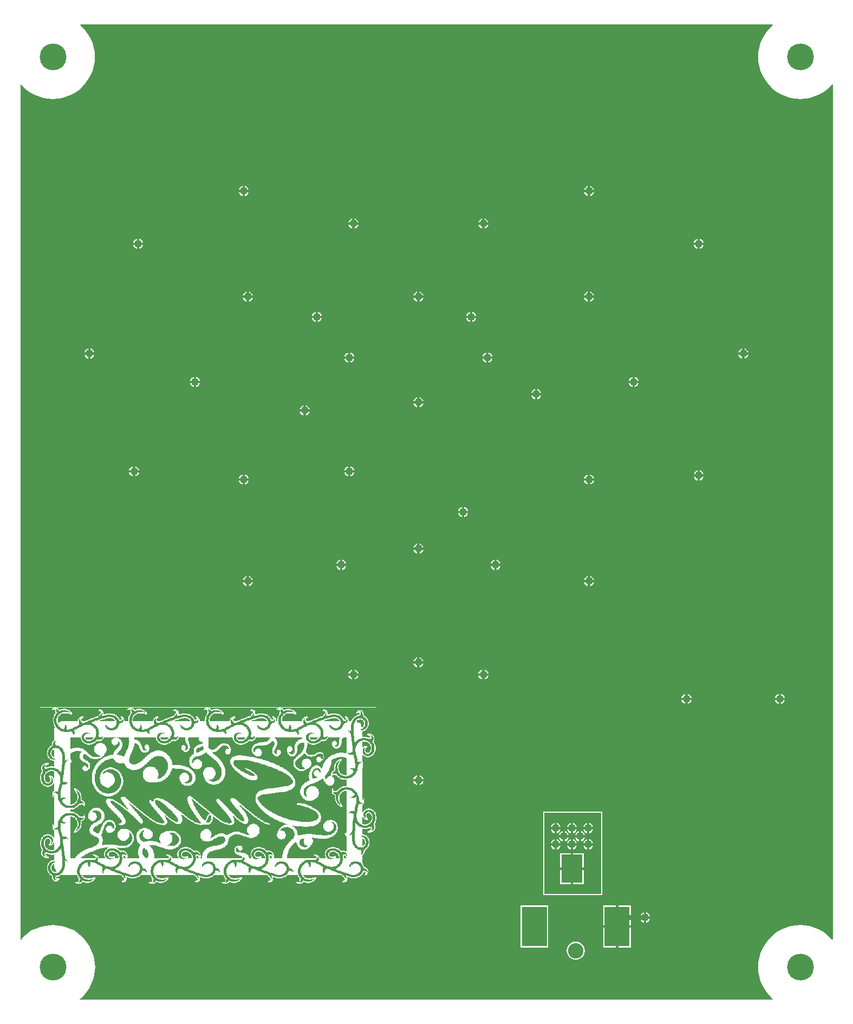
<source format=gbl>
%FSLAX25Y25*%
%MOIN*%
G70*
G01*
G75*
G04 Layer_Physical_Order=2*
G04 Layer_Color=16763955*
%ADD10R,0.02756X0.03937*%
%ADD11R,0.03937X0.02756*%
%ADD12R,0.05906X0.03937*%
%ADD13R,0.05000X0.14500*%
%ADD14R,0.06496X0.02165*%
%ADD15O,0.06496X0.02165*%
%ADD16O,0.02165X0.06496*%
%ADD17C,0.01500*%
%ADD18C,0.00900*%
%ADD19C,0.09500*%
%ADD20C,0.04800*%
%ADD21C,0.16500*%
%ADD22R,0.15354X0.24410*%
%ADD23R,0.12992X0.17323*%
%ADD24C,0.00266*%
%ADD25C,0.03000*%
%ADD26C,0.05000*%
%ADD27C,0.02000*%
%ADD28C,0.04000*%
G36*
X213139Y299533D02*
X211728Y298272D01*
X209797Y296111D01*
X208120Y293748D01*
X206718Y291212D01*
X205609Y288535D01*
X204807Y285750D01*
X204322Y282893D01*
X204159Y280000D01*
X204322Y277107D01*
X204807Y274250D01*
X205609Y271465D01*
X206718Y268788D01*
X208120Y266252D01*
X209797Y263889D01*
X211728Y261728D01*
X213889Y259797D01*
X216252Y258120D01*
X218788Y256718D01*
X221465Y255609D01*
X224250Y254807D01*
X227107Y254322D01*
X230000Y254159D01*
X232893Y254322D01*
X235750Y254807D01*
X238535Y255609D01*
X241212Y256718D01*
X243748Y258120D01*
X246111Y259797D01*
X248272Y261728D01*
X249533Y263139D01*
X250000Y262960D01*
Y-262960D01*
X249533Y-263139D01*
X248272Y-261728D01*
X246111Y-259797D01*
X243748Y-258120D01*
X241212Y-256718D01*
X238535Y-255609D01*
X235750Y-254807D01*
X232893Y-254322D01*
X230000Y-254159D01*
X227107Y-254322D01*
X224250Y-254807D01*
X221465Y-255609D01*
X218788Y-256718D01*
X216252Y-258120D01*
X213889Y-259797D01*
X211728Y-261728D01*
X209797Y-263889D01*
X208120Y-266252D01*
X206718Y-268788D01*
X205609Y-271465D01*
X204807Y-274250D01*
X204322Y-277107D01*
X204159Y-280000D01*
X204322Y-282893D01*
X204807Y-285750D01*
X205609Y-288535D01*
X206718Y-291212D01*
X208120Y-293748D01*
X209797Y-296111D01*
X211728Y-298272D01*
X213139Y-299533D01*
X212960Y-300000D01*
X-213683D01*
X-211599Y-298401D01*
X-207464Y-293011D01*
X-204864Y-286735D01*
X-203977Y-280000D01*
X-204864Y-273265D01*
X-207464Y-266989D01*
X-211599Y-261599D01*
X-216989Y-257464D01*
X-223265Y-254864D01*
X-230000Y-253977D01*
X-236735Y-254864D01*
X-243011Y-257464D01*
X-248401Y-261599D01*
X-250000Y-263683D01*
Y-117500D01*
Y262960D01*
X-249533Y263139D01*
X-248272Y261728D01*
X-246111Y259797D01*
X-243748Y258120D01*
X-241212Y256718D01*
X-238535Y255609D01*
X-235750Y254807D01*
X-232893Y254322D01*
X-230000Y254159D01*
X-227107Y254322D01*
X-224250Y254807D01*
X-221465Y255609D01*
X-218788Y256718D01*
X-216252Y258120D01*
X-213889Y259797D01*
X-211728Y261728D01*
X-209797Y263889D01*
X-208120Y266252D01*
X-206718Y268788D01*
X-205609Y271465D01*
X-204807Y274250D01*
X-204322Y277107D01*
X-204159Y280000D01*
X-204322Y282893D01*
X-204807Y285750D01*
X-205609Y288535D01*
X-206718Y291212D01*
X-208120Y293748D01*
X-209797Y296111D01*
X-211728Y298272D01*
X-213139Y299533D01*
X-212960Y300000D01*
X212960D01*
X213139Y299533D01*
D02*
G37*
%LPC*%
G36*
X-1871Y-23250D02*
X-4250D01*
Y-25629D01*
X-4165Y-25618D01*
X-3386Y-25295D01*
X-2718Y-24782D01*
X-2205Y-24114D01*
X-1882Y-23335D01*
X-1871Y-23250D01*
D02*
G37*
G36*
X-5750Y-19371D02*
X-5835Y-19382D01*
X-6614Y-19705D01*
X-7282Y-20218D01*
X-7795Y-20886D01*
X-8118Y-21665D01*
X-8129Y-21750D01*
X-5750D01*
Y-19371D01*
D02*
G37*
G36*
Y-23250D02*
X-8129D01*
X-8118Y-23335D01*
X-7795Y-24114D01*
X-7282Y-24782D01*
X-6614Y-25295D01*
X-5835Y-25618D01*
X-5750Y-25629D01*
Y-23250D01*
D02*
G37*
G36*
X41750Y-29371D02*
X41665Y-29382D01*
X40886Y-29705D01*
X40218Y-30218D01*
X39705Y-30886D01*
X39382Y-31665D01*
X39371Y-31750D01*
X41750D01*
Y-29371D01*
D02*
G37*
G36*
X43250D02*
Y-31750D01*
X45629D01*
X45618Y-31665D01*
X45295Y-30886D01*
X44782Y-30218D01*
X44114Y-29705D01*
X43335Y-29382D01*
X43250Y-29371D01*
D02*
G37*
G36*
X21750Y3129D02*
X21665Y3118D01*
X20886Y2795D01*
X20218Y2282D01*
X19705Y1614D01*
X19382Y835D01*
X19371Y750D01*
X21750D01*
Y3129D01*
D02*
G37*
G36*
X23250D02*
Y750D01*
X25629D01*
X25618Y835D01*
X25295Y1614D01*
X24782Y2282D01*
X24114Y2795D01*
X23335Y3118D01*
X23250Y3129D01*
D02*
G37*
G36*
X25629Y-750D02*
X23250D01*
Y-3129D01*
X23335Y-3118D01*
X24114Y-2795D01*
X24782Y-2282D01*
X25295Y-1614D01*
X25618Y-835D01*
X25629Y-750D01*
D02*
G37*
G36*
X-4250Y-19371D02*
Y-21750D01*
X-1871D01*
X-1882Y-21665D01*
X-2205Y-20886D01*
X-2718Y-20218D01*
X-3386Y-19705D01*
X-4165Y-19382D01*
X-4250Y-19371D01*
D02*
G37*
G36*
X21750Y-750D02*
X19371D01*
X19382Y-835D01*
X19705Y-1614D01*
X20218Y-2282D01*
X20886Y-2795D01*
X21665Y-3118D01*
X21750Y-3129D01*
Y-750D01*
D02*
G37*
G36*
X100750Y-39371D02*
Y-41750D01*
X103129D01*
X103118Y-41665D01*
X102795Y-40886D01*
X102282Y-40218D01*
X101614Y-39705D01*
X100835Y-39382D01*
X100750Y-39371D01*
D02*
G37*
G36*
X-53250Y-33250D02*
X-55629D01*
X-55618Y-33335D01*
X-55295Y-34114D01*
X-54782Y-34782D01*
X-54114Y-35295D01*
X-53335Y-35618D01*
X-53250Y-35629D01*
Y-33250D01*
D02*
G37*
G36*
X99250Y-39371D02*
X99165Y-39382D01*
X98386Y-39705D01*
X97718Y-40218D01*
X97205Y-40886D01*
X96882Y-41665D01*
X96871Y-41750D01*
X99250D01*
Y-39371D01*
D02*
G37*
G36*
X-110750D02*
X-110835Y-39382D01*
X-111614Y-39705D01*
X-112282Y-40218D01*
X-112795Y-40886D01*
X-113118Y-41665D01*
X-113129Y-41750D01*
X-110750D01*
Y-39371D01*
D02*
G37*
G36*
X-109250D02*
Y-41750D01*
X-106871D01*
X-106882Y-41665D01*
X-107205Y-40886D01*
X-107718Y-40218D01*
X-108386Y-39705D01*
X-109165Y-39382D01*
X-109250Y-39371D01*
D02*
G37*
G36*
X-53250Y-29371D02*
X-53335Y-29382D01*
X-54114Y-29705D01*
X-54782Y-30218D01*
X-55295Y-30886D01*
X-55618Y-31665D01*
X-55629Y-31750D01*
X-53250D01*
Y-29371D01*
D02*
G37*
G36*
X-51750D02*
Y-31750D01*
X-49371D01*
X-49382Y-31665D01*
X-49705Y-30886D01*
X-50218Y-30218D01*
X-50886Y-29705D01*
X-51665Y-29382D01*
X-51750Y-29371D01*
D02*
G37*
G36*
X45629Y-33250D02*
X43250D01*
Y-35629D01*
X43335Y-35618D01*
X44114Y-35295D01*
X44782Y-34782D01*
X45295Y-34114D01*
X45618Y-33335D01*
X45629Y-33250D01*
D02*
G37*
G36*
X-49371D02*
X-51750D01*
Y-35629D01*
X-51665Y-35618D01*
X-50886Y-35295D01*
X-50218Y-34782D01*
X-49705Y-34114D01*
X-49382Y-33335D01*
X-49371Y-33250D01*
D02*
G37*
G36*
X41750D02*
X39371D01*
X39382Y-33335D01*
X39705Y-34114D01*
X40218Y-34782D01*
X40886Y-35295D01*
X41665Y-35618D01*
X41750Y-35629D01*
Y-33250D01*
D02*
G37*
G36*
X-44371Y24250D02*
X-46750D01*
Y21871D01*
X-46665Y21882D01*
X-45886Y22205D01*
X-45218Y22718D01*
X-44705Y23386D01*
X-44382Y24165D01*
X-44371Y24250D01*
D02*
G37*
G36*
X166750Y25629D02*
X166665Y25618D01*
X165886Y25295D01*
X165218Y24782D01*
X164705Y24114D01*
X164382Y23335D01*
X164371Y23250D01*
X166750D01*
Y25629D01*
D02*
G37*
G36*
X-48250Y24250D02*
X-50629D01*
X-50618Y24165D01*
X-50295Y23386D01*
X-49782Y22718D01*
X-49114Y22205D01*
X-48335Y21882D01*
X-48250Y21871D01*
Y24250D01*
D02*
G37*
G36*
X-180750D02*
X-183129D01*
X-183118Y24165D01*
X-182795Y23386D01*
X-182282Y22718D01*
X-181614Y22205D01*
X-180835Y21882D01*
X-180750Y21871D01*
Y24250D01*
D02*
G37*
G36*
X-176871D02*
X-179250D01*
Y21871D01*
X-179165Y21882D01*
X-178386Y22205D01*
X-177718Y22718D01*
X-177205Y23386D01*
X-176882Y24165D01*
X-176871Y24250D01*
D02*
G37*
G36*
X-48250Y28129D02*
X-48335Y28118D01*
X-49114Y27795D01*
X-49782Y27282D01*
X-50295Y26614D01*
X-50618Y25835D01*
X-50629Y25750D01*
X-48250D01*
Y28129D01*
D02*
G37*
G36*
X-46750D02*
Y25750D01*
X-44371D01*
X-44382Y25835D01*
X-44705Y26614D01*
X-45218Y27282D01*
X-45886Y27795D01*
X-46665Y28118D01*
X-46750Y28129D01*
D02*
G37*
G36*
X-179250D02*
Y25750D01*
X-176871D01*
X-176882Y25835D01*
X-177205Y26614D01*
X-177718Y27282D01*
X-178386Y27795D01*
X-179165Y28118D01*
X-179250Y28129D01*
D02*
G37*
G36*
X168250Y25629D02*
Y23250D01*
X170629D01*
X170618Y23335D01*
X170295Y24114D01*
X169782Y24782D01*
X169114Y25295D01*
X168335Y25618D01*
X168250Y25629D01*
D02*
G37*
G36*
X-180750Y28129D02*
X-180835Y28118D01*
X-181614Y27795D01*
X-182282Y27282D01*
X-182795Y26614D01*
X-183118Y25835D01*
X-183129Y25750D01*
X-180750D01*
Y28129D01*
D02*
G37*
G36*
X103129Y19250D02*
X100750D01*
Y16871D01*
X100835Y16882D01*
X101614Y17205D01*
X102282Y17718D01*
X102795Y18386D01*
X103118Y19165D01*
X103129Y19250D01*
D02*
G37*
G36*
X166750Y21750D02*
X164371D01*
X164382Y21665D01*
X164705Y20886D01*
X165218Y20218D01*
X165886Y19705D01*
X166665Y19382D01*
X166750Y19371D01*
Y21750D01*
D02*
G37*
G36*
X99250Y19250D02*
X96871D01*
X96882Y19165D01*
X97205Y18386D01*
X97718Y17718D01*
X98386Y17205D01*
X99165Y16882D01*
X99250Y16871D01*
Y19250D01*
D02*
G37*
G36*
X-113250D02*
X-115629D01*
X-115618Y19165D01*
X-115295Y18386D01*
X-114782Y17718D01*
X-114114Y17205D01*
X-113335Y16882D01*
X-113250Y16871D01*
Y19250D01*
D02*
G37*
G36*
X-109371D02*
X-111750D01*
Y16871D01*
X-111665Y16882D01*
X-110886Y17205D01*
X-110218Y17718D01*
X-109705Y18386D01*
X-109382Y19165D01*
X-109371Y19250D01*
D02*
G37*
G36*
X99250Y23129D02*
X99165Y23118D01*
X98386Y22795D01*
X97718Y22282D01*
X97205Y21614D01*
X96882Y20835D01*
X96871Y20750D01*
X99250D01*
Y23129D01*
D02*
G37*
G36*
X100750D02*
Y20750D01*
X103129D01*
X103118Y20835D01*
X102795Y21614D01*
X102282Y22282D01*
X101614Y22795D01*
X100835Y23118D01*
X100750Y23129D01*
D02*
G37*
G36*
X-111750D02*
Y20750D01*
X-109371D01*
X-109382Y20835D01*
X-109705Y21614D01*
X-110218Y22282D01*
X-110886Y22795D01*
X-111665Y23118D01*
X-111750Y23129D01*
D02*
G37*
G36*
X170629Y21750D02*
X168250D01*
Y19371D01*
X168335Y19382D01*
X169114Y19705D01*
X169782Y20218D01*
X170295Y20886D01*
X170618Y21665D01*
X170629Y21750D01*
D02*
G37*
G36*
X-113250Y23129D02*
X-113335Y23118D01*
X-114114Y22795D01*
X-114782Y22282D01*
X-115295Y21614D01*
X-115618Y20835D01*
X-115629Y20750D01*
X-113250D01*
Y23129D01*
D02*
G37*
G36*
X-1871Y-165750D02*
X-4250D01*
Y-168129D01*
X-4165Y-168118D01*
X-3386Y-167795D01*
X-2718Y-167282D01*
X-2205Y-166614D01*
X-1882Y-165835D01*
X-1871Y-165750D01*
D02*
G37*
G36*
X-5750Y-161871D02*
X-5835Y-161882D01*
X-6614Y-162205D01*
X-7282Y-162718D01*
X-7795Y-163386D01*
X-8118Y-164165D01*
X-8129Y-164250D01*
X-5750D01*
Y-161871D01*
D02*
G37*
G36*
Y-165750D02*
X-8129D01*
X-8118Y-165835D01*
X-7795Y-166614D01*
X-7282Y-167282D01*
X-6614Y-167795D01*
X-5835Y-168118D01*
X-5750Y-168129D01*
Y-165750D01*
D02*
G37*
G36*
X107500Y-184184D02*
X72500D01*
X72188Y-184246D01*
X71923Y-184423D01*
X71746Y-184688D01*
X71684Y-185000D01*
Y-235000D01*
X71746Y-235312D01*
X71923Y-235577D01*
X72188Y-235754D01*
X72500Y-235816D01*
X107500D01*
X107812Y-235754D01*
X108077Y-235577D01*
X108254Y-235312D01*
X108316Y-235000D01*
Y-185000D01*
X108254Y-184688D01*
X108077Y-184423D01*
X107812Y-184246D01*
X107500Y-184184D01*
D02*
G37*
G36*
X-30000Y-117500D02*
X-240000D01*
Y-230000D01*
X-30000D01*
Y-117500D01*
D02*
G37*
G36*
X216750Y-115750D02*
X214371D01*
X214382Y-115835D01*
X214705Y-116614D01*
X215218Y-117282D01*
X215886Y-117795D01*
X216665Y-118118D01*
X216750Y-118129D01*
Y-115750D01*
D02*
G37*
G36*
X220629D02*
X218250D01*
Y-118129D01*
X218335Y-118118D01*
X219114Y-117795D01*
X219782Y-117282D01*
X220295Y-116614D01*
X220618Y-115835D01*
X220629Y-115750D01*
D02*
G37*
G36*
X163129D02*
X160750D01*
Y-118129D01*
X160835Y-118118D01*
X161614Y-117795D01*
X162282Y-117282D01*
X162795Y-116614D01*
X163118Y-115835D01*
X163129Y-115750D01*
D02*
G37*
G36*
X-4250Y-161871D02*
Y-164250D01*
X-1871D01*
X-1882Y-164165D01*
X-2205Y-163386D01*
X-2718Y-162718D01*
X-3386Y-162205D01*
X-4165Y-161882D01*
X-4250Y-161871D01*
D02*
G37*
G36*
X159250Y-115750D02*
X156871D01*
X156882Y-115835D01*
X157205Y-116614D01*
X157718Y-117282D01*
X158386Y-117795D01*
X159165Y-118118D01*
X159250Y-118129D01*
Y-115750D01*
D02*
G37*
G36*
X125733Y-255683D02*
X118006D01*
Y-267938D01*
X125733D01*
Y-255683D01*
D02*
G37*
G36*
X116506Y-241928D02*
X108779D01*
Y-254183D01*
X116506D01*
Y-241928D01*
D02*
G37*
G36*
Y-255683D02*
X108779D01*
Y-267938D01*
X116506D01*
Y-255683D01*
D02*
G37*
G36*
X91862Y-264296D02*
X90413Y-264487D01*
X89063Y-265046D01*
X87904Y-265935D01*
X87014Y-267095D01*
X86455Y-268445D01*
X86264Y-269894D01*
X86455Y-271342D01*
X87014Y-272693D01*
X87904Y-273852D01*
X89063Y-274742D01*
X90413Y-275301D01*
X91862Y-275492D01*
X93311Y-275301D01*
X94661Y-274742D01*
X95820Y-273852D01*
X96710Y-272693D01*
X97269Y-271342D01*
X97460Y-269894D01*
X97269Y-268445D01*
X96710Y-267095D01*
X95820Y-265935D01*
X94661Y-265046D01*
X93311Y-264487D01*
X91862Y-264296D01*
D02*
G37*
G36*
X74946Y-241928D02*
X57991D01*
Y-267938D01*
X74946D01*
Y-241928D01*
D02*
G37*
G36*
X133750Y-246371D02*
X133665Y-246382D01*
X132886Y-246705D01*
X132218Y-247218D01*
X131705Y-247886D01*
X131382Y-248665D01*
X131371Y-248750D01*
X133750D01*
Y-246371D01*
D02*
G37*
G36*
X135250D02*
Y-248750D01*
X137629D01*
X137618Y-248665D01*
X137295Y-247886D01*
X136782Y-247218D01*
X136114Y-246705D01*
X135335Y-246382D01*
X135250Y-246371D01*
D02*
G37*
G36*
X137629Y-250250D02*
X135250D01*
Y-252629D01*
X135335Y-252618D01*
X136114Y-252295D01*
X136782Y-251782D01*
X137295Y-251114D01*
X137618Y-250335D01*
X137629Y-250250D01*
D02*
G37*
G36*
X125733Y-241928D02*
X118006D01*
Y-254183D01*
X125733D01*
Y-241928D01*
D02*
G37*
G36*
X133750Y-250250D02*
X131371D01*
X131382Y-250335D01*
X131705Y-251114D01*
X132218Y-251782D01*
X132886Y-252295D01*
X133665Y-252618D01*
X133750Y-252629D01*
Y-250250D01*
D02*
G37*
G36*
X-1871Y-93250D02*
X-4250D01*
Y-95629D01*
X-4165Y-95618D01*
X-3386Y-95295D01*
X-2718Y-94782D01*
X-2205Y-94114D01*
X-1882Y-93335D01*
X-1871Y-93250D01*
D02*
G37*
G36*
X-5750Y-89371D02*
X-5835Y-89382D01*
X-6614Y-89705D01*
X-7282Y-90218D01*
X-7795Y-90886D01*
X-8118Y-91665D01*
X-8129Y-91750D01*
X-5750D01*
Y-89371D01*
D02*
G37*
G36*
Y-93250D02*
X-8129D01*
X-8118Y-93335D01*
X-7795Y-94114D01*
X-7282Y-94782D01*
X-6614Y-95295D01*
X-5835Y-95618D01*
X-5750Y-95629D01*
Y-93250D01*
D02*
G37*
G36*
X34250Y-96871D02*
X34165Y-96882D01*
X33386Y-97205D01*
X32718Y-97718D01*
X32205Y-98386D01*
X31882Y-99165D01*
X31871Y-99250D01*
X34250D01*
Y-96871D01*
D02*
G37*
G36*
X35750D02*
Y-99250D01*
X38129D01*
X38118Y-99165D01*
X37795Y-98386D01*
X37282Y-97718D01*
X36614Y-97205D01*
X35835Y-96882D01*
X35750Y-96871D01*
D02*
G37*
G36*
X99250Y-43250D02*
X96871D01*
X96882Y-43335D01*
X97205Y-44114D01*
X97718Y-44782D01*
X98386Y-45295D01*
X99165Y-45618D01*
X99250Y-45629D01*
Y-43250D01*
D02*
G37*
G36*
X103129D02*
X100750D01*
Y-45629D01*
X100835Y-45618D01*
X101614Y-45295D01*
X102282Y-44782D01*
X102795Y-44114D01*
X103118Y-43335D01*
X103129Y-43250D01*
D02*
G37*
G36*
X-106871D02*
X-109250D01*
Y-45629D01*
X-109165Y-45618D01*
X-108386Y-45295D01*
X-107718Y-44782D01*
X-107205Y-44114D01*
X-106882Y-43335D01*
X-106871Y-43250D01*
D02*
G37*
G36*
X-4250Y-89371D02*
Y-91750D01*
X-1871D01*
X-1882Y-91665D01*
X-2205Y-90886D01*
X-2718Y-90218D01*
X-3386Y-89705D01*
X-4165Y-89382D01*
X-4250Y-89371D01*
D02*
G37*
G36*
X-110750Y-43250D02*
X-113129D01*
X-113118Y-43335D01*
X-112795Y-44114D01*
X-112282Y-44782D01*
X-111614Y-45295D01*
X-110835Y-45618D01*
X-110750Y-45629D01*
Y-43250D01*
D02*
G37*
G36*
X218250Y-111871D02*
Y-114250D01*
X220629D01*
X220618Y-114165D01*
X220295Y-113386D01*
X219782Y-112718D01*
X219114Y-112205D01*
X218335Y-111882D01*
X218250Y-111871D01*
D02*
G37*
G36*
X-45750Y-100750D02*
X-48129D01*
X-48118Y-100835D01*
X-47795Y-101614D01*
X-47282Y-102282D01*
X-46614Y-102795D01*
X-45835Y-103118D01*
X-45750Y-103129D01*
Y-100750D01*
D02*
G37*
G36*
X216750Y-111871D02*
X216665Y-111882D01*
X215886Y-112205D01*
X215218Y-112718D01*
X214705Y-113386D01*
X214382Y-114165D01*
X214371Y-114250D01*
X216750D01*
Y-111871D01*
D02*
G37*
G36*
X159250D02*
X159165Y-111882D01*
X158386Y-112205D01*
X157718Y-112718D01*
X157205Y-113386D01*
X156882Y-114165D01*
X156871Y-114250D01*
X159250D01*
Y-111871D01*
D02*
G37*
G36*
X160750D02*
Y-114250D01*
X163129D01*
X163118Y-114165D01*
X162795Y-113386D01*
X162282Y-112718D01*
X161614Y-112205D01*
X160835Y-111882D01*
X160750Y-111871D01*
D02*
G37*
G36*
X-45750Y-96871D02*
X-45835Y-96882D01*
X-46614Y-97205D01*
X-47282Y-97718D01*
X-47795Y-98386D01*
X-48118Y-99165D01*
X-48129Y-99250D01*
X-45750D01*
Y-96871D01*
D02*
G37*
G36*
X-44250D02*
Y-99250D01*
X-41871D01*
X-41882Y-99165D01*
X-42205Y-98386D01*
X-42718Y-97718D01*
X-43386Y-97205D01*
X-44165Y-96882D01*
X-44250Y-96871D01*
D02*
G37*
G36*
X38129Y-100750D02*
X35750D01*
Y-103129D01*
X35835Y-103118D01*
X36614Y-102795D01*
X37282Y-102282D01*
X37795Y-101614D01*
X38118Y-100835D01*
X38129Y-100750D01*
D02*
G37*
G36*
X-41871D02*
X-44250D01*
Y-103129D01*
X-44165Y-103118D01*
X-43386Y-102795D01*
X-42718Y-102282D01*
X-42205Y-101614D01*
X-41882Y-100835D01*
X-41871Y-100750D01*
D02*
G37*
G36*
X34250D02*
X31871D01*
X31882Y-100835D01*
X32205Y-101614D01*
X32718Y-102282D01*
X33386Y-102795D01*
X34165Y-103118D01*
X34250Y-103129D01*
Y-100750D01*
D02*
G37*
G36*
X-4250Y135629D02*
Y133250D01*
X-1871D01*
X-1882Y133335D01*
X-2205Y134114D01*
X-2718Y134782D01*
X-3386Y135295D01*
X-4165Y135618D01*
X-4250Y135629D01*
D02*
G37*
G36*
X99250D02*
X99165Y135618D01*
X98386Y135295D01*
X97718Y134782D01*
X97205Y134114D01*
X96882Y133335D01*
X96871Y133250D01*
X99250D01*
Y135629D01*
D02*
G37*
G36*
X-5750D02*
X-5835Y135618D01*
X-6614Y135295D01*
X-7282Y134782D01*
X-7795Y134114D01*
X-8118Y133335D01*
X-8129Y133250D01*
X-5750D01*
Y135629D01*
D02*
G37*
G36*
X-110750D02*
X-110835Y135618D01*
X-111614Y135295D01*
X-112282Y134782D01*
X-112795Y134114D01*
X-113118Y133335D01*
X-113129Y133250D01*
X-110750D01*
Y135629D01*
D02*
G37*
G36*
X-109250D02*
Y133250D01*
X-106871D01*
X-106882Y133335D01*
X-107205Y134114D01*
X-107718Y134782D01*
X-108386Y135295D01*
X-109165Y135618D01*
X-109250Y135629D01*
D02*
G37*
G36*
X166750Y164250D02*
X164371D01*
X164382Y164165D01*
X164705Y163386D01*
X165218Y162718D01*
X165886Y162205D01*
X166665Y161882D01*
X166750Y161871D01*
Y164250D01*
D02*
G37*
G36*
X170629D02*
X168250D01*
Y161871D01*
X168335Y161882D01*
X169114Y162205D01*
X169782Y162718D01*
X170295Y163386D01*
X170618Y164165D01*
X170629Y164250D01*
D02*
G37*
G36*
X-174371D02*
X-176750D01*
Y161871D01*
X-176665Y161882D01*
X-175886Y162205D01*
X-175218Y162718D01*
X-174705Y163386D01*
X-174382Y164165D01*
X-174371Y164250D01*
D02*
G37*
G36*
X100750Y135629D02*
Y133250D01*
X103129D01*
X103118Y133335D01*
X102795Y134114D01*
X102282Y134782D01*
X101614Y135295D01*
X100835Y135618D01*
X100750Y135629D01*
D02*
G37*
G36*
X-178250Y164250D02*
X-180629D01*
X-180618Y164165D01*
X-180295Y163386D01*
X-179782Y162718D01*
X-179114Y162205D01*
X-178335Y161882D01*
X-178250Y161871D01*
Y164250D01*
D02*
G37*
G36*
X28250Y123129D02*
Y120750D01*
X30629D01*
X30618Y120835D01*
X30295Y121614D01*
X29782Y122282D01*
X29114Y122795D01*
X28335Y123118D01*
X28250Y123129D01*
D02*
G37*
G36*
X-110750Y131750D02*
X-113129D01*
X-113118Y131665D01*
X-112795Y130886D01*
X-112282Y130218D01*
X-111614Y129705D01*
X-110835Y129382D01*
X-110750Y129371D01*
Y131750D01*
D02*
G37*
G36*
X26750Y123129D02*
X26665Y123118D01*
X25886Y122795D01*
X25218Y122282D01*
X24705Y121614D01*
X24382Y120835D01*
X24371Y120750D01*
X26750D01*
Y123129D01*
D02*
G37*
G36*
X-68250D02*
X-68335Y123118D01*
X-69114Y122795D01*
X-69782Y122282D01*
X-70295Y121614D01*
X-70618Y120835D01*
X-70629Y120750D01*
X-68250D01*
Y123129D01*
D02*
G37*
G36*
X-66750D02*
Y120750D01*
X-64371D01*
X-64382Y120835D01*
X-64705Y121614D01*
X-65218Y122282D01*
X-65886Y122795D01*
X-66665Y123118D01*
X-66750Y123129D01*
D02*
G37*
G36*
X99250Y131750D02*
X96871D01*
X96882Y131665D01*
X97205Y130886D01*
X97718Y130218D01*
X98386Y129705D01*
X99165Y129382D01*
X99250Y129371D01*
Y131750D01*
D02*
G37*
G36*
X103129D02*
X100750D01*
Y129371D01*
X100835Y129382D01*
X101614Y129705D01*
X102282Y130218D01*
X102795Y130886D01*
X103118Y131665D01*
X103129Y131750D01*
D02*
G37*
G36*
X-1871D02*
X-4250D01*
Y129371D01*
X-4165Y129382D01*
X-3386Y129705D01*
X-2718Y130218D01*
X-2205Y130886D01*
X-1882Y131665D01*
X-1871Y131750D01*
D02*
G37*
G36*
X-106871D02*
X-109250D01*
Y129371D01*
X-109165Y129382D01*
X-108386Y129705D01*
X-107718Y130218D01*
X-107205Y130886D01*
X-106882Y131665D01*
X-106871Y131750D01*
D02*
G37*
G36*
X-5750D02*
X-8129D01*
X-8118Y131665D01*
X-7795Y130886D01*
X-7282Y130218D01*
X-6614Y129705D01*
X-5835Y129382D01*
X-5750Y129371D01*
Y131750D01*
D02*
G37*
G36*
X-109371Y196750D02*
X-111750D01*
Y194371D01*
X-111665Y194382D01*
X-110886Y194705D01*
X-110218Y195218D01*
X-109705Y195886D01*
X-109382Y196665D01*
X-109371Y196750D01*
D02*
G37*
G36*
X99250D02*
X96871D01*
X96882Y196665D01*
X97205Y195886D01*
X97718Y195218D01*
X98386Y194705D01*
X99165Y194382D01*
X99250Y194371D01*
Y196750D01*
D02*
G37*
G36*
X-113250D02*
X-115629D01*
X-115618Y196665D01*
X-115295Y195886D01*
X-114782Y195218D01*
X-114114Y194705D01*
X-113335Y194382D01*
X-113250Y194371D01*
Y196750D01*
D02*
G37*
G36*
X34250Y180629D02*
X34165Y180618D01*
X33386Y180295D01*
X32718Y179782D01*
X32205Y179114D01*
X31882Y178335D01*
X31871Y178250D01*
X34250D01*
Y180629D01*
D02*
G37*
G36*
X35750D02*
Y178250D01*
X38129D01*
X38118Y178335D01*
X37795Y179114D01*
X37282Y179782D01*
X36614Y180295D01*
X35835Y180618D01*
X35750Y180629D01*
D02*
G37*
G36*
X99250Y200629D02*
X99165Y200618D01*
X98386Y200295D01*
X97718Y199782D01*
X97205Y199114D01*
X96882Y198335D01*
X96871Y198250D01*
X99250D01*
Y200629D01*
D02*
G37*
G36*
X100750D02*
Y198250D01*
X103129D01*
X103118Y198335D01*
X102795Y199114D01*
X102282Y199782D01*
X101614Y200295D01*
X100835Y200618D01*
X100750Y200629D01*
D02*
G37*
G36*
X-111750D02*
Y198250D01*
X-109371D01*
X-109382Y198335D01*
X-109705Y199114D01*
X-110218Y199782D01*
X-110886Y200295D01*
X-111665Y200618D01*
X-111750Y200629D01*
D02*
G37*
G36*
X103129Y196750D02*
X100750D01*
Y194371D01*
X100835Y194382D01*
X101614Y194705D01*
X102282Y195218D01*
X102795Y195886D01*
X103118Y196665D01*
X103129Y196750D01*
D02*
G37*
G36*
X-113250Y200629D02*
X-113335Y200618D01*
X-114114Y200295D01*
X-114782Y199782D01*
X-115295Y199114D01*
X-115618Y198335D01*
X-115629Y198250D01*
X-113250D01*
Y200629D01*
D02*
G37*
G36*
X168250Y168129D02*
Y165750D01*
X170629D01*
X170618Y165835D01*
X170295Y166614D01*
X169782Y167282D01*
X169114Y167795D01*
X168335Y168118D01*
X168250Y168129D01*
D02*
G37*
G36*
X-45750Y176750D02*
X-48129D01*
X-48118Y176665D01*
X-47795Y175886D01*
X-47282Y175218D01*
X-46614Y174705D01*
X-45835Y174382D01*
X-45750Y174371D01*
Y176750D01*
D02*
G37*
G36*
X166750Y168129D02*
X166665Y168118D01*
X165886Y167795D01*
X165218Y167282D01*
X164705Y166614D01*
X164382Y165835D01*
X164371Y165750D01*
X166750D01*
Y168129D01*
D02*
G37*
G36*
X-178250D02*
X-178335Y168118D01*
X-179114Y167795D01*
X-179782Y167282D01*
X-180295Y166614D01*
X-180618Y165835D01*
X-180629Y165750D01*
X-178250D01*
Y168129D01*
D02*
G37*
G36*
X-176750D02*
Y165750D01*
X-174371D01*
X-174382Y165835D01*
X-174705Y166614D01*
X-175218Y167282D01*
X-175886Y167795D01*
X-176665Y168118D01*
X-176750Y168129D01*
D02*
G37*
G36*
X-45750Y180629D02*
X-45835Y180618D01*
X-46614Y180295D01*
X-47282Y179782D01*
X-47795Y179114D01*
X-48118Y178335D01*
X-48129Y178250D01*
X-45750D01*
Y180629D01*
D02*
G37*
G36*
X-44250D02*
Y178250D01*
X-41871D01*
X-41882Y178335D01*
X-42205Y179114D01*
X-42718Y179782D01*
X-43386Y180295D01*
X-44165Y180618D01*
X-44250Y180629D01*
D02*
G37*
G36*
X38129Y176750D02*
X35750D01*
Y174371D01*
X35835Y174382D01*
X36614Y174705D01*
X37282Y175218D01*
X37795Y175886D01*
X38118Y176665D01*
X38129Y176750D01*
D02*
G37*
G36*
X-41871D02*
X-44250D01*
Y174371D01*
X-44165Y174382D01*
X-43386Y174705D01*
X-42718Y175218D01*
X-42205Y175886D01*
X-41882Y176665D01*
X-41871Y176750D01*
D02*
G37*
G36*
X34250D02*
X31871D01*
X31882Y176665D01*
X32205Y175886D01*
X32718Y175218D01*
X33386Y174705D01*
X34165Y174382D01*
X34250Y174371D01*
Y176750D01*
D02*
G37*
G36*
X-139371Y79250D02*
X-141750D01*
Y76871D01*
X-141665Y76882D01*
X-140886Y77205D01*
X-140218Y77718D01*
X-139705Y78386D01*
X-139382Y79165D01*
X-139371Y79250D01*
D02*
G37*
G36*
X126750D02*
X124371D01*
X124382Y79165D01*
X124705Y78386D01*
X125218Y77718D01*
X125886Y77205D01*
X126665Y76882D01*
X126750Y76871D01*
Y79250D01*
D02*
G37*
G36*
X-143250D02*
X-145629D01*
X-145618Y79165D01*
X-145295Y78386D01*
X-144782Y77718D01*
X-144114Y77205D01*
X-143335Y76882D01*
X-143250Y76871D01*
Y79250D01*
D02*
G37*
G36*
X-71871Y61750D02*
X-74250D01*
Y59371D01*
X-74165Y59382D01*
X-73386Y59705D01*
X-72718Y60218D01*
X-72205Y60886D01*
X-71882Y61665D01*
X-71871Y61750D01*
D02*
G37*
G36*
X-75750D02*
X-78129D01*
X-78118Y61665D01*
X-77795Y60886D01*
X-77282Y60218D01*
X-76614Y59705D01*
X-75835Y59382D01*
X-75750Y59371D01*
Y61750D01*
D02*
G37*
G36*
X126750Y83129D02*
X126665Y83118D01*
X125886Y82795D01*
X125218Y82282D01*
X124705Y81614D01*
X124382Y80835D01*
X124371Y80750D01*
X126750D01*
Y83129D01*
D02*
G37*
G36*
X128250D02*
Y80750D01*
X130629D01*
X130618Y80835D01*
X130295Y81614D01*
X129782Y82282D01*
X129114Y82795D01*
X128335Y83118D01*
X128250Y83129D01*
D02*
G37*
G36*
X-141750D02*
Y80750D01*
X-139371D01*
X-139382Y80835D01*
X-139705Y81614D01*
X-140218Y82282D01*
X-140886Y82795D01*
X-141665Y83118D01*
X-141750Y83129D01*
D02*
G37*
G36*
X130629Y79250D02*
X128250D01*
Y76871D01*
X128335Y76882D01*
X129114Y77205D01*
X129782Y77718D01*
X130295Y78386D01*
X130618Y79165D01*
X130629Y79250D01*
D02*
G37*
G36*
X-143250Y83129D02*
X-143335Y83118D01*
X-144114Y82795D01*
X-144782Y82282D01*
X-145295Y81614D01*
X-145618Y80835D01*
X-145629Y80750D01*
X-143250D01*
Y83129D01*
D02*
G37*
G36*
X66750Y71750D02*
X64371D01*
X64382Y71665D01*
X64705Y70886D01*
X65218Y70218D01*
X65886Y69705D01*
X66665Y69382D01*
X66750Y69371D01*
Y71750D01*
D02*
G37*
G36*
X-4250Y70629D02*
Y68250D01*
X-1871D01*
X-1882Y68335D01*
X-2205Y69114D01*
X-2718Y69782D01*
X-3386Y70295D01*
X-4165Y70618D01*
X-4250Y70629D01*
D02*
G37*
G36*
X70629Y71750D02*
X68250D01*
Y69371D01*
X68335Y69382D01*
X69114Y69705D01*
X69782Y70218D01*
X70295Y70886D01*
X70618Y71665D01*
X70629Y71750D01*
D02*
G37*
G36*
X68250Y75629D02*
Y73250D01*
X70629D01*
X70618Y73335D01*
X70295Y74114D01*
X69782Y74782D01*
X69114Y75295D01*
X68335Y75618D01*
X68250Y75629D01*
D02*
G37*
G36*
X66750D02*
X66665Y75618D01*
X65886Y75295D01*
X65218Y74782D01*
X64705Y74114D01*
X64382Y73335D01*
X64371Y73250D01*
X66750D01*
Y75629D01*
D02*
G37*
G36*
X-74250Y65629D02*
Y63250D01*
X-71871D01*
X-71882Y63335D01*
X-72205Y64114D01*
X-72718Y64782D01*
X-73386Y65295D01*
X-74165Y65618D01*
X-74250Y65629D01*
D02*
G37*
G36*
X-75750D02*
X-75835Y65618D01*
X-76614Y65295D01*
X-77282Y64782D01*
X-77795Y64114D01*
X-78118Y63335D01*
X-78129Y63250D01*
X-75750D01*
Y65629D01*
D02*
G37*
G36*
X-5750Y66750D02*
X-8129D01*
X-8118Y66665D01*
X-7795Y65886D01*
X-7282Y65218D01*
X-6614Y64705D01*
X-5835Y64382D01*
X-5750Y64371D01*
Y66750D01*
D02*
G37*
G36*
Y70629D02*
X-5835Y70618D01*
X-6614Y70295D01*
X-7282Y69782D01*
X-7795Y69114D01*
X-8118Y68335D01*
X-8129Y68250D01*
X-5750D01*
Y70629D01*
D02*
G37*
G36*
X-1871Y66750D02*
X-4250D01*
Y64371D01*
X-4165Y64382D01*
X-3386Y64705D01*
X-2718Y65218D01*
X-2205Y65886D01*
X-1882Y66665D01*
X-1871Y66750D01*
D02*
G37*
G36*
X-206750Y100629D02*
Y98250D01*
X-204371D01*
X-204382Y98335D01*
X-204705Y99114D01*
X-205218Y99782D01*
X-205886Y100295D01*
X-206665Y100618D01*
X-206750Y100629D01*
D02*
G37*
G36*
X194250D02*
X194165Y100618D01*
X193386Y100295D01*
X192718Y99782D01*
X192205Y99114D01*
X191882Y98335D01*
X191871Y98250D01*
X194250D01*
Y100629D01*
D02*
G37*
G36*
X-208250D02*
X-208335Y100618D01*
X-209114Y100295D01*
X-209782Y99782D01*
X-210295Y99114D01*
X-210618Y98335D01*
X-210629Y98250D01*
X-208250D01*
Y100629D01*
D02*
G37*
G36*
X36750Y98129D02*
X36665Y98118D01*
X35886Y97795D01*
X35218Y97282D01*
X34705Y96614D01*
X34382Y95835D01*
X34371Y95750D01*
X36750D01*
Y98129D01*
D02*
G37*
G36*
X38250D02*
Y95750D01*
X40629D01*
X40618Y95835D01*
X40295Y96614D01*
X39782Y97282D01*
X39114Y97795D01*
X38335Y98118D01*
X38250Y98129D01*
D02*
G37*
G36*
X26750Y119250D02*
X24371D01*
X24382Y119165D01*
X24705Y118386D01*
X25218Y117718D01*
X25886Y117205D01*
X26665Y116882D01*
X26750Y116871D01*
Y119250D01*
D02*
G37*
G36*
X30629D02*
X28250D01*
Y116871D01*
X28335Y116882D01*
X29114Y117205D01*
X29782Y117718D01*
X30295Y118386D01*
X30618Y119165D01*
X30629Y119250D01*
D02*
G37*
G36*
X-64371D02*
X-66750D01*
Y116871D01*
X-66665Y116882D01*
X-65886Y117205D01*
X-65218Y117718D01*
X-64705Y118386D01*
X-64382Y119165D01*
X-64371Y119250D01*
D02*
G37*
G36*
X195750Y100629D02*
Y98250D01*
X198129D01*
X198118Y98335D01*
X197795Y99114D01*
X197282Y99782D01*
X196614Y100295D01*
X195835Y100618D01*
X195750Y100629D01*
D02*
G37*
G36*
X-68250Y119250D02*
X-70629D01*
X-70618Y119165D01*
X-70295Y118386D01*
X-69782Y117718D01*
X-69114Y117205D01*
X-68335Y116882D01*
X-68250Y116871D01*
Y119250D01*
D02*
G37*
G36*
X40629Y94250D02*
X38250D01*
Y91871D01*
X38335Y91882D01*
X39114Y92205D01*
X39782Y92718D01*
X40295Y93386D01*
X40618Y94165D01*
X40629Y94250D01*
D02*
G37*
G36*
X-208250Y96750D02*
X-210629D01*
X-210618Y96665D01*
X-210295Y95886D01*
X-209782Y95218D01*
X-209114Y94705D01*
X-208335Y94382D01*
X-208250Y94371D01*
Y96750D01*
D02*
G37*
G36*
X36750Y94250D02*
X34371D01*
X34382Y94165D01*
X34705Y93386D01*
X35218Y92718D01*
X35886Y92205D01*
X36665Y91882D01*
X36750Y91871D01*
Y94250D01*
D02*
G37*
G36*
X-48250D02*
X-50629D01*
X-50618Y94165D01*
X-50295Y93386D01*
X-49782Y92718D01*
X-49114Y92205D01*
X-48335Y91882D01*
X-48250Y91871D01*
Y94250D01*
D02*
G37*
G36*
X-44371D02*
X-46750D01*
Y91871D01*
X-46665Y91882D01*
X-45886Y92205D01*
X-45218Y92718D01*
X-44705Y93386D01*
X-44382Y94165D01*
X-44371Y94250D01*
D02*
G37*
G36*
X-48250Y98129D02*
X-48335Y98118D01*
X-49114Y97795D01*
X-49782Y97282D01*
X-50295Y96614D01*
X-50618Y95835D01*
X-50629Y95750D01*
X-48250D01*
Y98129D01*
D02*
G37*
G36*
X-46750D02*
Y95750D01*
X-44371D01*
X-44382Y95835D01*
X-44705Y96614D01*
X-45218Y97282D01*
X-45886Y97795D01*
X-46665Y98118D01*
X-46750Y98129D01*
D02*
G37*
G36*
X198129Y96750D02*
X195750D01*
Y94371D01*
X195835Y94382D01*
X196614Y94705D01*
X197282Y95218D01*
X197795Y95886D01*
X198118Y96665D01*
X198129Y96750D01*
D02*
G37*
G36*
X-204371D02*
X-206750D01*
Y94371D01*
X-206665Y94382D01*
X-205886Y94705D01*
X-205218Y95218D01*
X-204705Y95886D01*
X-204382Y96665D01*
X-204371Y96750D01*
D02*
G37*
G36*
X194250D02*
X191871D01*
X191882Y96665D01*
X192205Y95886D01*
X192718Y95218D01*
X193386Y94705D01*
X194165Y94382D01*
X194250Y94371D01*
Y96750D01*
D02*
G37*
%LPD*%
G36*
X107500Y-235000D02*
X72500D01*
Y-185000D01*
X107500D01*
Y-235000D01*
D02*
G37*
%LPC*%
G36*
X92629Y-205250D02*
X90250D01*
Y-207629D01*
X90335Y-207618D01*
X91114Y-207295D01*
X91782Y-206782D01*
X92295Y-206114D01*
X92618Y-205335D01*
X92629Y-205250D01*
D02*
G37*
G36*
X88750D02*
X86371D01*
X86382Y-205335D01*
X86705Y-206114D01*
X87218Y-206782D01*
X87886Y-207295D01*
X88665Y-207618D01*
X88750Y-207629D01*
Y-205250D01*
D02*
G37*
G36*
X98750D02*
X96371D01*
X96382Y-205335D01*
X96705Y-206114D01*
X97218Y-206782D01*
X97886Y-207295D01*
X98665Y-207618D01*
X98750Y-207629D01*
Y-205250D01*
D02*
G37*
G36*
X78750Y-201371D02*
X78665Y-201382D01*
X77886Y-201705D01*
X77218Y-202218D01*
X76705Y-202886D01*
X76382Y-203665D01*
X76371Y-203750D01*
X78750D01*
Y-201371D01*
D02*
G37*
G36*
X102629Y-205250D02*
X100250D01*
Y-207629D01*
X100335Y-207618D01*
X101114Y-207295D01*
X101782Y-206782D01*
X102295Y-206114D01*
X102618Y-205335D01*
X102629Y-205250D01*
D02*
G37*
G36*
X82629D02*
X80250D01*
Y-207629D01*
X80335Y-207618D01*
X81114Y-207295D01*
X81782Y-206782D01*
X82295Y-206114D01*
X82618Y-205335D01*
X82629Y-205250D01*
D02*
G37*
G36*
X96796Y-220250D02*
X90250D01*
Y-228961D01*
X96796D01*
Y-220250D01*
D02*
G37*
G36*
X88750D02*
X82204D01*
Y-228961D01*
X88750D01*
Y-220250D01*
D02*
G37*
G36*
Y-210039D02*
X82204D01*
Y-218750D01*
X88750D01*
Y-210039D01*
D02*
G37*
G36*
X78750Y-205250D02*
X76371D01*
X76382Y-205335D01*
X76705Y-206114D01*
X77218Y-206782D01*
X77886Y-207295D01*
X78665Y-207618D01*
X78750Y-207629D01*
Y-205250D01*
D02*
G37*
G36*
X96796Y-210039D02*
X90250D01*
Y-218750D01*
X96796D01*
Y-210039D01*
D02*
G37*
G36*
X80250Y-201371D02*
Y-203750D01*
X82629D01*
X82618Y-203665D01*
X82295Y-202886D01*
X81782Y-202218D01*
X81114Y-201705D01*
X80335Y-201382D01*
X80250Y-201371D01*
D02*
G37*
G36*
X92629Y-195250D02*
X90250D01*
Y-197629D01*
X90335Y-197618D01*
X91114Y-197295D01*
X91782Y-196782D01*
X92295Y-196114D01*
X92618Y-195335D01*
X92629Y-195250D01*
D02*
G37*
G36*
X98750D02*
X96371D01*
X96382Y-195335D01*
X96705Y-196114D01*
X97218Y-196782D01*
X97886Y-197295D01*
X98665Y-197618D01*
X98750Y-197629D01*
Y-195250D01*
D02*
G37*
G36*
X102629D02*
X100250D01*
Y-197629D01*
X100335Y-197618D01*
X101114Y-197295D01*
X101782Y-196782D01*
X102295Y-196114D01*
X102618Y-195335D01*
X102629Y-195250D01*
D02*
G37*
G36*
X78750D02*
X76371D01*
X76382Y-195335D01*
X76705Y-196114D01*
X77218Y-196782D01*
X77886Y-197295D01*
X78665Y-197618D01*
X78750Y-197629D01*
Y-195250D01*
D02*
G37*
G36*
X82629D02*
X80250D01*
Y-197629D01*
X80335Y-197618D01*
X81114Y-197295D01*
X81782Y-196782D01*
X82295Y-196114D01*
X82618Y-195335D01*
X82629Y-195250D01*
D02*
G37*
G36*
X88750D02*
X86371D01*
X86382Y-195335D01*
X86705Y-196114D01*
X87218Y-196782D01*
X87886Y-197295D01*
X88665Y-197618D01*
X88750Y-197629D01*
Y-195250D01*
D02*
G37*
G36*
X90250Y-191371D02*
Y-193750D01*
X92629D01*
X92618Y-193665D01*
X92295Y-192886D01*
X91782Y-192218D01*
X91114Y-191705D01*
X90335Y-191382D01*
X90250Y-191371D01*
D02*
G37*
G36*
X98750D02*
X98665Y-191382D01*
X97886Y-191705D01*
X97218Y-192218D01*
X96705Y-192886D01*
X96382Y-193665D01*
X96371Y-193750D01*
X98750D01*
Y-191371D01*
D02*
G37*
G36*
X100250D02*
Y-193750D01*
X102629D01*
X102618Y-193665D01*
X102295Y-192886D01*
X101782Y-192218D01*
X101114Y-191705D01*
X100335Y-191382D01*
X100250Y-191371D01*
D02*
G37*
G36*
X78750D02*
X78665Y-191382D01*
X77886Y-191705D01*
X77218Y-192218D01*
X76705Y-192886D01*
X76382Y-193665D01*
X76371Y-193750D01*
X78750D01*
Y-191371D01*
D02*
G37*
G36*
X80250D02*
Y-193750D01*
X82629D01*
X82618Y-193665D01*
X82295Y-192886D01*
X81782Y-192218D01*
X81114Y-191705D01*
X80335Y-191382D01*
X80250Y-191371D01*
D02*
G37*
G36*
X88750D02*
X88665Y-191382D01*
X87886Y-191705D01*
X87218Y-192218D01*
X86705Y-192886D01*
X86382Y-193665D01*
X86371Y-193750D01*
X88750D01*
Y-191371D01*
D02*
G37*
G36*
X100250Y-201371D02*
Y-203750D01*
X102629D01*
X102618Y-203665D01*
X102295Y-202886D01*
X101782Y-202218D01*
X101114Y-201705D01*
X100335Y-201382D01*
X100250Y-201371D01*
D02*
G37*
G36*
X83750Y-200250D02*
X81371D01*
X81382Y-200335D01*
X81705Y-201114D01*
X82218Y-201782D01*
X82886Y-202295D01*
X83665Y-202618D01*
X83750Y-202629D01*
Y-200250D01*
D02*
G37*
G36*
X87629D02*
X85250D01*
Y-202629D01*
X85335Y-202618D01*
X86114Y-202295D01*
X86782Y-201782D01*
X87295Y-201114D01*
X87618Y-200335D01*
X87629Y-200250D01*
D02*
G37*
G36*
X88750Y-201371D02*
X88665Y-201382D01*
X87886Y-201705D01*
X87218Y-202218D01*
X86705Y-202886D01*
X86382Y-203665D01*
X86371Y-203750D01*
X88750D01*
Y-201371D01*
D02*
G37*
G36*
X90250D02*
Y-203750D01*
X92629D01*
X92618Y-203665D01*
X92295Y-202886D01*
X91782Y-202218D01*
X91114Y-201705D01*
X90335Y-201382D01*
X90250Y-201371D01*
D02*
G37*
G36*
X98750D02*
X98665Y-201382D01*
X97886Y-201705D01*
X97218Y-202218D01*
X96705Y-202886D01*
X96382Y-203665D01*
X96371Y-203750D01*
X98750D01*
Y-201371D01*
D02*
G37*
G36*
X85250Y-196371D02*
Y-198750D01*
X87629D01*
X87618Y-198665D01*
X87295Y-197886D01*
X86782Y-197218D01*
X86114Y-196705D01*
X85335Y-196382D01*
X85250Y-196371D01*
D02*
G37*
G36*
X93750D02*
X93665Y-196382D01*
X92886Y-196705D01*
X92218Y-197218D01*
X91705Y-197886D01*
X91382Y-198665D01*
X91371Y-198750D01*
X93750D01*
Y-196371D01*
D02*
G37*
G36*
X95250D02*
Y-198750D01*
X97629D01*
X97618Y-198665D01*
X97295Y-197886D01*
X96782Y-197218D01*
X96114Y-196705D01*
X95335Y-196382D01*
X95250Y-196371D01*
D02*
G37*
G36*
X93750Y-200250D02*
X91371D01*
X91382Y-200335D01*
X91705Y-201114D01*
X92218Y-201782D01*
X92886Y-202295D01*
X93665Y-202618D01*
X93750Y-202629D01*
Y-200250D01*
D02*
G37*
G36*
X97629D02*
X95250D01*
Y-202629D01*
X95335Y-202618D01*
X96114Y-202295D01*
X96782Y-201782D01*
X97295Y-201114D01*
X97618Y-200335D01*
X97629Y-200250D01*
D02*
G37*
G36*
X83750Y-196371D02*
X83665Y-196382D01*
X82886Y-196705D01*
X82218Y-197218D01*
X81705Y-197886D01*
X81382Y-198665D01*
X81371Y-198750D01*
X83750D01*
Y-196371D01*
D02*
G37*
%LPD*%
D19*
X91862Y-269894D02*
D03*
D20*
X160000Y-115000D02*
D03*
X217500D02*
D03*
X79500Y-194500D02*
D03*
X89500D02*
D03*
X84500Y-199500D02*
D03*
X94500D02*
D03*
X99500Y-194500D02*
D03*
X79500Y-204500D02*
D03*
X99500D02*
D03*
X89500D02*
D03*
X-5000Y-165000D02*
D03*
X-45000Y-100000D02*
D03*
X-5000Y-92500D02*
D03*
X35000Y-100000D02*
D03*
X-110000Y-42500D02*
D03*
X-52500Y-32500D02*
D03*
X-5000Y-22500D02*
D03*
X42500Y-32500D02*
D03*
X100000Y-42500D02*
D03*
X167500Y22500D02*
D03*
X100000Y20000D02*
D03*
X-47500Y25000D02*
D03*
X-112500Y20000D02*
D03*
X-180000Y25000D02*
D03*
X-207500Y97500D02*
D03*
X-142500Y80000D02*
D03*
X-75000Y62500D02*
D03*
X-47500Y95000D02*
D03*
X-5000Y67500D02*
D03*
X37500Y95000D02*
D03*
X67500Y72500D02*
D03*
X127500Y80000D02*
D03*
X195000Y97500D02*
D03*
X167500Y165000D02*
D03*
X100000Y132500D02*
D03*
X27500Y120000D02*
D03*
X-5000Y132500D02*
D03*
X-67500Y120000D02*
D03*
X-110000Y132500D02*
D03*
X-177500Y165000D02*
D03*
X-112500Y197500D02*
D03*
X-45000Y177500D02*
D03*
X35000D02*
D03*
X100000Y197500D02*
D03*
X22500Y0D02*
D03*
X134500Y-249500D02*
D03*
D21*
X230000Y280000D02*
D03*
X-230000D02*
D03*
Y-280000D02*
D03*
X230000D02*
D03*
D22*
X117256Y-254933D02*
D03*
X66469D02*
D03*
D23*
X89500Y-219500D02*
D03*
D24*
X-238133Y-228769D02*
X-215035D01*
X-213441D02*
X-169899D01*
X-168306D02*
X-124764D01*
X-123171D02*
X-79097D01*
X-77504D02*
X-30776D01*
X-238133Y-228504D02*
X-215300D01*
X-212645D02*
X-170165D01*
X-167510D02*
X-125295D01*
X-122640D02*
X-79628D01*
X-76973D02*
X-30776D01*
X-238133Y-228238D02*
X-215831D01*
X-212380D02*
X-170696D01*
X-167244D02*
X-125560D01*
X-122374D02*
X-79894D01*
X-76708D02*
X-30776D01*
X-238133Y-227973D02*
X-216362D01*
X-212114D02*
X-209990D01*
X-207866D02*
X-171227D01*
X-166979D02*
X-164855D01*
X-162731D02*
X-126091D01*
X-121843D02*
X-119719D01*
X-117595D02*
X-80425D01*
X-76177D02*
X-74053D01*
X-71929D02*
X-30776D01*
X-238133Y-227707D02*
X-216628D01*
X-213707D02*
X-213176D01*
X-211848D02*
X-211052D01*
X-206804D02*
X-187422D01*
X-186626D02*
X-171492D01*
X-168572D02*
X-168041D01*
X-166713D02*
X-165917D01*
X-161669D02*
X-142287D01*
X-141490D02*
X-126622D01*
X-123702D02*
X-123171D01*
X-121578D02*
X-120781D01*
X-116533D02*
X-97417D01*
X-96355D02*
X-80956D01*
X-78035D02*
X-77504D01*
X-75911D02*
X-75115D01*
X-70867D02*
X-51750D01*
X-50688D02*
X-30776D01*
X-238133Y-227442D02*
X-216362D01*
X-213707D02*
X-212911D01*
X-206273D02*
X-187953D01*
X-185564D02*
X-171227D01*
X-168572D02*
X-167775D01*
X-161137D02*
X-142818D01*
X-140428D02*
X-126091D01*
X-123436D02*
X-122640D01*
X-116002D02*
X-97682D01*
X-95293D02*
X-80425D01*
X-77770D02*
X-76973D01*
X-70336D02*
X-52016D01*
X-49626D02*
X-30776D01*
X-238133Y-227176D02*
X-214504D01*
X-213441D02*
X-212645D01*
X-205742D02*
X-187953D01*
X-185298D02*
X-169368D01*
X-168306D02*
X-167510D01*
X-160607D02*
X-142818D01*
X-140163D02*
X-124498D01*
X-123436D02*
X-122374D01*
X-115471D02*
X-97948D01*
X-95027D02*
X-78832D01*
X-77770D02*
X-76708D01*
X-69805D02*
X-52016D01*
X-49361D02*
X-30776D01*
X-238133Y-226911D02*
X-229372D01*
X-227248D02*
X-214504D01*
X-213441D02*
X-212380D01*
X-210521D02*
X-207335D01*
X-205211D02*
X-187953D01*
X-185033D02*
X-169368D01*
X-168306D02*
X-167244D01*
X-165385D02*
X-161934D01*
X-160075D02*
X-142818D01*
X-139897D02*
X-124233D01*
X-123436D02*
X-122109D01*
X-120516D02*
X-117064D01*
X-114940D02*
X-97948D01*
X-94762D02*
X-78566D01*
X-77770D02*
X-76442D01*
X-74584D02*
X-71398D01*
X-69274D02*
X-52016D01*
X-49095D02*
X-30776D01*
X-238133Y-226645D02*
X-229637D01*
X-226717D02*
X-214504D01*
X-213441D02*
X-212114D01*
X-211317D02*
X-206539D01*
X-204945D02*
X-187422D01*
X-184767D02*
X-169103D01*
X-168306D02*
X-166979D01*
X-166182D02*
X-161403D01*
X-159810D02*
X-142287D01*
X-139632D02*
X-124233D01*
X-123436D02*
X-122109D01*
X-121047D02*
X-116533D01*
X-114675D02*
X-97151D01*
X-94762D02*
X-78566D01*
X-77504D02*
X-76442D01*
X-75380D02*
X-70867D01*
X-69008D02*
X-51485D01*
X-48830D02*
X-30776D01*
X-238133Y-226380D02*
X-230168D01*
X-226451D02*
X-214238D01*
X-213441D02*
X-206008D01*
X-204680D02*
X-186626D01*
X-184767D02*
X-169103D01*
X-168306D02*
X-160872D01*
X-159545D02*
X-141490D01*
X-139632D02*
X-124233D01*
X-123436D02*
X-116002D01*
X-114409D02*
X-96620D01*
X-94496D02*
X-78566D01*
X-77504D02*
X-70336D01*
X-68743D02*
X-50688D01*
X-48830D02*
X-30776D01*
X-238133Y-226114D02*
X-230168D01*
X-228841D02*
X-228310D01*
X-226186D02*
X-214504D01*
X-213441D02*
X-208928D01*
X-207069D02*
X-205742D01*
X-204414D02*
X-186360D01*
X-184502D02*
X-169103D01*
X-168306D02*
X-163793D01*
X-161934D02*
X-160607D01*
X-159279D02*
X-141225D01*
X-139366D02*
X-124233D01*
X-123436D02*
X-118657D01*
X-117064D02*
X-115471D01*
X-114144D02*
X-96089D01*
X-94496D02*
X-78566D01*
X-77504D02*
X-72991D01*
X-71398D02*
X-69805D01*
X-68477D02*
X-50423D01*
X-48830D02*
X-30776D01*
X-238133Y-225849D02*
X-230434D01*
X-229372D02*
X-228575D01*
X-225920D02*
X-214504D01*
X-213441D02*
X-209990D01*
X-206008D02*
X-205476D01*
X-204149D02*
X-186360D01*
X-184502D02*
X-169368D01*
X-168306D02*
X-164855D01*
X-160872D02*
X-160341D01*
X-159013D02*
X-141225D01*
X-139366D02*
X-124233D01*
X-123436D02*
X-119985D01*
X-116002D02*
X-115206D01*
X-113878D02*
X-96089D01*
X-94496D02*
X-78566D01*
X-77504D02*
X-74318D01*
X-70070D02*
X-69539D01*
X-68212D02*
X-50423D01*
X-48830D02*
X-30776D01*
X-238133Y-225583D02*
X-230699D01*
X-229637D02*
X-228841D01*
X-225920D02*
X-214504D01*
X-212911D02*
X-210521D01*
X-203883D02*
X-186360D01*
X-184502D02*
X-169368D01*
X-167775D02*
X-165385D01*
X-158748D02*
X-141225D01*
X-139366D02*
X-124233D01*
X-122905D02*
X-120516D01*
X-113878D02*
X-96355D01*
X-94496D02*
X-78566D01*
X-77239D02*
X-74849D01*
X-68212D02*
X-50688D01*
X-48564D02*
X-30776D01*
X-238133Y-225318D02*
X-230699D01*
X-229637D02*
X-228841D01*
X-225920D02*
X-214504D01*
X-213176D02*
X-211052D01*
X-203883D02*
X-186626D01*
X-184502D02*
X-169368D01*
X-168041D02*
X-165917D01*
X-158748D02*
X-141490D01*
X-139366D02*
X-124498D01*
X-123171D02*
X-121047D01*
X-113613D02*
X-96620D01*
X-95558D02*
X-95293D01*
X-94496D02*
X-78566D01*
X-77504D02*
X-75380D01*
X-67946D02*
X-50688D01*
X-48564D02*
X-30776D01*
X-238133Y-225052D02*
X-230699D01*
X-229903D02*
X-228841D01*
X-228044D02*
X-226451D01*
X-226186D02*
X-214504D01*
X-213441D02*
X-211583D01*
X-209459D02*
X-206539D01*
X-203883D02*
X-186891D01*
X-185829D02*
X-185564D01*
X-184502D02*
X-183174D01*
X-178926D02*
X-169368D01*
X-168306D02*
X-166448D01*
X-164324D02*
X-161403D01*
X-158748D02*
X-141756D01*
X-140694D02*
X-140428D01*
X-139366D02*
X-138039D01*
X-133791D02*
X-124498D01*
X-123171D02*
X-121312D01*
X-119454D02*
X-116533D01*
X-113613D02*
X-96620D01*
X-95558D02*
X-95293D01*
X-94496D02*
X-92903D01*
X-88921D02*
X-78832D01*
X-77504D02*
X-75646D01*
X-73522D02*
X-70867D01*
X-67946D02*
X-50954D01*
X-49892D02*
X-49626D01*
X-48830D02*
X-47237D01*
X-42989D02*
X-30776D01*
X-238133Y-224787D02*
X-230965D01*
X-229903D02*
X-228841D01*
X-228044D02*
X-214769D01*
X-213707D02*
X-211848D01*
X-210256D02*
X-205742D01*
X-203883D02*
X-186891D01*
X-185829D02*
X-185564D01*
X-184502D02*
X-184236D01*
X-178130D02*
X-169634D01*
X-168572D02*
X-166713D01*
X-165120D02*
X-160607D01*
X-158748D02*
X-141756D01*
X-140694D02*
X-140428D01*
X-139366D02*
X-139101D01*
X-132994D02*
X-124498D01*
X-123436D02*
X-121578D01*
X-119985D02*
X-115737D01*
X-113613D02*
X-96886D01*
X-95824D02*
X-95558D01*
X-94496D02*
X-93965D01*
X-88124D02*
X-78832D01*
X-77770D02*
X-75911D01*
X-74318D02*
X-69805D01*
X-67946D02*
X-51219D01*
X-50157D02*
X-49626D01*
X-48830D02*
X-48299D01*
X-42192D02*
X-30776D01*
X-238133Y-224521D02*
X-230965D01*
X-229903D02*
X-228841D01*
X-227779D02*
X-214769D01*
X-213972D02*
X-212114D01*
X-210787D02*
X-205211D01*
X-203883D02*
X-187157D01*
X-186095D02*
X-185564D01*
X-177599D02*
X-169634D01*
X-168572D02*
X-166979D01*
X-165651D02*
X-159810D01*
X-158748D02*
X-142021D01*
X-140959D02*
X-140428D01*
X-132463D02*
X-124764D01*
X-123702D02*
X-121843D01*
X-120516D02*
X-114940D01*
X-113613D02*
X-97151D01*
X-95824D02*
X-95558D01*
X-87328D02*
X-79097D01*
X-78035D02*
X-76177D01*
X-74849D02*
X-69274D01*
X-67946D02*
X-51485D01*
X-50157D02*
X-49892D01*
X-41661D02*
X-30776D01*
X-238133Y-224256D02*
X-230965D01*
X-229903D02*
X-228841D01*
X-227248D02*
X-215035D01*
X-213972D02*
X-212380D01*
X-211052D02*
X-187422D01*
X-186360D02*
X-185829D01*
X-182378D02*
X-179723D01*
X-177068D02*
X-169899D01*
X-168837D02*
X-167244D01*
X-165917D02*
X-142287D01*
X-141225D02*
X-140694D01*
X-137242D02*
X-134587D01*
X-131932D02*
X-124764D01*
X-123967D02*
X-122109D01*
X-120781D02*
X-97417D01*
X-96089D02*
X-95558D01*
X-92107D02*
X-89452D01*
X-86797D02*
X-79097D01*
X-78035D02*
X-76442D01*
X-75115D02*
X-51750D01*
X-50423D02*
X-49892D01*
X-46440D02*
X-43785D01*
X-41130D02*
X-30776D01*
X-238133Y-223990D02*
X-230965D01*
X-230168D02*
X-228575D01*
X-226186D02*
X-215300D01*
X-214238D02*
X-212645D01*
X-211317D02*
X-187688D01*
X-186626D02*
X-185829D01*
X-183705D02*
X-178661D01*
X-176537D02*
X-169899D01*
X-169103D02*
X-167510D01*
X-166182D02*
X-142552D01*
X-141225D02*
X-140694D01*
X-138570D02*
X-133525D01*
X-131401D02*
X-125029D01*
X-123967D02*
X-122374D01*
X-121047D02*
X-97682D01*
X-96355D02*
X-95558D01*
X-93434D02*
X-88390D01*
X-86531D02*
X-79363D01*
X-78301D02*
X-76708D01*
X-75380D02*
X-52016D01*
X-50688D02*
X-49892D01*
X-47768D02*
X-42723D01*
X-40865D02*
X-30776D01*
X-238133Y-223725D02*
X-231230D01*
X-230168D02*
X-228575D01*
X-225920D02*
X-215300D01*
X-214238D02*
X-212645D01*
X-211583D02*
X-187953D01*
X-186626D02*
X-185829D01*
X-184767D02*
X-177864D01*
X-176271D02*
X-170165D01*
X-169103D02*
X-167510D01*
X-166448D02*
X-142818D01*
X-141490D02*
X-140694D01*
X-139632D02*
X-132729D01*
X-131136D02*
X-125295D01*
X-124233D02*
X-122640D01*
X-121578D02*
X-97948D01*
X-96620D02*
X-95824D01*
X-94496D02*
X-87859D01*
X-86000D02*
X-79363D01*
X-78566D02*
X-76973D01*
X-75646D02*
X-52281D01*
X-50954D02*
X-50157D01*
X-48830D02*
X-42192D01*
X-40334D02*
X-30776D01*
X-238133Y-223459D02*
X-231496D01*
X-230168D02*
X-228044D01*
X-225389D02*
X-215300D01*
X-214504D02*
X-212911D01*
X-211848D02*
X-188484D01*
X-186891D02*
X-186095D01*
X-185564D02*
X-177599D01*
X-176006D02*
X-173882D01*
X-173351D02*
X-170165D01*
X-169368D02*
X-167775D01*
X-166713D02*
X-143349D01*
X-141756D02*
X-140959D01*
X-140428D02*
X-132463D01*
X-130870D02*
X-128746D01*
X-128215D02*
X-125295D01*
X-124233D02*
X-122905D01*
X-121578D02*
X-98479D01*
X-96886D02*
X-95824D01*
X-95558D02*
X-87328D01*
X-85735D02*
X-83876D01*
X-83080D02*
X-79628D01*
X-78566D02*
X-76973D01*
X-75911D02*
X-52547D01*
X-51219D02*
X-50157D01*
X-49892D02*
X-41661D01*
X-40068D02*
X-38210D01*
X-37413D02*
X-30776D01*
X-238133Y-223194D02*
X-231761D01*
X-230168D02*
X-226717D01*
X-224858D02*
X-215565D01*
X-214504D02*
X-213176D01*
X-212114D02*
X-198308D01*
X-196980D02*
X-189281D01*
X-187157D02*
X-177068D01*
X-175740D02*
X-174147D01*
X-172820D02*
X-170430D01*
X-169368D02*
X-168041D01*
X-166979D02*
X-153173D01*
X-151845D02*
X-144145D01*
X-142021D02*
X-131932D01*
X-130605D02*
X-129012D01*
X-127684D02*
X-125295D01*
X-124498D02*
X-122905D01*
X-121843D02*
X-108302D01*
X-106975D02*
X-99010D01*
X-97151D02*
X-86797D01*
X-85469D02*
X-84142D01*
X-82814D02*
X-79628D01*
X-78832D02*
X-77239D01*
X-76177D02*
X-62636D01*
X-61043D02*
X-53343D01*
X-51485D02*
X-41130D01*
X-39803D02*
X-38475D01*
X-37148D02*
X-30776D01*
X-238133Y-222928D02*
X-232292D01*
X-230699D02*
X-226186D01*
X-214504D02*
X-213176D01*
X-187688D02*
X-182378D01*
X-179723D02*
X-176802D01*
X-169368D02*
X-168041D01*
X-142552D02*
X-137242D01*
X-134587D02*
X-131667D01*
X-124498D02*
X-123171D01*
X-97417D02*
X-92107D01*
X-89452D02*
X-86531D01*
X-78832D02*
X-77239D01*
X-51750D02*
X-46440D01*
X-43785D02*
X-40865D01*
X-39537D02*
X-38475D01*
X-36617D02*
X-30776D01*
X-238133Y-222663D02*
X-232558D01*
X-230965D02*
X-225655D01*
X-214769D02*
X-213441D01*
X-187953D02*
X-183440D01*
X-178661D02*
X-176537D01*
X-169634D02*
X-168306D01*
X-142818D02*
X-138304D01*
X-133525D02*
X-131401D01*
X-124498D02*
X-123171D01*
X-97948D02*
X-93434D01*
X-88655D02*
X-86266D01*
X-78832D02*
X-77504D01*
X-52281D02*
X-47768D01*
X-42989D02*
X-40599D01*
X-39272D02*
X-38210D01*
X-36351D02*
X-30776D01*
X-238133Y-222397D02*
X-232558D01*
X-231496D02*
X-225389D01*
X-214769D02*
X-213441D01*
X-188750D02*
X-184502D01*
X-178130D02*
X-176271D01*
X-169634D02*
X-168306D01*
X-143614D02*
X-139366D01*
X-132994D02*
X-131136D01*
X-124764D02*
X-123171D01*
X-98479D02*
X-94231D01*
X-88124D02*
X-86000D01*
X-78832D02*
X-77504D01*
X-52812D02*
X-48564D01*
X-42458D02*
X-40334D01*
X-39272D02*
X-38210D01*
X-36351D02*
X-30776D01*
X-238133Y-222132D02*
X-232823D01*
X-231761D02*
X-228841D01*
X-227779D02*
X-225124D01*
X-214769D02*
X-213441D01*
X-189546D02*
X-185298D01*
X-177864D02*
X-176006D01*
X-169634D02*
X-168306D01*
X-144411D02*
X-140163D01*
X-132729D02*
X-130870D01*
X-124764D02*
X-123436D01*
X-99275D02*
X-95293D01*
X-87593D02*
X-85735D01*
X-79097D02*
X-77504D01*
X-53609D02*
X-49626D01*
X-41927D02*
X-40068D01*
X-39006D02*
X-37944D01*
X-36086D02*
X-30776D01*
X-238133Y-221866D02*
X-233089D01*
X-232027D02*
X-229903D01*
X-226982D02*
X-224858D01*
X-215035D02*
X-213441D01*
X-199104D02*
X-198839D01*
X-190077D02*
X-186095D01*
X-177599D02*
X-175740D01*
X-169634D02*
X-168306D01*
X-153969D02*
X-153703D01*
X-144942D02*
X-140959D01*
X-132463D02*
X-130605D01*
X-124764D02*
X-123436D01*
X-100072D02*
X-96089D01*
X-87328D02*
X-85735D01*
X-79097D02*
X-77770D01*
X-54405D02*
X-50423D01*
X-41661D02*
X-40068D01*
X-39006D02*
X-37944D01*
X-36086D02*
X-30776D01*
X-238133Y-221601D02*
X-233089D01*
X-232027D02*
X-230168D01*
X-226451D02*
X-224593D01*
X-215035D02*
X-213707D01*
X-199370D02*
X-199104D01*
X-190874D02*
X-186891D01*
X-177333D02*
X-175740D01*
X-169899D02*
X-168572D01*
X-154234D02*
X-153969D01*
X-145738D02*
X-141756D01*
X-132198D02*
X-130605D01*
X-124764D02*
X-123436D01*
X-109099D02*
X-108834D01*
X-100603D02*
X-96886D01*
X-87062D02*
X-85469D01*
X-79097D02*
X-77770D01*
X-63433D02*
X-63167D01*
X-54936D02*
X-50954D01*
X-41396D02*
X-39803D01*
X-38741D02*
X-37679D01*
X-35820D02*
X-30776D01*
X-238133Y-221335D02*
X-233354D01*
X-232292D02*
X-230699D01*
X-226186D02*
X-224327D01*
X-215035D02*
X-213707D01*
X-199370D02*
X-199104D01*
X-191670D02*
X-187688D01*
X-177068D02*
X-175475D01*
X-172820D02*
X-172554D01*
X-169899D02*
X-168572D01*
X-154234D02*
X-153969D01*
X-146535D02*
X-142552D01*
X-131932D02*
X-130339D01*
X-127684D02*
X-127419D01*
X-124764D02*
X-123436D01*
X-109364D02*
X-108834D01*
X-101399D02*
X-97417D01*
X-86797D02*
X-85469D01*
X-79097D02*
X-77770D01*
X-63698D02*
X-63167D01*
X-55733D02*
X-51750D01*
X-41130D02*
X-39803D01*
X-36882D02*
X-36617D01*
X-35820D02*
X-30776D01*
X-238133Y-221070D02*
X-233354D01*
X-232558D02*
X-230965D01*
X-229372D02*
X-228044D01*
X-225920D02*
X-224327D01*
X-215035D02*
X-213707D01*
X-199635D02*
X-199104D01*
X-192201D02*
X-188484D01*
X-176802D02*
X-175475D01*
X-172820D02*
X-172554D01*
X-169899D02*
X-168572D01*
X-154500D02*
X-153969D01*
X-147066D02*
X-143349D01*
X-131667D02*
X-130339D01*
X-127684D02*
X-127419D01*
X-124764D02*
X-123436D01*
X-109364D02*
X-108834D01*
X-102196D02*
X-98213D01*
X-86797D02*
X-85204D01*
X-82549D02*
X-82283D01*
X-79097D02*
X-77770D01*
X-63698D02*
X-63167D01*
X-56529D02*
X-52547D01*
X-40865D02*
X-39537D01*
X-36882D02*
X-36617D01*
X-35820D02*
X-30776D01*
X-238133Y-220804D02*
X-233620D01*
X-232558D02*
X-230965D01*
X-229903D02*
X-228310D01*
X-225655D02*
X-224062D01*
X-215035D02*
X-213707D01*
X-199635D02*
X-198839D01*
X-192998D02*
X-189281D01*
X-176802D02*
X-175209D01*
X-173085D02*
X-172554D01*
X-169899D02*
X-168572D01*
X-154500D02*
X-153703D01*
X-147862D02*
X-144145D01*
X-131667D02*
X-130074D01*
X-127950D02*
X-127419D01*
X-124764D02*
X-123436D01*
X-109364D02*
X-108834D01*
X-102992D02*
X-99010D01*
X-86531D02*
X-85204D01*
X-82814D02*
X-82283D01*
X-79097D02*
X-77770D01*
X-63698D02*
X-63167D01*
X-57060D02*
X-53343D01*
X-40865D02*
X-39537D01*
X-37148D02*
X-36617D01*
X-35820D02*
X-30776D01*
X-238133Y-220538D02*
X-233620D01*
X-232823D02*
X-231230D01*
X-230168D02*
X-228310D01*
X-225389D02*
X-223796D01*
X-215035D02*
X-213707D01*
X-199635D02*
X-198839D01*
X-193794D02*
X-189812D01*
X-176537D02*
X-175209D01*
X-173351D02*
X-172554D01*
X-169899D02*
X-168572D01*
X-154500D02*
X-153703D01*
X-148659D02*
X-144676D01*
X-131401D02*
X-130074D01*
X-128215D02*
X-127419D01*
X-124764D02*
X-123436D01*
X-109630D02*
X-108568D01*
X-103524D02*
X-99806D01*
X-86531D02*
X-84938D01*
X-83345D02*
X-82549D01*
X-79097D02*
X-77770D01*
X-63698D02*
X-62902D01*
X-57857D02*
X-54140D01*
X-40599D02*
X-39272D01*
X-37679D02*
X-36882D01*
X-35820D02*
X-30776D01*
X-238133Y-220273D02*
X-233620D01*
X-232823D02*
X-231496D01*
X-230434D02*
X-228575D01*
X-225389D02*
X-223796D01*
X-215035D02*
X-213707D01*
X-199635D02*
X-198573D01*
X-194325D02*
X-190608D01*
X-176537D02*
X-172820D01*
X-169899D02*
X-168572D01*
X-154500D02*
X-153438D01*
X-149190D02*
X-145473D01*
X-131401D02*
X-127684D01*
X-124764D02*
X-123436D01*
X-109630D02*
X-108568D01*
X-104054D02*
X-100603D01*
X-86266D02*
X-82549D01*
X-79097D02*
X-77770D01*
X-63964D02*
X-62902D01*
X-58388D02*
X-54936D01*
X-40599D02*
X-36882D01*
X-35820D02*
X-30776D01*
X-238133Y-220007D02*
X-233885D01*
X-232823D02*
X-231496D01*
X-230434D02*
X-228575D01*
X-225124D02*
X-223531D01*
X-215035D02*
X-213441D01*
X-199635D02*
X-198573D01*
X-194856D02*
X-191405D01*
X-176537D02*
X-172820D01*
X-169899D02*
X-168306D01*
X-154500D02*
X-153438D01*
X-149721D02*
X-146269D01*
X-131401D02*
X-127684D01*
X-124764D02*
X-123436D01*
X-109630D02*
X-108302D01*
X-104851D02*
X-101399D01*
X-86266D02*
X-82814D01*
X-79097D02*
X-77770D01*
X-63964D02*
X-62636D01*
X-58919D02*
X-55467D01*
X-40599D02*
X-37148D01*
X-36086D02*
X-30776D01*
X-238133Y-219742D02*
X-233885D01*
X-232823D02*
X-231496D01*
X-230699D02*
X-228841D01*
X-224858D02*
X-223531D01*
X-214769D02*
X-213441D01*
X-199635D02*
X-198308D01*
X-195387D02*
X-192201D01*
X-176537D02*
X-173085D01*
X-169634D02*
X-168306D01*
X-154500D02*
X-153173D01*
X-150252D02*
X-147066D01*
X-131136D02*
X-127950D01*
X-124764D02*
X-123436D01*
X-109630D02*
X-108037D01*
X-105382D02*
X-101930D01*
X-86266D02*
X-83080D01*
X-79097D02*
X-77770D01*
X-63698D02*
X-62371D01*
X-59715D02*
X-56264D01*
X-40599D02*
X-37413D01*
X-36086D02*
X-30776D01*
X-238133Y-219477D02*
X-233885D01*
X-233089D02*
X-231761D01*
X-230699D02*
X-228841D01*
X-224858D02*
X-223531D01*
X-214769D02*
X-213441D01*
X-199635D02*
X-198042D01*
X-195918D02*
X-192201D01*
X-176271D02*
X-173616D01*
X-169634D02*
X-168306D01*
X-154500D02*
X-152907D01*
X-150783D02*
X-147066D01*
X-131136D02*
X-128481D01*
X-124764D02*
X-123171D01*
X-109364D02*
X-107772D01*
X-105913D02*
X-102196D01*
X-86266D02*
X-83345D01*
X-78832D02*
X-77504D01*
X-63698D02*
X-62105D01*
X-60246D02*
X-56529D01*
X-40599D02*
X-37679D01*
X-36351D02*
X-30776D01*
X-238133Y-219211D02*
X-233885D01*
X-233089D02*
X-231761D01*
X-230699D02*
X-228841D01*
X-224858D02*
X-223265D01*
X-214769D02*
X-213441D01*
X-199635D02*
X-197777D01*
X-196980D02*
X-191936D01*
X-176271D02*
X-174147D01*
X-169634D02*
X-168306D01*
X-154500D02*
X-152641D01*
X-151845D02*
X-146800D01*
X-131136D02*
X-129012D01*
X-124498D02*
X-123171D01*
X-109364D02*
X-107772D01*
X-106710D02*
X-101665D01*
X-86266D02*
X-83876D01*
X-78832D02*
X-77504D01*
X-63698D02*
X-61839D01*
X-61043D02*
X-55998D01*
X-40599D02*
X-38210D01*
X-36617D02*
X-30776D01*
X-238133Y-218946D02*
X-233885D01*
X-233089D02*
X-231761D01*
X-230699D02*
X-229106D01*
X-224593D02*
X-223265D01*
X-214769D02*
X-213176D01*
X-199635D02*
X-191405D01*
X-176537D02*
X-174678D01*
X-169634D02*
X-168041D01*
X-154234D02*
X-146269D01*
X-131401D02*
X-129543D01*
X-124498D02*
X-123171D01*
X-109364D02*
X-101134D01*
X-86266D02*
X-84407D01*
X-78832D02*
X-77504D01*
X-63698D02*
X-55467D01*
X-40599D02*
X-38741D01*
X-36882D02*
X-30776D01*
X-238133Y-218680D02*
X-233885D01*
X-233089D02*
X-231761D01*
X-230699D02*
X-229106D01*
X-224593D02*
X-223265D01*
X-214504D02*
X-213176D01*
X-199370D02*
X-190874D01*
X-176537D02*
X-174944D01*
X-169368D02*
X-168041D01*
X-154234D02*
X-145738D01*
X-131401D02*
X-129808D01*
X-124498D02*
X-122905D01*
X-109364D02*
X-100603D01*
X-86266D02*
X-84938D01*
X-78832D02*
X-77239D01*
X-63698D02*
X-54936D01*
X-40599D02*
X-39272D01*
X-37148D02*
X-30776D01*
X-238133Y-218414D02*
X-233885D01*
X-233089D02*
X-231761D01*
X-230699D02*
X-229372D01*
X-224593D02*
X-223265D01*
X-214504D02*
X-212911D01*
X-199370D02*
X-190343D01*
X-176537D02*
X-175209D01*
X-169368D02*
X-167775D01*
X-154234D02*
X-145207D01*
X-131401D02*
X-130074D01*
X-124498D02*
X-122905D01*
X-109099D02*
X-100337D01*
X-86266D02*
X-84938D01*
X-78566D02*
X-77239D01*
X-63433D02*
X-54671D01*
X-40599D02*
X-39272D01*
X-37679D02*
X-30776D01*
X-238133Y-218149D02*
X-233885D01*
X-233089D02*
X-231761D01*
X-230699D02*
X-229372D01*
X-224327D02*
X-223000D01*
X-214504D02*
X-212911D01*
X-199370D02*
X-195653D01*
X-192998D02*
X-190077D01*
X-176537D02*
X-175209D01*
X-169368D02*
X-167775D01*
X-154234D02*
X-150517D01*
X-147862D02*
X-144942D01*
X-131401D02*
X-130074D01*
X-124233D02*
X-122640D01*
X-118126D02*
X-117861D01*
X-109364D02*
X-105648D01*
X-102992D02*
X-99806D01*
X-86531D02*
X-85204D01*
X-78566D02*
X-76973D01*
X-72460D02*
X-72194D01*
X-63698D02*
X-59981D01*
X-57060D02*
X-54140D01*
X-40865D02*
X-39272D01*
X-38210D02*
X-30776D01*
X-238133Y-217883D02*
X-233885D01*
X-232823D02*
X-231496D01*
X-230699D02*
X-229372D01*
X-224327D02*
X-223000D01*
X-214238D02*
X-212645D01*
X-208132D02*
X-207866D01*
X-199901D02*
X-196715D01*
X-192201D02*
X-189812D01*
X-183440D02*
X-183174D01*
X-176802D02*
X-175209D01*
X-169103D02*
X-167510D01*
X-162996D02*
X-162731D01*
X-154765D02*
X-151579D01*
X-147066D02*
X-144676D01*
X-138304D02*
X-138039D01*
X-131667D02*
X-130074D01*
X-124233D02*
X-122640D01*
X-117861D02*
X-117595D01*
X-109896D02*
X-106710D01*
X-101930D02*
X-99541D01*
X-93434D02*
X-93169D01*
X-86531D02*
X-85204D01*
X-78301D02*
X-76973D01*
X-72194D02*
X-71929D01*
X-64229D02*
X-60777D01*
X-56264D02*
X-53874D01*
X-47502D02*
X-47237D01*
X-40865D02*
X-39537D01*
X-38475D02*
X-30776D01*
X-238133Y-217618D02*
X-233885D01*
X-232823D02*
X-231496D01*
X-230434D02*
X-229372D01*
X-224327D02*
X-223000D01*
X-214238D02*
X-212645D01*
X-208132D02*
X-207600D01*
X-200432D02*
X-197511D01*
X-191670D02*
X-189546D01*
X-183440D02*
X-182909D01*
X-176802D02*
X-175475D01*
X-168837D02*
X-167510D01*
X-162996D02*
X-162465D01*
X-155297D02*
X-152376D01*
X-146535D02*
X-144411D01*
X-138304D02*
X-137773D01*
X-131667D02*
X-130339D01*
X-123967D02*
X-122374D01*
X-117861D02*
X-117595D01*
X-110426D02*
X-107240D01*
X-101399D02*
X-99275D01*
X-93434D02*
X-92903D01*
X-86797D02*
X-85204D01*
X-78301D02*
X-76708D01*
X-72194D02*
X-71929D01*
X-64760D02*
X-61574D01*
X-55733D02*
X-53609D01*
X-47502D02*
X-46971D01*
X-41130D02*
X-39537D01*
X-38475D02*
X-30776D01*
X-238133Y-217353D02*
X-233620D01*
X-232823D02*
X-231230D01*
X-230168D02*
X-229372D01*
X-224327D02*
X-223000D01*
X-213972D02*
X-212380D01*
X-208132D02*
X-207600D01*
X-200963D02*
X-198042D01*
X-191139D02*
X-189281D01*
X-183440D02*
X-182643D01*
X-177068D02*
X-175475D01*
X-168837D02*
X-167244D01*
X-162996D02*
X-162465D01*
X-155827D02*
X-152907D01*
X-146004D02*
X-144145D01*
X-138304D02*
X-137508D01*
X-131932D02*
X-130339D01*
X-123702D02*
X-122109D01*
X-117861D02*
X-117330D01*
X-110958D02*
X-108037D01*
X-101134D02*
X-99010D01*
X-93169D02*
X-92638D01*
X-87062D02*
X-85469D01*
X-78035D02*
X-76442D01*
X-72194D02*
X-71663D01*
X-65026D02*
X-62105D01*
X-55202D02*
X-53343D01*
X-47502D02*
X-46706D01*
X-41396D02*
X-39803D01*
X-38741D02*
X-30776D01*
X-238133Y-217087D02*
X-233620D01*
X-232558D02*
X-231230D01*
X-230168D02*
X-229372D01*
X-224327D02*
X-223000D01*
X-213707D02*
X-212114D01*
X-208132D02*
X-207335D01*
X-201494D02*
X-198573D01*
X-190874D02*
X-189015D01*
X-183174D02*
X-182378D01*
X-177333D02*
X-175740D01*
X-168572D02*
X-166979D01*
X-162996D02*
X-162199D01*
X-156359D02*
X-153438D01*
X-145738D02*
X-143880D01*
X-138039D02*
X-137242D01*
X-132198D02*
X-130605D01*
X-123702D02*
X-122109D01*
X-117861D02*
X-117330D01*
X-111223D02*
X-108568D01*
X-100603D02*
X-98744D01*
X-93169D02*
X-92107D01*
X-87328D02*
X-85469D01*
X-78035D02*
X-76177D01*
X-72194D02*
X-71663D01*
X-65557D02*
X-62902D01*
X-54936D02*
X-53078D01*
X-47502D02*
X-46440D01*
X-41396D02*
X-39803D01*
X-38741D02*
X-30776D01*
X-238133Y-216822D02*
X-233354D01*
X-232558D02*
X-230965D01*
X-229903D02*
X-229372D01*
X-224327D02*
X-223000D01*
X-213707D02*
X-211848D01*
X-208132D02*
X-207335D01*
X-202025D02*
X-199104D01*
X-190608D02*
X-188750D01*
X-183174D02*
X-181847D01*
X-177599D02*
X-175740D01*
X-168572D02*
X-166713D01*
X-162996D02*
X-162199D01*
X-156889D02*
X-153969D01*
X-145473D02*
X-143614D01*
X-138039D02*
X-136711D01*
X-132463D02*
X-130605D01*
X-123436D02*
X-121843D01*
X-118126D02*
X-117330D01*
X-111754D02*
X-109099D01*
X-100337D02*
X-98744D01*
X-92903D02*
X-91841D01*
X-87593D02*
X-85735D01*
X-77770D02*
X-75911D01*
X-72460D02*
X-71663D01*
X-66088D02*
X-63433D01*
X-54671D02*
X-52812D01*
X-47237D02*
X-46175D01*
X-41661D02*
X-40068D01*
X-39006D02*
X-30776D01*
X-238133Y-216556D02*
X-233354D01*
X-232292D02*
X-230965D01*
X-229637D02*
X-229372D01*
X-224327D02*
X-223000D01*
X-213441D02*
X-211583D01*
X-208397D02*
X-207335D01*
X-202556D02*
X-199635D01*
X-190343D02*
X-188484D01*
X-182909D02*
X-181581D01*
X-178130D02*
X-176006D01*
X-168306D02*
X-166448D01*
X-163261D02*
X-162199D01*
X-157421D02*
X-154500D01*
X-145207D02*
X-143349D01*
X-137773D02*
X-136446D01*
X-132994D02*
X-130870D01*
X-123171D02*
X-121578D01*
X-118126D02*
X-117064D01*
X-112285D02*
X-109630D01*
X-100072D02*
X-98479D01*
X-92903D02*
X-91310D01*
X-87859D02*
X-86000D01*
X-77504D02*
X-75646D01*
X-72460D02*
X-71398D01*
X-66619D02*
X-63698D01*
X-54405D02*
X-52812D01*
X-47237D02*
X-45644D01*
X-42192D02*
X-40068D01*
X-39006D02*
X-30776D01*
X-238133Y-216290D02*
X-233354D01*
X-232027D02*
X-230699D01*
X-224327D02*
X-223000D01*
X-213176D02*
X-211317D01*
X-208397D02*
X-207335D01*
X-202821D02*
X-200166D01*
X-190077D02*
X-188484D01*
X-182909D02*
X-180785D01*
X-178661D02*
X-176271D01*
X-168041D02*
X-166182D01*
X-163261D02*
X-162199D01*
X-157686D02*
X-155031D01*
X-144942D02*
X-143349D01*
X-137773D02*
X-135649D01*
X-133525D02*
X-131136D01*
X-122905D02*
X-121047D01*
X-118392D02*
X-117064D01*
X-112816D02*
X-109896D01*
X-99806D02*
X-98213D01*
X-92638D02*
X-90779D01*
X-88390D02*
X-86000D01*
X-77239D02*
X-75380D01*
X-72725D02*
X-71398D01*
X-67150D02*
X-64229D01*
X-54140D02*
X-52547D01*
X-46971D02*
X-45113D01*
X-42723D02*
X-40334D01*
X-39272D02*
X-30776D01*
X-238133Y-216025D02*
X-233089D01*
X-232027D02*
X-230434D01*
X-224327D02*
X-223000D01*
X-212911D02*
X-210787D01*
X-208663D02*
X-207335D01*
X-203352D02*
X-200697D01*
X-189812D02*
X-188219D01*
X-182643D02*
X-176537D01*
X-167775D02*
X-165651D01*
X-163527D02*
X-162199D01*
X-158217D02*
X-155562D01*
X-144676D02*
X-143083D01*
X-137508D02*
X-131401D01*
X-122905D02*
X-120781D01*
X-118392D02*
X-117064D01*
X-113347D02*
X-110426D01*
X-99541D02*
X-98213D01*
X-92372D02*
X-86266D01*
X-76973D02*
X-75115D01*
X-72725D02*
X-71398D01*
X-67681D02*
X-64760D01*
X-53874D02*
X-52547D01*
X-46706D02*
X-40599D01*
X-39272D02*
X-30776D01*
X-238133Y-215759D02*
X-232823D01*
X-231761D02*
X-229903D01*
X-224327D02*
X-223000D01*
X-212645D02*
X-210256D01*
X-208663D02*
X-207335D01*
X-204149D02*
X-201228D01*
X-189546D02*
X-188219D01*
X-182378D02*
X-176802D01*
X-167510D02*
X-165120D01*
X-163527D02*
X-162199D01*
X-159013D02*
X-156093D01*
X-144411D02*
X-143083D01*
X-137242D02*
X-131667D01*
X-122640D02*
X-120250D01*
X-118657D02*
X-117330D01*
X-113878D02*
X-110958D01*
X-99541D02*
X-97948D01*
X-92107D02*
X-86797D01*
X-76973D02*
X-74584D01*
X-72991D02*
X-71398D01*
X-68212D02*
X-65291D01*
X-53874D02*
X-52281D01*
X-46440D02*
X-40865D01*
X-39537D02*
X-30776D01*
X-238133Y-215494D02*
X-232558D01*
X-231230D02*
X-229637D01*
X-224327D02*
X-223000D01*
X-212380D02*
X-209724D01*
X-208928D02*
X-207335D01*
X-204680D02*
X-201759D01*
X-189546D02*
X-187953D01*
X-181847D02*
X-177068D01*
X-167244D02*
X-164589D01*
X-163793D02*
X-162199D01*
X-159545D02*
X-156624D01*
X-144411D02*
X-142818D01*
X-136711D02*
X-131932D01*
X-122109D02*
X-119454D01*
X-118657D02*
X-117330D01*
X-114675D02*
X-111488D01*
X-99275D02*
X-97948D01*
X-91841D02*
X-87062D01*
X-76442D02*
X-73787D01*
X-72991D02*
X-71398D01*
X-69008D02*
X-65822D01*
X-53609D02*
X-52281D01*
X-46175D02*
X-41396D01*
X-39537D02*
X-30776D01*
X-238133Y-215229D02*
X-232558D01*
X-230965D02*
X-229106D01*
X-224327D02*
X-223000D01*
X-211848D02*
X-207335D01*
X-205742D02*
X-202025D01*
X-189281D02*
X-187953D01*
X-181316D02*
X-177599D01*
X-166713D02*
X-162199D01*
X-160607D02*
X-156889D01*
X-144145D02*
X-142818D01*
X-136180D02*
X-132463D01*
X-121843D02*
X-117330D01*
X-115737D02*
X-112020D01*
X-99275D02*
X-97682D01*
X-91310D02*
X-87593D01*
X-76177D02*
X-71398D01*
X-70070D02*
X-66353D01*
X-53609D02*
X-52016D01*
X-45644D02*
X-41927D01*
X-39537D02*
X-30776D01*
X-238133Y-214963D02*
X-232292D01*
X-230434D02*
X-228841D01*
X-224327D02*
X-223000D01*
X-211583D02*
X-202556D01*
X-189281D02*
X-187953D01*
X-180785D02*
X-178395D01*
X-166448D02*
X-157421D01*
X-144145D02*
X-142818D01*
X-135649D02*
X-133260D01*
X-121578D02*
X-112550D01*
X-99010D02*
X-97682D01*
X-90779D02*
X-88124D01*
X-75646D02*
X-66884D01*
X-53343D02*
X-52016D01*
X-45113D02*
X-42458D01*
X-39537D02*
X-30776D01*
X-238133Y-214698D02*
X-231761D01*
X-224327D02*
X-223000D01*
X-221407D02*
X-221141D01*
X-211317D02*
X-202821D01*
X-189015D02*
X-187688D01*
X-166182D02*
X-157686D01*
X-143880D02*
X-142552D01*
X-121047D02*
X-112816D01*
X-99010D02*
X-97682D01*
X-75380D02*
X-67150D01*
X-53343D02*
X-52016D01*
X-39537D02*
X-30776D01*
X-238133Y-214432D02*
X-231496D01*
X-224327D02*
X-223000D01*
X-221938D02*
X-221407D01*
X-210521D02*
X-202821D01*
X-189015D02*
X-187688D01*
X-165385D02*
X-157686D01*
X-143880D02*
X-142552D01*
X-120516D02*
X-112816D01*
X-99010D02*
X-97417D01*
X-74849D02*
X-66884D01*
X-53078D02*
X-51750D01*
X-39537D02*
X-30776D01*
X-238133Y-214166D02*
X-230699D01*
X-224327D02*
X-223000D01*
X-222203D02*
X-221672D01*
X-209990D02*
X-202821D01*
X-189015D02*
X-187688D01*
X-164855D02*
X-157686D01*
X-143880D02*
X-142552D01*
X-119719D02*
X-112550D01*
X-98744D02*
X-97417D01*
X-74053D02*
X-66884D01*
X-53078D02*
X-51750D01*
X-39537D02*
X-30776D01*
X-238133Y-213901D02*
X-229903D01*
X-224327D02*
X-223000D01*
X-222734D02*
X-221938D01*
X-208928D02*
X-205742D01*
X-204149D02*
X-202556D01*
X-189015D02*
X-187688D01*
X-163793D02*
X-160607D01*
X-159013D02*
X-157421D01*
X-143880D02*
X-142552D01*
X-118657D02*
X-115471D01*
X-114144D02*
X-112550D01*
X-98744D02*
X-97417D01*
X-72991D02*
X-69805D01*
X-68477D02*
X-66884D01*
X-53078D02*
X-51750D01*
X-39537D02*
X-30776D01*
X-238133Y-213635D02*
X-229372D01*
X-224327D02*
X-222203D01*
X-203883D02*
X-202556D01*
X-188750D02*
X-187422D01*
X-158748D02*
X-157421D01*
X-143614D02*
X-142287D01*
X-113613D02*
X-112550D01*
X-98744D02*
X-97417D01*
X-67946D02*
X-66619D01*
X-53078D02*
X-51750D01*
X-39537D02*
X-30776D01*
X-238133Y-213370D02*
X-229372D01*
X-224327D02*
X-222203D01*
X-203352D02*
X-202556D01*
X-195387D02*
X-194591D01*
X-188750D02*
X-187422D01*
X-158217D02*
X-157421D01*
X-150252D02*
X-149455D01*
X-143614D02*
X-142287D01*
X-113347D02*
X-112285D01*
X-105382D02*
X-104586D01*
X-98744D02*
X-97417D01*
X-67681D02*
X-66619D01*
X-59450D02*
X-58919D01*
X-53078D02*
X-51750D01*
X-39537D02*
X-30776D01*
X-238133Y-213105D02*
X-229372D01*
X-224327D02*
X-222469D01*
X-203087D02*
X-202556D01*
X-196184D02*
X-193794D01*
X-188750D02*
X-187422D01*
X-157951D02*
X-157421D01*
X-151048D02*
X-148659D01*
X-143614D02*
X-142287D01*
X-113082D02*
X-112285D01*
X-105913D02*
X-103524D01*
X-98744D02*
X-97417D01*
X-67415D02*
X-66619D01*
X-60246D02*
X-57857D01*
X-53078D02*
X-51750D01*
X-39537D02*
X-30776D01*
X-238133Y-212839D02*
X-229372D01*
X-224327D02*
X-222469D01*
X-203087D02*
X-202556D01*
X-196449D02*
X-193263D01*
X-188750D02*
X-187422D01*
X-157951D02*
X-157421D01*
X-151314D02*
X-148128D01*
X-143614D02*
X-142287D01*
X-112816D02*
X-112550D01*
X-106444D02*
X-103258D01*
X-98744D02*
X-97417D01*
X-67150D02*
X-66619D01*
X-60777D02*
X-57591D01*
X-53078D02*
X-51750D01*
X-39537D02*
X-30776D01*
X-238133Y-212574D02*
X-234947D01*
X-232558D02*
X-229372D01*
X-224327D02*
X-222734D01*
X-219283D02*
X-216628D01*
X-212645D02*
X-203883D01*
X-203087D02*
X-202556D01*
X-201759D02*
X-198042D01*
X-196980D02*
X-195387D01*
X-191936D02*
X-189812D01*
X-188750D02*
X-187422D01*
X-186626D02*
X-185564D01*
X-184236D02*
X-177068D01*
X-172554D02*
X-172023D01*
X-167775D02*
X-158748D01*
X-157951D02*
X-157421D01*
X-156624D02*
X-152907D01*
X-151845D02*
X-150252D01*
X-146800D02*
X-144676D01*
X-143614D02*
X-142287D01*
X-141490D02*
X-140428D01*
X-139101D02*
X-138570D01*
X-135118D02*
X-113878D01*
X-112816D02*
X-112550D01*
X-109099D02*
X-108037D01*
X-106710D02*
X-105116D01*
X-101930D02*
X-99541D01*
X-98744D02*
X-97417D01*
X-96355D02*
X-95558D01*
X-93965D02*
X-89186D01*
X-85735D02*
X-68212D01*
X-67150D02*
X-66884D01*
X-65822D02*
X-62371D01*
X-61043D02*
X-59450D01*
X-55998D02*
X-53874D01*
X-53078D02*
X-51750D01*
X-50688D02*
X-49626D01*
X-39537D02*
X-30776D01*
X-238133Y-212308D02*
X-235478D01*
X-232558D02*
X-229372D01*
X-224327D02*
X-223000D01*
X-219283D02*
X-216362D01*
X-212380D02*
X-203883D01*
X-203087D02*
X-202821D01*
X-201759D02*
X-198308D01*
X-197246D02*
X-195918D01*
X-191936D02*
X-189812D01*
X-188750D02*
X-187422D01*
X-186626D02*
X-185564D01*
X-184236D02*
X-177333D01*
X-173085D02*
X-171758D01*
X-167510D02*
X-158748D01*
X-157951D02*
X-157686D01*
X-156624D02*
X-153173D01*
X-152110D02*
X-150517D01*
X-146800D02*
X-144676D01*
X-143614D02*
X-142287D01*
X-141490D02*
X-140428D01*
X-139101D02*
X-138570D01*
X-135118D02*
X-113878D01*
X-112816D02*
X-112550D01*
X-109099D02*
X-108037D01*
X-106975D02*
X-105648D01*
X-101665D02*
X-99541D01*
X-98744D02*
X-97417D01*
X-96355D02*
X-95558D01*
X-93965D02*
X-89186D01*
X-85735D02*
X-67946D01*
X-67150D02*
X-66884D01*
X-65822D02*
X-62371D01*
X-61308D02*
X-59981D01*
X-55998D02*
X-53874D01*
X-53078D02*
X-51750D01*
X-50688D02*
X-49892D01*
X-39537D02*
X-30776D01*
X-238133Y-212042D02*
X-236009D01*
X-232558D02*
X-229372D01*
X-224327D02*
X-223000D01*
X-219283D02*
X-216096D01*
X-212114D02*
X-204149D01*
X-201759D02*
X-198573D01*
X-197511D02*
X-196184D01*
X-191936D02*
X-189812D01*
X-189015D02*
X-187688D01*
X-186626D02*
X-185829D01*
X-183971D02*
X-177333D01*
X-173351D02*
X-171758D01*
X-167510D02*
X-159013D01*
X-156624D02*
X-153173D01*
X-152376D02*
X-151048D01*
X-146535D02*
X-144676D01*
X-143880D02*
X-142287D01*
X-141490D02*
X-140694D01*
X-138835D02*
X-138570D01*
X-135118D02*
X-113878D01*
X-109364D02*
X-108302D01*
X-107240D02*
X-105913D01*
X-101665D02*
X-99806D01*
X-98744D02*
X-97417D01*
X-96620D02*
X-95558D01*
X-93965D02*
X-89186D01*
X-85735D02*
X-68212D01*
X-66088D02*
X-62636D01*
X-61574D02*
X-60246D01*
X-55998D02*
X-53874D01*
X-53078D02*
X-51750D01*
X-50688D02*
X-49892D01*
X-39537D02*
X-30776D01*
X-238133Y-211777D02*
X-236540D01*
X-232823D02*
X-229372D01*
X-224327D02*
X-223000D01*
X-219283D02*
X-216096D01*
X-211583D02*
X-204414D01*
X-202025D02*
X-198573D01*
X-197511D02*
X-196184D01*
X-194856D02*
X-193529D01*
X-191936D02*
X-189812D01*
X-189015D02*
X-187688D01*
X-186626D02*
X-185829D01*
X-183971D02*
X-177333D01*
X-173616D02*
X-171758D01*
X-167510D02*
X-159279D01*
X-156889D02*
X-153438D01*
X-152376D02*
X-151048D01*
X-149721D02*
X-148393D01*
X-146800D02*
X-144676D01*
X-143880D02*
X-142552D01*
X-141490D02*
X-140694D01*
X-138835D02*
X-138570D01*
X-135118D02*
X-114144D01*
X-109364D02*
X-108302D01*
X-107506D02*
X-106178D01*
X-104586D02*
X-103524D01*
X-101665D02*
X-99806D01*
X-98744D02*
X-97417D01*
X-96620D02*
X-95824D01*
X-93965D02*
X-89186D01*
X-85735D02*
X-68477D01*
X-66088D02*
X-62636D01*
X-61574D02*
X-60512D01*
X-58919D02*
X-57857D01*
X-55998D02*
X-54140D01*
X-53078D02*
X-51750D01*
X-50954D02*
X-50157D01*
X-39537D02*
X-30776D01*
X-238133Y-211511D02*
X-236806D01*
X-235213D02*
X-234947D01*
X-233354D02*
X-229372D01*
X-224593D02*
X-223000D01*
X-219283D02*
X-215831D01*
X-211317D02*
X-204680D01*
X-202290D02*
X-198573D01*
X-197777D02*
X-196449D01*
X-195387D02*
X-192998D01*
X-191936D02*
X-190077D01*
X-189015D02*
X-187688D01*
X-186626D02*
X-186095D01*
X-183971D02*
X-177599D01*
X-173882D02*
X-171492D01*
X-167510D02*
X-159545D01*
X-157155D02*
X-153438D01*
X-152641D02*
X-151314D01*
X-150252D02*
X-147862D01*
X-146800D02*
X-144942D01*
X-143880D02*
X-142552D01*
X-141490D02*
X-140959D01*
X-138835D02*
X-138570D01*
X-135118D02*
X-114675D01*
X-109630D02*
X-108568D01*
X-107506D02*
X-106178D01*
X-105116D02*
X-102727D01*
X-101930D02*
X-99806D01*
X-99010D02*
X-97417D01*
X-96620D02*
X-95824D01*
X-93965D02*
X-89186D01*
X-85735D02*
X-68743D01*
X-66353D02*
X-62636D01*
X-61839D02*
X-60512D01*
X-59450D02*
X-57060D01*
X-55998D02*
X-54140D01*
X-53343D02*
X-51750D01*
X-50954D02*
X-50157D01*
X-39537D02*
X-30776D01*
X-238133Y-211246D02*
X-236806D01*
X-235744D02*
X-235213D01*
X-233620D02*
X-229372D01*
X-224593D02*
X-223000D01*
X-219283D02*
X-215565D01*
X-210787D02*
X-204945D01*
X-202556D02*
X-198573D01*
X-197777D02*
X-196449D01*
X-195653D02*
X-190077D01*
X-189015D02*
X-187688D01*
X-186626D02*
X-186360D01*
X-183971D02*
X-177599D01*
X-174147D02*
X-171492D01*
X-167510D02*
X-159810D01*
X-157421D02*
X-153438D01*
X-152641D02*
X-151314D01*
X-150517D02*
X-144942D01*
X-143880D02*
X-142552D01*
X-141490D02*
X-141225D01*
X-138835D02*
X-138570D01*
X-135118D02*
X-114940D01*
X-109630D02*
X-108568D01*
X-107506D02*
X-106444D01*
X-105382D02*
X-100072D01*
X-99010D02*
X-97682D01*
X-96355D02*
X-96089D01*
X-93965D02*
X-89186D01*
X-85735D02*
X-69274D01*
X-66619D02*
X-62902D01*
X-61839D02*
X-60777D01*
X-59715D02*
X-54405D01*
X-53343D02*
X-51750D01*
X-50688D02*
X-50423D01*
X-49361D02*
X-49095D01*
X-39537D02*
X-30776D01*
X-238133Y-210981D02*
X-237071D01*
X-236009D02*
X-235213D01*
X-234151D02*
X-229372D01*
X-224593D02*
X-223265D01*
X-219283D02*
X-215300D01*
X-210521D02*
X-205476D01*
X-203087D02*
X-198839D01*
X-197777D02*
X-196715D01*
X-195653D02*
X-190343D01*
X-189281D02*
X-187688D01*
X-185298D02*
X-185033D01*
X-184236D02*
X-177599D01*
X-174147D02*
X-171492D01*
X-167510D02*
X-160341D01*
X-157951D02*
X-153703D01*
X-152641D02*
X-151579D01*
X-150517D02*
X-145207D01*
X-144145D02*
X-142552D01*
X-140163D02*
X-139897D01*
X-139101D02*
X-138304D01*
X-134853D02*
X-115737D01*
X-109896D02*
X-108568D01*
X-107772D02*
X-106444D01*
X-105648D02*
X-100072D01*
X-99010D02*
X-97417D01*
X-95293D02*
X-95027D01*
X-93965D02*
X-89186D01*
X-85735D02*
X-69539D01*
X-67150D02*
X-62902D01*
X-61839D02*
X-60777D01*
X-59981D02*
X-54405D01*
X-53343D02*
X-51750D01*
X-49361D02*
X-49095D01*
X-39272D02*
X-30776D01*
X-238133Y-210715D02*
X-237337D01*
X-236275D02*
X-235478D01*
X-234416D02*
X-231761D01*
X-229637D02*
X-229372D01*
X-224593D02*
X-223265D01*
X-219283D02*
X-215035D01*
X-209990D02*
X-205742D01*
X-203883D02*
X-198839D01*
X-197777D02*
X-196715D01*
X-195653D02*
X-190343D01*
X-189281D02*
X-187422D01*
X-185564D02*
X-185033D01*
X-184236D02*
X-177864D01*
X-174413D02*
X-171492D01*
X-167510D02*
X-160607D01*
X-158748D02*
X-153703D01*
X-152641D02*
X-151579D01*
X-150517D02*
X-145207D01*
X-144145D02*
X-142287D01*
X-140428D02*
X-139897D01*
X-139101D02*
X-138304D01*
X-134853D02*
X-116799D01*
X-110161D02*
X-108568D01*
X-107772D02*
X-106444D01*
X-105648D02*
X-100337D01*
X-99275D02*
X-97151D01*
X-95293D02*
X-95027D01*
X-93965D02*
X-88921D01*
X-85469D02*
X-69805D01*
X-68212D02*
X-62902D01*
X-62105D02*
X-60777D01*
X-59981D02*
X-54671D01*
X-53609D02*
X-51485D01*
X-49626D02*
X-49361D01*
X-39006D02*
X-30776D01*
X-238133Y-210449D02*
X-237337D01*
X-236275D02*
X-235478D01*
X-234416D02*
X-233089D01*
X-224593D02*
X-223265D01*
X-219283D02*
X-214769D01*
X-209724D02*
X-198839D01*
X-197777D02*
X-196715D01*
X-195653D02*
X-190608D01*
X-189546D02*
X-187157D01*
X-185829D02*
X-185033D01*
X-184236D02*
X-177864D01*
X-174413D02*
X-171492D01*
X-167510D02*
X-153703D01*
X-152641D02*
X-151579D01*
X-150517D02*
X-145473D01*
X-144411D02*
X-142021D01*
X-140694D02*
X-139897D01*
X-139101D02*
X-138304D01*
X-134853D02*
X-117064D01*
X-110426D02*
X-108568D01*
X-107772D02*
X-106444D01*
X-105648D02*
X-100603D01*
X-99275D02*
X-96886D01*
X-95824D02*
X-95027D01*
X-93965D02*
X-88921D01*
X-85469D02*
X-62902D01*
X-62105D02*
X-60777D01*
X-59981D02*
X-54671D01*
X-53609D02*
X-51219D01*
X-49892D02*
X-49361D01*
X-40599D02*
X-40334D01*
X-38741D02*
X-30776D01*
X-238133Y-210184D02*
X-237337D01*
X-236540D02*
X-235478D01*
X-234682D02*
X-233885D01*
X-224593D02*
X-223265D01*
X-219283D02*
X-214504D01*
X-209193D02*
X-198839D01*
X-197777D02*
X-196715D01*
X-195653D02*
X-190874D01*
X-189546D02*
X-185298D01*
X-184236D02*
X-177864D01*
X-174678D02*
X-171492D01*
X-167510D02*
X-153703D01*
X-152641D02*
X-151579D01*
X-150517D02*
X-145738D01*
X-144411D02*
X-140163D01*
X-139101D02*
X-138304D01*
X-134587D02*
X-117595D01*
X-110958D02*
X-108568D01*
X-107772D02*
X-106444D01*
X-105648D02*
X-100603D01*
X-99541D02*
X-95027D01*
X-94231D02*
X-88921D01*
X-85469D02*
X-62902D01*
X-62105D02*
X-60777D01*
X-59981D02*
X-54936D01*
X-53874D02*
X-49361D01*
X-40334D02*
X-39803D01*
X-38475D02*
X-30776D01*
X-238133Y-209918D02*
X-237337D01*
X-236540D02*
X-235478D01*
X-224593D02*
X-223265D01*
X-219283D02*
X-213972D01*
X-208663D02*
X-198839D01*
X-197777D02*
X-196715D01*
X-195653D02*
X-191139D01*
X-189812D02*
X-185298D01*
X-184502D02*
X-177864D01*
X-174678D02*
X-171492D01*
X-167775D02*
X-153703D01*
X-152641D02*
X-151314D01*
X-150517D02*
X-146004D01*
X-144676D02*
X-140163D01*
X-139366D02*
X-138039D01*
X-134322D02*
X-117861D01*
X-111223D02*
X-108568D01*
X-107772D02*
X-106444D01*
X-105382D02*
X-101134D01*
X-99806D02*
X-95293D01*
X-94231D02*
X-88921D01*
X-85469D02*
X-62902D01*
X-62105D02*
X-60777D01*
X-59715D02*
X-55202D01*
X-54140D02*
X-49626D01*
X-40068D02*
X-39537D01*
X-38475D02*
X-30776D01*
X-238133Y-209653D02*
X-237337D01*
X-236540D02*
X-235213D01*
X-232558D02*
X-229372D01*
X-224593D02*
X-223265D01*
X-219283D02*
X-213707D01*
X-208132D02*
X-198839D01*
X-197777D02*
X-196449D01*
X-195387D02*
X-191405D01*
X-190077D02*
X-185564D01*
X-184502D02*
X-177864D01*
X-174678D02*
X-171492D01*
X-167775D02*
X-153703D01*
X-152641D02*
X-151314D01*
X-150252D02*
X-146269D01*
X-144942D02*
X-140428D01*
X-139366D02*
X-138039D01*
X-134056D02*
X-118126D01*
X-112020D02*
X-108568D01*
X-107772D02*
X-106444D01*
X-105116D02*
X-101399D01*
X-100072D02*
X-95558D01*
X-94496D02*
X-88655D01*
X-85204D02*
X-62902D01*
X-61839D02*
X-60512D01*
X-59450D02*
X-55733D01*
X-54140D02*
X-49892D01*
X-40068D02*
X-39272D01*
X-38210D02*
X-30776D01*
X-238133Y-209387D02*
X-237337D01*
X-236540D02*
X-234947D01*
X-233354D02*
X-228310D01*
X-224593D02*
X-223265D01*
X-219283D02*
X-213441D01*
X-207600D02*
X-198573D01*
X-197777D02*
X-196449D01*
X-195122D02*
X-191936D01*
X-190343D02*
X-186095D01*
X-184767D02*
X-177864D01*
X-174678D02*
X-171758D01*
X-167775D02*
X-153438D01*
X-152641D02*
X-151048D01*
X-149986D02*
X-146800D01*
X-145207D02*
X-140959D01*
X-139632D02*
X-137773D01*
X-133791D02*
X-118126D01*
X-114144D02*
X-108568D01*
X-107506D02*
X-106178D01*
X-104851D02*
X-101930D01*
X-100337D02*
X-95824D01*
X-94496D02*
X-88655D01*
X-85204D02*
X-62902D01*
X-61839D02*
X-60512D01*
X-59184D02*
X-56264D01*
X-54405D02*
X-50157D01*
X-40068D02*
X-39006D01*
X-38210D02*
X-30776D01*
X-238133Y-209122D02*
X-237337D01*
X-236540D02*
X-234682D01*
X-233885D02*
X-227779D01*
X-224593D02*
X-223265D01*
X-219283D02*
X-212911D01*
X-206804D02*
X-198573D01*
X-197511D02*
X-196184D01*
X-194325D02*
X-192732D01*
X-190608D02*
X-188750D01*
X-187688D02*
X-186891D01*
X-185033D02*
X-177864D01*
X-174678D02*
X-171758D01*
X-167775D02*
X-153438D01*
X-152376D02*
X-151048D01*
X-149190D02*
X-147597D01*
X-145473D02*
X-143614D01*
X-142552D02*
X-141756D01*
X-139897D02*
X-137773D01*
X-133525D02*
X-118392D01*
X-116002D02*
X-108568D01*
X-107506D02*
X-105913D01*
X-104320D02*
X-102727D01*
X-100603D02*
X-98744D01*
X-97417D02*
X-96620D01*
X-94762D02*
X-88655D01*
X-85204D02*
X-62636D01*
X-61839D02*
X-60246D01*
X-58388D02*
X-56795D01*
X-54936D02*
X-53078D01*
X-51750D02*
X-50954D01*
X-40068D02*
X-39006D01*
X-38210D02*
X-30776D01*
X-238133Y-208856D02*
X-237337D01*
X-236275D02*
X-227248D01*
X-224593D02*
X-223265D01*
X-219283D02*
X-212645D01*
X-206008D02*
X-198573D01*
X-197511D02*
X-195918D01*
X-191139D02*
X-189015D01*
X-185298D02*
X-177864D01*
X-174678D02*
X-172023D01*
X-168041D02*
X-153438D01*
X-152376D02*
X-150783D01*
X-146004D02*
X-143880D01*
X-140163D02*
X-137508D01*
X-132994D02*
X-118392D01*
X-116533D02*
X-108302D01*
X-107240D02*
X-105648D01*
X-100868D02*
X-99010D01*
X-95027D02*
X-88390D01*
X-84938D02*
X-62636D01*
X-61574D02*
X-59981D01*
X-55202D02*
X-53078D01*
X-40068D02*
X-39006D01*
X-37944D02*
X-30776D01*
X-238133Y-208591D02*
X-237337D01*
X-236275D02*
X-226982D01*
X-224593D02*
X-223265D01*
X-219283D02*
X-212114D01*
X-205211D02*
X-198308D01*
X-197246D02*
X-195387D01*
X-191670D02*
X-189281D01*
X-185564D02*
X-177864D01*
X-174678D02*
X-172023D01*
X-168041D02*
X-153173D01*
X-152110D02*
X-150252D01*
X-146535D02*
X-144145D01*
X-140428D02*
X-137508D01*
X-132463D02*
X-118657D01*
X-117064D02*
X-108302D01*
X-107240D02*
X-105382D01*
X-101399D02*
X-99010D01*
X-95558D02*
X-88390D01*
X-84938D02*
X-62371D01*
X-61574D02*
X-59715D01*
X-55733D02*
X-53343D01*
X-40068D02*
X-39006D01*
X-37944D02*
X-30776D01*
X-238133Y-208325D02*
X-237071D01*
X-236275D02*
X-232558D01*
X-229372D02*
X-226717D01*
X-224593D02*
X-223531D01*
X-219283D02*
X-211848D01*
X-204680D02*
X-198308D01*
X-197246D02*
X-194856D01*
X-192201D02*
X-189546D01*
X-186095D02*
X-177864D01*
X-174678D02*
X-172289D01*
X-168041D02*
X-153173D01*
X-152110D02*
X-149721D01*
X-147066D02*
X-144411D01*
X-140959D02*
X-137242D01*
X-131667D02*
X-118657D01*
X-117064D02*
X-115206D01*
X-114409D02*
X-108037D01*
X-106975D02*
X-104851D01*
X-102196D02*
X-99541D01*
X-96089D02*
X-88390D01*
X-84938D02*
X-62371D01*
X-61308D02*
X-59184D01*
X-56264D02*
X-53609D01*
X-50423D02*
X-49626D01*
X-40334D02*
X-38741D01*
X-37944D02*
X-30776D01*
X-238133Y-208060D02*
X-237071D01*
X-236009D02*
X-233089D01*
X-228575D02*
X-226451D01*
X-224858D02*
X-223531D01*
X-219283D02*
X-211317D01*
X-203883D02*
X-198042D01*
X-196980D02*
X-189812D01*
X-188484D02*
X-177864D01*
X-174678D02*
X-172289D01*
X-168306D02*
X-152907D01*
X-151845D02*
X-144676D01*
X-143349D02*
X-136977D01*
X-130605D02*
X-118657D01*
X-117330D02*
X-115737D01*
X-113878D02*
X-107772D01*
X-106710D02*
X-99806D01*
X-98479D02*
X-88124D01*
X-84673D02*
X-62105D01*
X-61043D02*
X-54140D01*
X-52812D02*
X-49626D01*
X-40334D02*
X-38741D01*
X-37944D02*
X-30776D01*
X-238133Y-207794D02*
X-236806D01*
X-236009D02*
X-233620D01*
X-228044D02*
X-226186D01*
X-224858D02*
X-223531D01*
X-219283D02*
X-210787D01*
X-203352D02*
X-197777D01*
X-196449D02*
X-190343D01*
X-188750D02*
X-177864D01*
X-174678D02*
X-172554D01*
X-168306D02*
X-152641D01*
X-151314D02*
X-145207D01*
X-143614D02*
X-136711D01*
X-129277D02*
X-118657D01*
X-117330D02*
X-116002D01*
X-113613D02*
X-107772D01*
X-106444D02*
X-100072D01*
X-98744D02*
X-88124D01*
X-84673D02*
X-62105D01*
X-60777D02*
X-54405D01*
X-52812D02*
X-49626D01*
X-40334D02*
X-38741D01*
X-37413D02*
X-30776D01*
X-238133Y-207529D02*
X-237071D01*
X-236009D02*
X-233885D01*
X-232027D02*
X-229903D01*
X-227779D02*
X-225920D01*
X-224858D02*
X-223531D01*
X-219283D02*
X-210256D01*
X-202821D02*
X-197511D01*
X-196184D02*
X-190608D01*
X-189015D02*
X-177599D01*
X-174413D02*
X-172820D01*
X-168572D02*
X-152376D01*
X-151048D02*
X-145473D01*
X-143880D02*
X-136446D01*
X-128215D02*
X-118657D01*
X-117330D02*
X-116268D01*
X-113347D02*
X-107506D01*
X-106178D02*
X-100603D01*
X-99010D02*
X-87859D01*
X-84407D02*
X-76442D01*
X-74584D02*
X-61839D01*
X-60512D02*
X-54936D01*
X-53343D02*
X-49626D01*
X-41661D02*
X-38741D01*
X-37148D02*
X-30776D01*
X-238133Y-207263D02*
X-237071D01*
X-236009D02*
X-234416D01*
X-232823D02*
X-229372D01*
X-227513D02*
X-225655D01*
X-224858D02*
X-223531D01*
X-219283D02*
X-209724D01*
X-202290D02*
X-197246D01*
X-195918D02*
X-191139D01*
X-189546D02*
X-177599D01*
X-174413D02*
X-173351D01*
X-168572D02*
X-159545D01*
X-156624D02*
X-152110D01*
X-150783D02*
X-146004D01*
X-144411D02*
X-136180D01*
X-127153D02*
X-118657D01*
X-117330D02*
X-116268D01*
X-113347D02*
X-107240D01*
X-105648D02*
X-101134D01*
X-99275D02*
X-87859D01*
X-84407D02*
X-77239D01*
X-73787D02*
X-61574D01*
X-59981D02*
X-55467D01*
X-53609D02*
X-49626D01*
X-42458D02*
X-38475D01*
X-36882D02*
X-30776D01*
X-238133Y-206998D02*
X-237337D01*
X-236275D02*
X-234682D01*
X-233089D02*
X-229372D01*
X-227248D02*
X-225389D01*
X-224858D02*
X-223531D01*
X-219283D02*
X-208928D01*
X-201228D02*
X-196980D01*
X-195122D02*
X-192201D01*
X-189812D02*
X-177599D01*
X-174413D02*
X-173616D01*
X-168837D02*
X-161137D01*
X-155562D02*
X-151845D01*
X-149986D02*
X-146800D01*
X-144676D02*
X-135915D01*
X-126357D02*
X-118392D01*
X-117064D02*
X-116533D01*
X-113082D02*
X-106975D01*
X-104851D02*
X-101930D01*
X-99541D02*
X-87859D01*
X-84142D02*
X-78035D01*
X-73256D02*
X-61308D01*
X-59184D02*
X-56264D01*
X-53874D02*
X-49626D01*
X-42989D02*
X-37944D01*
X-36617D02*
X-30776D01*
X-238133Y-206732D02*
X-237337D01*
X-236540D02*
X-234682D01*
X-233620D02*
X-229372D01*
X-226982D02*
X-225124D01*
X-224858D02*
X-223531D01*
X-219283D02*
X-208132D01*
X-199901D02*
X-196715D01*
X-190343D02*
X-177599D01*
X-174147D02*
X-173882D01*
X-169103D02*
X-161934D01*
X-154500D02*
X-151579D01*
X-145207D02*
X-135384D01*
X-125560D02*
X-118392D01*
X-117064D02*
X-116533D01*
X-113082D02*
X-106444D01*
X-100072D02*
X-87593D01*
X-84142D02*
X-78301D01*
X-72725D02*
X-60777D01*
X-54405D02*
X-49626D01*
X-43520D02*
X-37679D01*
X-36351D02*
X-30776D01*
X-238133Y-206467D02*
X-237602D01*
X-236540D02*
X-234947D01*
X-233885D02*
X-229372D01*
X-226717D02*
X-223531D01*
X-219283D02*
X-207335D01*
X-198308D02*
X-196184D01*
X-190608D02*
X-190343D01*
X-185033D02*
X-177333D01*
X-169103D02*
X-162731D01*
X-154234D02*
X-151048D01*
X-145738D02*
X-135118D01*
X-125029D02*
X-118392D01*
X-116799D02*
X-116533D01*
X-113082D02*
X-106178D01*
X-100603D02*
X-87593D01*
X-83876D02*
X-78566D01*
X-72460D02*
X-60512D01*
X-54936D02*
X-49626D01*
X-43785D02*
X-37413D01*
X-36086D02*
X-30776D01*
X-238133Y-206201D02*
X-237602D01*
X-236540D02*
X-235213D01*
X-234151D02*
X-229372D01*
X-226451D02*
X-223531D01*
X-219283D02*
X-206539D01*
X-183971D02*
X-177333D01*
X-169368D02*
X-163527D01*
X-153703D02*
X-150517D01*
X-146269D02*
X-134587D01*
X-124764D02*
X-118126D01*
X-113347D02*
X-105382D01*
X-101399D02*
X-87328D01*
X-83611D02*
X-78832D01*
X-72194D02*
X-59715D01*
X-55733D02*
X-49626D01*
X-44051D02*
X-41661D01*
X-39272D02*
X-37148D01*
X-35820D02*
X-30776D01*
X-238133Y-205936D02*
X-237868D01*
X-236806D02*
X-235213D01*
X-234151D02*
X-229372D01*
X-226451D02*
X-223531D01*
X-219283D02*
X-205742D01*
X-183440D02*
X-177068D01*
X-169634D02*
X-164324D01*
X-153173D02*
X-149455D01*
X-147331D02*
X-134056D01*
X-124233D02*
X-117861D01*
X-113347D02*
X-104320D01*
X-102461D02*
X-87062D01*
X-83611D02*
X-79097D01*
X-75646D02*
X-74584D01*
X-71929D02*
X-58653D01*
X-56795D02*
X-49626D01*
X-44316D02*
X-42192D01*
X-38741D02*
X-36882D01*
X-35820D02*
X-30776D01*
X-238133Y-205670D02*
X-237868D01*
X-236806D02*
X-235478D01*
X-234416D02*
X-229372D01*
X-226186D02*
X-223531D01*
X-219283D02*
X-205211D01*
X-182909D02*
X-177068D01*
X-169899D02*
X-165120D01*
X-152907D02*
X-132994D01*
X-123967D02*
X-117595D01*
X-113613D02*
X-87062D01*
X-83345D02*
X-79363D01*
X-76442D02*
X-73787D01*
X-71663D02*
X-49626D01*
X-44316D02*
X-42723D01*
X-38475D02*
X-36617D01*
X-35555D02*
X-30776D01*
X-238133Y-205405D02*
X-237868D01*
X-237071D02*
X-235478D01*
X-234682D02*
X-229372D01*
X-225920D02*
X-223796D01*
X-219283D02*
X-204680D01*
X-182643D02*
X-176802D01*
X-170165D02*
X-166182D01*
X-152641D02*
X-131932D01*
X-123702D02*
X-117330D01*
X-113878D02*
X-86797D01*
X-83080D02*
X-79628D01*
X-76973D02*
X-73522D01*
X-71663D02*
X-49626D01*
X-44582D02*
X-42989D01*
X-38210D02*
X-36617D01*
X-35555D02*
X-30776D01*
X-238133Y-205139D02*
X-237868D01*
X-237071D02*
X-235744D01*
X-234682D02*
X-232558D01*
X-231496D02*
X-229372D01*
X-225920D02*
X-223796D01*
X-219283D02*
X-204149D01*
X-182378D02*
X-176537D01*
X-170696D02*
X-166979D01*
X-159279D02*
X-156093D01*
X-152376D02*
X-130605D01*
X-123436D02*
X-116533D01*
X-114675D02*
X-86797D01*
X-82814D02*
X-79628D01*
X-77239D02*
X-74318D01*
X-71398D02*
X-49626D01*
X-44847D02*
X-43254D01*
X-39537D02*
X-39272D01*
X-37944D02*
X-36351D01*
X-35289D02*
X-30776D01*
X-237071Y-204874D02*
X-235744D01*
X-234682D02*
X-232823D01*
X-230699D02*
X-229372D01*
X-225920D02*
X-223796D01*
X-219283D02*
X-203618D01*
X-189546D02*
X-184767D01*
X-182112D02*
X-176537D01*
X-170961D02*
X-168041D01*
X-159545D02*
X-155297D01*
X-152110D02*
X-129012D01*
X-123171D02*
X-86531D01*
X-82549D02*
X-79894D01*
X-77504D02*
X-74584D01*
X-71132D02*
X-49626D01*
X-44847D02*
X-43520D01*
X-39537D02*
X-39006D01*
X-37679D02*
X-36351D01*
X-35289D02*
X-30776D01*
X-237071Y-204608D02*
X-235744D01*
X-234947D02*
X-232823D01*
X-230434D02*
X-229372D01*
X-225655D02*
X-223796D01*
X-219283D02*
X-203352D01*
X-199901D02*
X-199104D01*
X-191405D02*
X-184236D01*
X-181847D02*
X-176537D01*
X-158748D02*
X-154765D01*
X-152110D02*
X-127684D01*
X-122905D02*
X-86266D01*
X-82283D02*
X-79894D01*
X-77770D02*
X-75115D01*
X-70867D02*
X-49626D01*
X-45113D02*
X-43520D01*
X-39537D02*
X-38741D01*
X-37679D02*
X-36086D01*
X-35289D02*
X-30776D01*
X-237071Y-204343D02*
X-235744D01*
X-234947D02*
X-232823D01*
X-230168D02*
X-229372D01*
X-225655D02*
X-223796D01*
X-219283D02*
X-203087D01*
X-199635D02*
X-194856D01*
X-194591D02*
X-183705D01*
X-181581D02*
X-176802D01*
X-158217D02*
X-154234D01*
X-151845D02*
X-126888D01*
X-122640D02*
X-86000D01*
X-82283D02*
X-80159D01*
X-77770D02*
X-75380D01*
X-70601D02*
X-49626D01*
X-45113D02*
X-43785D01*
X-39537D02*
X-38475D01*
X-37413D02*
X-36086D01*
X-35024D02*
X-30776D01*
X-237071Y-204077D02*
X-235744D01*
X-234947D02*
X-232558D01*
X-231496D02*
X-231230D01*
X-229903D02*
X-229372D01*
X-225655D02*
X-223796D01*
X-219283D02*
X-202821D01*
X-199635D02*
X-183174D01*
X-181316D02*
X-177068D01*
X-157951D02*
X-153969D01*
X-151579D02*
X-126357D01*
X-122640D02*
X-86000D01*
X-82018D02*
X-80159D01*
X-78035D02*
X-75380D01*
X-70336D02*
X-49626D01*
X-45378D02*
X-43785D01*
X-39537D02*
X-38210D01*
X-37413D02*
X-36086D01*
X-35024D02*
X-30776D01*
X-237071Y-203812D02*
X-235744D01*
X-234947D02*
X-232558D01*
X-231230D02*
X-230965D01*
X-229903D02*
X-229372D01*
X-225655D02*
X-224062D01*
X-219283D02*
X-202556D01*
X-199635D02*
X-182909D01*
X-181050D02*
X-177333D01*
X-157686D02*
X-153703D01*
X-151579D02*
X-125826D01*
X-122374D02*
X-85735D01*
X-81487D02*
X-80159D01*
X-78035D02*
X-75646D01*
X-70070D02*
X-49626D01*
X-45378D02*
X-44051D01*
X-39537D02*
X-38210D01*
X-37413D02*
X-35820D01*
X-35024D02*
X-30776D01*
X-237071Y-203546D02*
X-235744D01*
X-234947D02*
X-232292D01*
X-231230D02*
X-230699D01*
X-229637D02*
X-229372D01*
X-225389D02*
X-224062D01*
X-219283D02*
X-202290D01*
X-199370D02*
X-182643D01*
X-181050D02*
X-177599D01*
X-164058D02*
X-163793D01*
X-157421D02*
X-153438D01*
X-151314D02*
X-125295D01*
X-122374D02*
X-85469D01*
X-81221D02*
X-80159D01*
X-78035D02*
X-75911D01*
X-70070D02*
X-49626D01*
X-45644D02*
X-44051D01*
X-39537D02*
X-38210D01*
X-37148D02*
X-35820D01*
X-35024D02*
X-30776D01*
X-237071Y-203281D02*
X-235744D01*
X-234947D02*
X-232027D01*
X-230965D02*
X-230699D01*
X-229637D02*
X-229372D01*
X-225389D02*
X-224062D01*
X-219283D02*
X-202290D01*
X-199370D02*
X-182378D01*
X-180785D02*
X-177864D01*
X-164589D02*
X-164058D01*
X-157155D02*
X-153173D01*
X-151314D02*
X-125029D01*
X-122109D02*
X-85204D01*
X-80956D02*
X-80425D01*
X-78035D02*
X-75911D01*
X-70070D02*
X-49626D01*
X-45644D02*
X-44316D01*
X-39537D02*
X-38210D01*
X-37148D02*
X-35820D01*
X-35024D02*
X-30776D01*
X-237071Y-203015D02*
X-235744D01*
X-234947D02*
X-232027D01*
X-230965D02*
X-230434D01*
X-225389D02*
X-224062D01*
X-219283D02*
X-202025D01*
X-199370D02*
X-182112D01*
X-180785D02*
X-178130D01*
X-165385D02*
X-164058D01*
X-156889D02*
X-153173D01*
X-151314D02*
X-124764D01*
X-122109D02*
X-84938D01*
X-80690D02*
X-80425D01*
X-78035D02*
X-75911D01*
X-69805D02*
X-49626D01*
X-45644D02*
X-44316D01*
X-39537D02*
X-38210D01*
X-37148D02*
X-35820D01*
X-35024D02*
X-30776D01*
X-237071Y-202750D02*
X-235744D01*
X-234947D02*
X-231761D01*
X-230965D02*
X-230168D01*
X-225389D02*
X-224062D01*
X-219283D02*
X-202025D01*
X-199370D02*
X-182112D01*
X-180519D02*
X-178130D01*
X-174147D02*
X-173882D01*
X-166182D02*
X-164324D01*
X-156889D02*
X-152907D01*
X-151314D02*
X-124498D01*
X-122109D02*
X-84673D01*
X-78035D02*
X-75911D01*
X-69805D02*
X-49626D01*
X-45644D02*
X-44316D01*
X-39537D02*
X-38210D01*
X-37148D02*
X-35820D01*
X-35024D02*
X-30776D01*
X-238133Y-202484D02*
X-237868D01*
X-237071D02*
X-235744D01*
X-234682D02*
X-231761D01*
X-230965D02*
X-230168D01*
X-225389D02*
X-224062D01*
X-219283D02*
X-201759D01*
X-199104D02*
X-181847D01*
X-180519D02*
X-178395D01*
X-174678D02*
X-173085D01*
X-166979D02*
X-164324D01*
X-156624D02*
X-152907D01*
X-151048D02*
X-136977D01*
X-133525D02*
X-124498D01*
X-122109D02*
X-84407D01*
X-78035D02*
X-75911D01*
X-69805D02*
X-49626D01*
X-45909D02*
X-44316D01*
X-39537D02*
X-38210D01*
X-37148D02*
X-35820D01*
X-35024D02*
X-30776D01*
X-238133Y-202219D02*
X-237868D01*
X-237071D02*
X-235744D01*
X-234682D02*
X-231761D01*
X-230965D02*
X-230168D01*
X-225389D02*
X-224062D01*
X-219283D02*
X-201759D01*
X-199104D02*
X-186891D01*
X-186626D02*
X-181847D01*
X-180519D02*
X-178395D01*
X-174944D02*
X-172289D01*
X-168306D02*
X-164589D01*
X-156624D02*
X-152907D01*
X-151048D02*
X-137508D01*
X-132994D02*
X-124233D01*
X-121843D02*
X-84142D01*
X-78035D02*
X-75911D01*
X-69805D02*
X-49626D01*
X-45909D02*
X-44582D01*
X-39537D02*
X-38210D01*
X-37413D02*
X-36086D01*
X-35024D02*
X-30776D01*
X-238133Y-201953D02*
X-237868D01*
X-236806D02*
X-235478D01*
X-234416D02*
X-231761D01*
X-230965D02*
X-230168D01*
X-225389D02*
X-224062D01*
X-219283D02*
X-201759D01*
X-199104D02*
X-188219D01*
X-185298D02*
X-181581D01*
X-180254D02*
X-178661D01*
X-175475D02*
X-164589D01*
X-156359D02*
X-152641D01*
X-151048D02*
X-138039D01*
X-132198D02*
X-124233D01*
X-121843D02*
X-83876D01*
X-77770D02*
X-75911D01*
X-69805D02*
X-49626D01*
X-45909D02*
X-44582D01*
X-39537D02*
X-38475D01*
X-37413D02*
X-36086D01*
X-35024D02*
X-30776D01*
X-238133Y-201688D02*
X-237868D01*
X-236806D02*
X-235478D01*
X-234416D02*
X-232027D01*
X-230965D02*
X-230168D01*
X-225389D02*
X-224062D01*
X-219283D02*
X-201759D01*
X-199104D02*
X-188484D01*
X-184767D02*
X-181581D01*
X-180254D02*
X-178661D01*
X-175740D02*
X-164589D01*
X-156359D02*
X-152641D01*
X-151048D02*
X-138304D01*
X-131667D02*
X-124233D01*
X-121843D02*
X-83611D01*
X-77770D02*
X-75911D01*
X-69805D02*
X-49626D01*
X-45909D02*
X-44582D01*
X-39537D02*
X-38475D01*
X-37413D02*
X-36086D01*
X-35289D02*
X-30776D01*
X-238133Y-201422D02*
X-237602D01*
X-236806D02*
X-235213D01*
X-234151D02*
X-232292D01*
X-231230D02*
X-230168D01*
X-225389D02*
X-224062D01*
X-219283D02*
X-201759D01*
X-199104D02*
X-189015D01*
X-184502D02*
X-181581D01*
X-180254D02*
X-178661D01*
X-176006D02*
X-164855D01*
X-156359D02*
X-152641D01*
X-151048D02*
X-138570D01*
X-131136D02*
X-124233D01*
X-121843D02*
X-89983D01*
X-89186D02*
X-83345D01*
X-77504D02*
X-75911D01*
X-70070D02*
X-49626D01*
X-45909D02*
X-44582D01*
X-39537D02*
X-38741D01*
X-37679D02*
X-36351D01*
X-35289D02*
X-30776D01*
X-238133Y-201157D02*
X-237602D01*
X-236540D02*
X-234947D01*
X-233620D02*
X-232558D01*
X-231230D02*
X-230168D01*
X-225655D02*
X-223531D01*
X-219283D02*
X-202025D01*
X-199104D02*
X-189281D01*
X-183971D02*
X-181581D01*
X-180254D02*
X-178926D01*
X-176006D02*
X-172554D01*
X-170696D02*
X-164855D01*
X-156359D02*
X-152641D01*
X-151048D02*
X-138835D01*
X-130870D02*
X-124233D01*
X-121843D02*
X-90779D01*
X-88124D02*
X-83080D01*
X-76973D02*
X-75911D01*
X-70070D02*
X-49626D01*
X-45909D02*
X-44582D01*
X-39537D02*
X-39006D01*
X-37679D02*
X-36351D01*
X-35289D02*
X-30776D01*
X-238133Y-200891D02*
X-237602D01*
X-236540D02*
X-234947D01*
X-231496D02*
X-230434D01*
X-225655D02*
X-223000D01*
X-221141D02*
X-220876D01*
X-219283D02*
X-202025D01*
X-199370D02*
X-189546D01*
X-183705D02*
X-181581D01*
X-180254D02*
X-178926D01*
X-176271D02*
X-173085D01*
X-170165D02*
X-164855D01*
X-156359D02*
X-152907D01*
X-151048D02*
X-139101D01*
X-130339D02*
X-124233D01*
X-121843D02*
X-91045D01*
X-87859D02*
X-82549D01*
X-76442D02*
X-75646D01*
X-70070D02*
X-49626D01*
X-45909D02*
X-44582D01*
X-39537D02*
X-39272D01*
X-37944D02*
X-36351D01*
X-35555D02*
X-30776D01*
X-238133Y-200626D02*
X-237337D01*
X-236275D02*
X-234416D01*
X-231761D02*
X-230434D01*
X-225655D02*
X-221141D01*
X-219283D02*
X-202290D01*
X-199370D02*
X-189812D01*
X-183705D02*
X-181316D01*
X-180254D02*
X-178926D01*
X-176537D02*
X-173616D01*
X-169634D02*
X-164855D01*
X-156359D02*
X-152907D01*
X-151314D02*
X-139101D01*
X-129808D02*
X-124498D01*
X-121578D02*
X-91576D01*
X-87328D02*
X-82283D01*
X-70336D02*
X-67150D01*
X-61043D02*
X-49626D01*
X-45909D02*
X-44582D01*
X-38210D02*
X-36617D01*
X-35555D02*
X-30776D01*
X-238133Y-200360D02*
X-237337D01*
X-236009D02*
X-234151D01*
X-232027D02*
X-230699D01*
X-229637D02*
X-229372D01*
X-225655D02*
X-221407D01*
X-219283D02*
X-202556D01*
X-199370D02*
X-189812D01*
X-183440D02*
X-181316D01*
X-180254D02*
X-178926D01*
X-176537D02*
X-173882D01*
X-169368D02*
X-164855D01*
X-156359D02*
X-152907D01*
X-151314D02*
X-139366D01*
X-133260D02*
X-132994D01*
X-129277D02*
X-124498D01*
X-121312D02*
X-109099D01*
X-107240D02*
X-91841D01*
X-87328D02*
X-82018D01*
X-70601D02*
X-69539D01*
X-59981D02*
X-49626D01*
X-45909D02*
X-44582D01*
X-38475D02*
X-36882D01*
X-35820D02*
X-30776D01*
X-238133Y-200095D02*
X-237071D01*
X-236009D02*
X-230699D01*
X-229637D02*
X-229372D01*
X-225655D02*
X-221672D01*
X-219283D02*
X-203087D01*
X-199635D02*
X-190077D01*
X-183174D02*
X-181581D01*
X-180254D02*
X-178926D01*
X-176537D02*
X-174147D01*
X-169103D02*
X-164855D01*
X-156359D02*
X-152907D01*
X-151314D02*
X-139366D01*
X-132994D02*
X-132463D01*
X-128746D02*
X-124764D01*
X-121047D02*
X-110426D01*
X-105913D02*
X-91841D01*
X-87062D02*
X-82018D01*
X-59184D02*
X-49626D01*
X-45909D02*
X-44582D01*
X-38741D02*
X-37148D01*
X-35820D02*
X-30776D01*
X-238133Y-199829D02*
X-236806D01*
X-235478D02*
X-230965D01*
X-229903D02*
X-229372D01*
X-225655D02*
X-222203D01*
X-219283D02*
X-203618D01*
X-199635D02*
X-190343D01*
X-183174D02*
X-181581D01*
X-180254D02*
X-178926D01*
X-176802D02*
X-174413D01*
X-169103D02*
X-164589D01*
X-156359D02*
X-153173D01*
X-151314D02*
X-139366D01*
X-132729D02*
X-131932D01*
X-128215D02*
X-125295D01*
X-120781D02*
X-111223D01*
X-105382D02*
X-92107D01*
X-86797D02*
X-81752D01*
X-58653D02*
X-49626D01*
X-45909D02*
X-44582D01*
X-39006D02*
X-37413D01*
X-36086D02*
X-30776D01*
X-238133Y-199564D02*
X-236540D01*
X-235213D02*
X-231230D01*
X-229903D02*
X-229372D01*
X-225920D02*
X-224327D01*
X-219283D02*
X-204149D01*
X-199901D02*
X-190343D01*
X-183174D02*
X-181581D01*
X-180254D02*
X-178926D01*
X-176802D02*
X-174413D01*
X-168837D02*
X-164589D01*
X-156359D02*
X-153173D01*
X-151579D02*
X-139632D01*
X-132729D02*
X-131667D01*
X-126888D02*
X-126091D01*
X-120516D02*
X-112020D01*
X-104851D02*
X-92107D01*
X-86797D02*
X-81752D01*
X-58122D02*
X-49892D01*
X-45909D02*
X-44582D01*
X-39537D02*
X-37679D01*
X-36351D02*
X-30776D01*
X-238133Y-199298D02*
X-236275D01*
X-234947D02*
X-231761D01*
X-230168D02*
X-229372D01*
X-225920D02*
X-224593D01*
X-219283D02*
X-204680D01*
X-199901D02*
X-190343D01*
X-182909D02*
X-181581D01*
X-180254D02*
X-178926D01*
X-176802D02*
X-174678D01*
X-168572D02*
X-164589D01*
X-156624D02*
X-153438D01*
X-151579D02*
X-139632D01*
X-132463D02*
X-131136D01*
X-120250D02*
X-112816D01*
X-104586D02*
X-92107D01*
X-86797D02*
X-81752D01*
X-57591D02*
X-49892D01*
X-45909D02*
X-44582D01*
X-40068D02*
X-38210D01*
X-36617D02*
X-30776D01*
X-238133Y-199033D02*
X-236009D01*
X-234151D02*
X-232292D01*
X-230434D02*
X-229372D01*
X-225920D02*
X-224593D01*
X-219283D02*
X-205211D01*
X-200166D02*
X-190343D01*
X-182909D02*
X-181581D01*
X-180519D02*
X-178926D01*
X-176802D02*
X-174678D01*
X-168572D02*
X-164324D01*
X-156624D02*
X-153703D01*
X-151845D02*
X-139632D01*
X-132463D02*
X-130605D01*
X-119719D02*
X-113613D01*
X-104320D02*
X-92372D01*
X-86531D02*
X-81487D01*
X-57060D02*
X-50157D01*
X-45909D02*
X-44582D01*
X-39803D02*
X-39272D01*
X-36882D02*
X-30776D01*
X-238133Y-198767D02*
X-235744D01*
X-230699D02*
X-229372D01*
X-225920D02*
X-224593D01*
X-219283D02*
X-205742D01*
X-200166D02*
X-190343D01*
X-182909D02*
X-181847D01*
X-180519D02*
X-178926D01*
X-176802D02*
X-174678D01*
X-168572D02*
X-164324D01*
X-156889D02*
X-153969D01*
X-151845D02*
X-139632D01*
X-132463D02*
X-130339D01*
X-118923D02*
X-114409D01*
X-104054D02*
X-92372D01*
X-86531D02*
X-81487D01*
X-79097D02*
X-78566D01*
X-64495D02*
X-61308D01*
X-56795D02*
X-50157D01*
X-47502D02*
X-47237D01*
X-45909D02*
X-44582D01*
X-37413D02*
X-30776D01*
X-238133Y-198502D02*
X-235213D01*
X-231230D02*
X-229372D01*
X-226186D02*
X-224593D01*
X-219283D02*
X-206273D01*
X-200166D02*
X-190608D01*
X-182909D02*
X-181847D01*
X-180519D02*
X-178926D01*
X-176802D02*
X-174678D01*
X-168572D02*
X-164058D01*
X-156889D02*
X-154234D01*
X-152110D02*
X-139632D01*
X-132463D02*
X-129808D01*
X-123436D02*
X-122640D01*
X-118392D02*
X-115471D01*
X-110161D02*
X-109099D01*
X-103789D02*
X-92372D01*
X-86531D02*
X-81487D01*
X-79097D02*
X-77504D01*
X-66619D02*
X-59981D01*
X-56529D02*
X-50423D01*
X-47237D02*
X-46706D01*
X-45909D02*
X-44582D01*
X-37944D02*
X-30776D01*
X-238133Y-198236D02*
X-234682D01*
X-231761D02*
X-229372D01*
X-226186D02*
X-224858D01*
X-219283D02*
X-206539D01*
X-199901D02*
X-190608D01*
X-182909D02*
X-182112D01*
X-180519D02*
X-178926D01*
X-176537D02*
X-174944D01*
X-168572D02*
X-164058D01*
X-157155D02*
X-154500D01*
X-152376D02*
X-139632D01*
X-132198D02*
X-129277D01*
X-123702D02*
X-122374D01*
X-110692D02*
X-109364D01*
X-103524D02*
X-92372D01*
X-86531D02*
X-81487D01*
X-79097D02*
X-76442D01*
X-68212D02*
X-59184D01*
X-56264D02*
X-50423D01*
X-46971D02*
X-46440D01*
X-45909D02*
X-44582D01*
X-38475D02*
X-30776D01*
X-238133Y-197971D02*
X-233620D01*
X-232823D02*
X-229372D01*
X-226186D02*
X-224858D01*
X-219283D02*
X-206804D01*
X-199901D02*
X-190343D01*
X-182909D02*
X-182112D01*
X-180785D02*
X-178926D01*
X-176537D02*
X-174944D01*
X-168572D02*
X-163793D01*
X-157421D02*
X-154765D01*
X-152641D02*
X-139632D01*
X-132198D02*
X-128746D01*
X-124233D02*
X-121843D01*
X-111488D02*
X-109896D01*
X-103258D02*
X-92372D01*
X-86797D02*
X-81487D01*
X-79097D02*
X-74584D01*
X-70601D02*
X-58653D01*
X-55998D02*
X-50423D01*
X-46971D02*
X-44582D01*
X-39537D02*
X-30776D01*
X-238133Y-197705D02*
X-229372D01*
X-226186D02*
X-224858D01*
X-219283D02*
X-207069D01*
X-199901D02*
X-190343D01*
X-182909D02*
X-182378D01*
X-181050D02*
X-178661D01*
X-176271D02*
X-174678D01*
X-168572D02*
X-163527D01*
X-157686D02*
X-155297D01*
X-152907D02*
X-139366D01*
X-132198D02*
X-127950D01*
X-124764D02*
X-121578D01*
X-112285D02*
X-109896D01*
X-103258D02*
X-92107D01*
X-86797D02*
X-81487D01*
X-79363D02*
X-58388D01*
X-55733D02*
X-50688D01*
X-46706D02*
X-44582D01*
X-39537D02*
X-30776D01*
X-238133Y-197440D02*
X-229372D01*
X-226186D02*
X-224858D01*
X-219283D02*
X-207335D01*
X-202290D02*
X-201759D01*
X-199635D02*
X-190343D01*
X-182909D02*
X-182643D01*
X-181050D02*
X-178661D01*
X-176271D02*
X-174678D01*
X-168572D02*
X-163261D01*
X-157951D02*
X-155827D01*
X-153173D02*
X-139366D01*
X-132463D02*
X-121047D01*
X-112816D02*
X-110161D01*
X-102992D02*
X-92107D01*
X-86797D02*
X-81487D01*
X-79363D02*
X-57857D01*
X-55733D02*
X-50688D01*
X-46440D02*
X-44582D01*
X-39537D02*
X-30776D01*
X-238133Y-197174D02*
X-229372D01*
X-226451D02*
X-225124D01*
X-219283D02*
X-207335D01*
X-203087D02*
X-201759D01*
X-199635D02*
X-196184D01*
X-194591D02*
X-190343D01*
X-183174D02*
X-182643D01*
X-181316D02*
X-178395D01*
X-176006D02*
X-174678D01*
X-168572D02*
X-162731D01*
X-158217D02*
X-156624D01*
X-153438D02*
X-139101D01*
X-132463D02*
X-120516D01*
X-113613D02*
X-110426D01*
X-102992D02*
X-92107D01*
X-87062D02*
X-81752D01*
X-79363D02*
X-57591D01*
X-55467D02*
X-50157D01*
X-46440D02*
X-44582D01*
X-39537D02*
X-30776D01*
X-238133Y-196909D02*
X-229372D01*
X-226451D02*
X-225124D01*
X-219283D02*
X-217159D01*
X-215831D02*
X-207600D01*
X-203618D02*
X-201759D01*
X-199370D02*
X-196715D01*
X-193794D02*
X-190077D01*
X-181581D02*
X-178395D01*
X-175740D02*
X-174678D01*
X-168572D02*
X-162199D01*
X-153969D02*
X-139101D01*
X-132463D02*
X-119985D01*
X-114409D02*
X-110426D01*
X-102992D02*
X-91841D01*
X-87062D02*
X-81752D01*
X-79363D02*
X-57326D01*
X-55202D02*
X-49626D01*
X-46175D02*
X-44582D01*
X-39537D02*
X-36351D01*
X-34493D02*
X-30776D01*
X-238133Y-196643D02*
X-229372D01*
X-226451D02*
X-225124D01*
X-219283D02*
X-217424D01*
X-215300D02*
X-207600D01*
X-204149D02*
X-201494D01*
X-199370D02*
X-196980D01*
X-193263D02*
X-190077D01*
X-181847D02*
X-178130D01*
X-175475D02*
X-174413D01*
X-168837D02*
X-161669D01*
X-154234D02*
X-138835D01*
X-132729D02*
X-118923D01*
X-115206D02*
X-110692D01*
X-102727D02*
X-91841D01*
X-87328D02*
X-81752D01*
X-79628D02*
X-60777D01*
X-60246D02*
X-57060D01*
X-55202D02*
X-49626D01*
X-46175D02*
X-44582D01*
X-39537D02*
X-36351D01*
X-33431D02*
X-30776D01*
X-238133Y-196378D02*
X-229372D01*
X-226451D02*
X-225124D01*
X-219283D02*
X-217159D01*
X-214769D02*
X-207866D01*
X-204680D02*
X-201494D01*
X-199370D02*
X-197246D01*
X-192732D02*
X-189812D01*
X-181847D02*
X-177864D01*
X-175209D02*
X-174147D01*
X-169103D02*
X-160872D01*
X-154765D02*
X-138835D01*
X-132729D02*
X-110692D01*
X-102727D02*
X-91841D01*
X-87593D02*
X-82018D01*
X-79628D02*
X-61839D01*
X-59184D02*
X-56795D01*
X-54936D02*
X-49626D01*
X-45909D02*
X-44582D01*
X-39537D02*
X-36351D01*
X-32900D02*
X-30776D01*
X-238133Y-196112D02*
X-229372D01*
X-226717D02*
X-225389D01*
X-219283D02*
X-217159D01*
X-214504D02*
X-207866D01*
X-204945D02*
X-201228D01*
X-199104D02*
X-197511D01*
X-192467D02*
X-189812D01*
X-182112D02*
X-177864D01*
X-174678D02*
X-174147D01*
X-169103D02*
X-160075D01*
X-155562D02*
X-138570D01*
X-132994D02*
X-110692D01*
X-102727D02*
X-91841D01*
X-88124D02*
X-82018D01*
X-79628D02*
X-62371D01*
X-58653D02*
X-56529D01*
X-54936D02*
X-49626D01*
X-45909D02*
X-44582D01*
X-39537D02*
X-36351D01*
X-32634D02*
X-30776D01*
X-238133Y-195847D02*
X-229372D01*
X-226717D02*
X-225389D01*
X-219283D02*
X-216893D01*
X-215831D02*
X-215565D01*
X-214238D02*
X-207866D01*
X-205211D02*
X-201228D01*
X-199104D02*
X-197511D01*
X-192201D02*
X-189546D01*
X-182643D02*
X-177599D01*
X-169368D02*
X-158483D01*
X-156889D02*
X-138039D01*
X-133260D02*
X-110692D01*
X-102727D02*
X-91576D01*
X-88655D02*
X-82283D01*
X-79894D02*
X-62636D01*
X-58388D02*
X-56529D01*
X-54671D02*
X-49626D01*
X-45909D02*
X-44316D01*
X-39537D02*
X-35820D01*
X-32369D02*
X-30776D01*
X-238133Y-195581D02*
X-229637D01*
X-226717D02*
X-225389D01*
X-219283D02*
X-216893D01*
X-215565D02*
X-215300D01*
X-213972D02*
X-207866D01*
X-205211D02*
X-201228D01*
X-199104D02*
X-197511D01*
X-191936D02*
X-189281D01*
X-182909D02*
X-177333D01*
X-169899D02*
X-137773D01*
X-133525D02*
X-110692D01*
X-102727D02*
X-91576D01*
X-89983D02*
X-82549D01*
X-79894D02*
X-62902D01*
X-58122D02*
X-56264D01*
X-54671D02*
X-49626D01*
X-45909D02*
X-44316D01*
X-39537D02*
X-35289D01*
X-33962D02*
X-33431D01*
X-32103D02*
X-30776D01*
X-238133Y-195316D02*
X-230168D01*
X-226717D02*
X-225389D01*
X-219283D02*
X-216628D01*
X-215565D02*
X-215035D01*
X-213707D02*
X-207866D01*
X-205211D02*
X-200963D01*
X-198839D02*
X-197777D01*
X-191936D02*
X-188750D01*
X-183440D02*
X-177068D01*
X-170165D02*
X-137242D01*
X-133791D02*
X-110692D01*
X-102727D02*
X-91310D01*
X-89717D02*
X-82549D01*
X-80159D02*
X-63167D01*
X-57857D02*
X-56264D01*
X-54671D02*
X-49626D01*
X-45644D02*
X-44316D01*
X-39537D02*
X-35024D01*
X-33696D02*
X-32900D01*
X-31838D02*
X-30776D01*
X-238133Y-195050D02*
X-230168D01*
X-228841D02*
X-225389D01*
X-219283D02*
X-216362D01*
X-215300D02*
X-214769D01*
X-213441D02*
X-207866D01*
X-205211D02*
X-200963D01*
X-198839D02*
X-197777D01*
X-191670D02*
X-188484D01*
X-184236D02*
X-176537D01*
X-170696D02*
X-136711D01*
X-134322D02*
X-110692D01*
X-102727D02*
X-91310D01*
X-89717D02*
X-82814D01*
X-80159D02*
X-63433D01*
X-57591D02*
X-55998D01*
X-54671D02*
X-49626D01*
X-45644D02*
X-44316D01*
X-39537D02*
X-34758D01*
X-33431D02*
X-32900D01*
X-31838D02*
X-30776D01*
X-238133Y-194785D02*
X-230434D01*
X-229372D02*
X-225655D01*
X-219283D02*
X-216096D01*
X-215035D02*
X-214504D01*
X-213176D02*
X-207866D01*
X-205211D02*
X-200697D01*
X-198839D02*
X-197777D01*
X-192998D02*
X-192732D01*
X-191670D02*
X-187953D01*
X-185298D02*
X-176006D01*
X-171227D02*
X-110692D01*
X-102727D02*
X-91045D01*
X-89186D02*
X-83345D01*
X-80425D02*
X-63433D01*
X-57591D02*
X-55998D01*
X-54405D02*
X-49626D01*
X-45644D02*
X-44316D01*
X-36086D02*
X-34493D01*
X-33431D02*
X-32634D01*
X-31572D02*
X-30776D01*
X-238133Y-194519D02*
X-230434D01*
X-228310D02*
X-225655D01*
X-219283D02*
X-216096D01*
X-215035D02*
X-214238D01*
X-213176D02*
X-207600D01*
X-204945D02*
X-200697D01*
X-198839D02*
X-197777D01*
X-192998D02*
X-192732D01*
X-191405D02*
X-175475D01*
X-171758D02*
X-110692D01*
X-102992D02*
X-90779D01*
X-88921D02*
X-83611D01*
X-80690D02*
X-63698D01*
X-57326D02*
X-55998D01*
X-54405D02*
X-49626D01*
X-45644D02*
X-44316D01*
X-35289D02*
X-34227D01*
X-33431D02*
X-32369D01*
X-31572D02*
X-30776D01*
X-238133Y-194254D02*
X-230434D01*
X-228044D02*
X-225655D01*
X-219283D02*
X-215831D01*
X-214769D02*
X-213972D01*
X-212911D02*
X-207600D01*
X-204680D02*
X-200697D01*
X-198573D02*
X-197511D01*
X-193263D02*
X-192732D01*
X-191405D02*
X-174678D01*
X-172554D02*
X-110692D01*
X-102992D02*
X-90514D01*
X-88390D02*
X-84142D01*
X-80956D02*
X-63698D01*
X-57326D02*
X-55998D01*
X-54405D02*
X-49626D01*
X-45644D02*
X-44316D01*
X-34758D02*
X-34493D01*
X-33431D02*
X-32369D01*
X-31572D02*
X-30776D01*
X-238133Y-193988D02*
X-230434D01*
X-227513D02*
X-225655D01*
X-219283D02*
X-215831D01*
X-214769D02*
X-213972D01*
X-212911D02*
X-207600D01*
X-204414D02*
X-200432D01*
X-198573D02*
X-197511D01*
X-193263D02*
X-192467D01*
X-191405D02*
X-110426D01*
X-102992D02*
X-90248D01*
X-87859D02*
X-84673D01*
X-81221D02*
X-63698D01*
X-57326D02*
X-55998D01*
X-54405D02*
X-49626D01*
X-45644D02*
X-44316D01*
X-39272D02*
X-36617D01*
X-33431D02*
X-32369D01*
X-31572D02*
X-30776D01*
X-238133Y-193723D02*
X-230434D01*
X-227248D02*
X-225655D01*
X-219283D02*
X-215565D01*
X-214769D02*
X-213707D01*
X-212645D02*
X-207335D01*
X-204149D02*
X-200432D01*
X-198573D02*
X-197246D01*
X-193529D02*
X-192467D01*
X-191139D02*
X-110161D01*
X-103258D02*
X-89983D01*
X-86266D02*
X-86000D01*
X-81487D02*
X-63964D01*
X-57060D02*
X-55998D01*
X-54405D02*
X-49626D01*
X-45644D02*
X-44316D01*
X-40334D02*
X-35820D01*
X-33696D02*
X-32369D01*
X-31572D02*
X-30776D01*
X-238133Y-193457D02*
X-230434D01*
X-226982D02*
X-225655D01*
X-219283D02*
X-215565D01*
X-214504D02*
X-213707D01*
X-212645D02*
X-207335D01*
X-203883D02*
X-200432D01*
X-198308D02*
X-197246D01*
X-193529D02*
X-192467D01*
X-191139D02*
X-110161D01*
X-103258D02*
X-89717D01*
X-81752D02*
X-76973D01*
X-72460D02*
X-63964D01*
X-57060D02*
X-55998D01*
X-54405D02*
X-49626D01*
X-45644D02*
X-44316D01*
X-40865D02*
X-35024D01*
X-33962D02*
X-32369D01*
X-31572D02*
X-30776D01*
X-238133Y-193192D02*
X-230434D01*
X-226982D02*
X-225655D01*
X-219283D02*
X-215565D01*
X-214504D02*
X-213441D01*
X-212645D02*
X-207069D01*
X-203352D02*
X-200166D01*
X-198308D02*
X-196980D01*
X-193794D02*
X-192467D01*
X-191139D02*
X-109896D01*
X-103524D02*
X-89452D01*
X-82018D02*
X-79894D01*
X-70336D02*
X-63964D01*
X-57060D02*
X-55998D01*
X-54671D02*
X-49626D01*
X-45644D02*
X-44316D01*
X-41396D02*
X-32369D01*
X-31572D02*
X-30776D01*
X-238133Y-192926D02*
X-230434D01*
X-226982D02*
X-225655D01*
X-219283D02*
X-215300D01*
X-214504D02*
X-213441D01*
X-212380D02*
X-206804D01*
X-202821D02*
X-200166D01*
X-198042D02*
X-196449D01*
X-194325D02*
X-192467D01*
X-191139D02*
X-109630D01*
X-103789D02*
X-88921D01*
X-82549D02*
X-81752D01*
X-69274D02*
X-63964D01*
X-57060D02*
X-55998D01*
X-54671D02*
X-49626D01*
X-45644D02*
X-44316D01*
X-41661D02*
X-32634D01*
X-31572D02*
X-30776D01*
X-238133Y-192661D02*
X-230434D01*
X-229637D02*
X-229372D01*
X-226982D02*
X-225655D01*
X-219283D02*
X-215300D01*
X-214238D02*
X-213441D01*
X-212380D02*
X-206804D01*
X-202290D02*
X-199901D01*
X-198042D02*
X-195653D01*
X-195122D02*
X-192467D01*
X-191139D02*
X-109364D01*
X-104054D02*
X-88655D01*
X-68477D02*
X-63964D01*
X-57060D02*
X-55998D01*
X-54671D02*
X-49626D01*
X-45378D02*
X-44316D01*
X-42192D02*
X-39272D01*
X-36617D02*
X-32634D01*
X-31572D02*
X-30776D01*
X-238133Y-192395D02*
X-230434D01*
X-229637D02*
X-229372D01*
X-226982D02*
X-225655D01*
X-219283D02*
X-215300D01*
X-214238D02*
X-213176D01*
X-212380D02*
X-206539D01*
X-202025D02*
X-199901D01*
X-197777D02*
X-192732D01*
X-191405D02*
X-189015D01*
X-186891D02*
X-163261D01*
X-160872D02*
X-139897D01*
X-138304D02*
X-135649D01*
X-135118D02*
X-122109D01*
X-119985D02*
X-109099D01*
X-104320D02*
X-87859D01*
X-67946D02*
X-63698D01*
X-57326D02*
X-56264D01*
X-54671D02*
X-49626D01*
X-45378D02*
X-44051D01*
X-42458D02*
X-40068D01*
X-36086D02*
X-32900D01*
X-31838D02*
X-30776D01*
X-238133Y-192130D02*
X-230434D01*
X-229903D02*
X-229372D01*
X-226982D02*
X-225655D01*
X-219283D02*
X-215300D01*
X-214238D02*
X-213176D01*
X-212380D02*
X-206273D01*
X-201494D02*
X-199635D01*
X-197511D02*
X-192732D01*
X-191405D02*
X-189812D01*
X-186095D02*
X-164855D01*
X-160341D02*
X-141225D01*
X-133791D02*
X-123436D01*
X-119188D02*
X-108834D01*
X-104586D02*
X-98213D01*
X-96355D02*
X-86531D01*
X-67415D02*
X-63698D01*
X-57326D02*
X-56264D01*
X-54936D02*
X-49626D01*
X-45378D02*
X-44051D01*
X-42723D02*
X-40599D01*
X-35555D02*
X-32900D01*
X-31838D02*
X-30776D01*
X-238133Y-191864D02*
X-230434D01*
X-229903D02*
X-229372D01*
X-226982D02*
X-225655D01*
X-219283D02*
X-215300D01*
X-214238D02*
X-213176D01*
X-212380D02*
X-205742D01*
X-200963D02*
X-199635D01*
X-197511D02*
X-192998D01*
X-191405D02*
X-190077D01*
X-185829D02*
X-165651D01*
X-160075D02*
X-142021D01*
X-133260D02*
X-124233D01*
X-118657D02*
X-108302D01*
X-105116D02*
X-99010D01*
X-96355D02*
X-86266D01*
X-66884D02*
X-63698D01*
X-57326D02*
X-56529D01*
X-54936D02*
X-49626D01*
X-45378D02*
X-44051D01*
X-42989D02*
X-41130D01*
X-38475D02*
X-37413D01*
X-35024D02*
X-32900D01*
X-31838D02*
X-30776D01*
X-238133Y-191599D02*
X-230434D01*
X-230168D02*
X-229372D01*
X-226982D02*
X-225655D01*
X-219283D02*
X-215300D01*
X-214238D02*
X-213176D01*
X-212380D02*
X-205476D01*
X-200697D02*
X-199370D01*
X-197246D02*
X-193263D01*
X-191670D02*
X-189812D01*
X-185564D02*
X-176006D01*
X-175209D02*
X-166182D01*
X-159810D02*
X-154234D01*
X-151579D02*
X-142552D01*
X-132994D02*
X-124764D01*
X-118392D02*
X-112816D01*
X-110692D02*
X-107506D01*
X-105913D02*
X-99541D01*
X-96620D02*
X-87062D01*
X-66619D02*
X-63433D01*
X-57591D02*
X-56795D01*
X-55202D02*
X-49626D01*
X-45378D02*
X-44051D01*
X-43254D02*
X-41396D01*
X-39537D02*
X-36351D01*
X-34758D02*
X-32900D01*
X-31838D02*
X-30776D01*
X-238133Y-191333D02*
X-229372D01*
X-226717D02*
X-225655D01*
X-224327D02*
X-222734D01*
X-219283D02*
X-215300D01*
X-214238D02*
X-213176D01*
X-212114D02*
X-205211D01*
X-200166D02*
X-199104D01*
X-196980D02*
X-193529D01*
X-191670D02*
X-188750D01*
X-185564D02*
X-176271D01*
X-174944D02*
X-166713D01*
X-163527D02*
X-162465D01*
X-159810D02*
X-155031D01*
X-151048D02*
X-143083D01*
X-140163D02*
X-139101D01*
X-132729D02*
X-125295D01*
X-122109D02*
X-121047D01*
X-118392D02*
X-113347D01*
X-110161D02*
X-100072D01*
X-97151D02*
X-87859D01*
X-66353D02*
X-63167D01*
X-57857D02*
X-57060D01*
X-55202D02*
X-49626D01*
X-45378D02*
X-44051D01*
X-43520D02*
X-41661D01*
X-39537D02*
X-35820D01*
X-34493D02*
X-32634D01*
X-31572D02*
X-30776D01*
X-238133Y-191068D02*
X-229372D01*
X-226717D02*
X-222203D01*
X-219283D02*
X-215300D01*
X-214238D02*
X-213176D01*
X-212114D02*
X-204680D01*
X-199901D02*
X-199104D01*
X-196715D02*
X-193794D01*
X-191936D02*
X-188219D01*
X-185298D02*
X-176802D01*
X-174678D02*
X-167244D01*
X-164589D02*
X-161934D01*
X-159545D02*
X-155562D01*
X-150783D02*
X-143614D01*
X-141225D02*
X-139101D01*
X-132463D02*
X-126091D01*
X-122905D02*
X-120516D01*
X-118392D02*
X-113878D01*
X-110161D02*
X-100603D01*
X-97948D02*
X-88655D01*
X-66088D02*
X-63167D01*
X-57857D02*
X-57326D01*
X-55467D02*
X-49626D01*
X-45378D02*
X-44051D01*
X-43785D02*
X-41927D01*
X-39537D02*
X-35555D01*
X-34227D02*
X-32634D01*
X-31572D02*
X-30776D01*
X-238133Y-190802D02*
X-229372D01*
X-226717D02*
X-223265D01*
X-219283D02*
X-215300D01*
X-214504D02*
X-213176D01*
X-212380D02*
X-204149D01*
X-199635D02*
X-198839D01*
X-196184D02*
X-194325D01*
X-191936D02*
X-187953D01*
X-185298D02*
X-177068D01*
X-174413D02*
X-167775D01*
X-165385D02*
X-161669D01*
X-159545D02*
X-155827D01*
X-150783D02*
X-144145D01*
X-141756D02*
X-139366D01*
X-135384D02*
X-134322D01*
X-132463D02*
X-126357D01*
X-123702D02*
X-120250D01*
X-118126D02*
X-114409D01*
X-109896D02*
X-101134D01*
X-98744D02*
X-89452D01*
X-65822D02*
X-62902D01*
X-58122D02*
X-57591D01*
X-55733D02*
X-49626D01*
X-45378D02*
X-42192D01*
X-39537D02*
X-35289D01*
X-33962D02*
X-32369D01*
X-31307D02*
X-30776D01*
X-238133Y-190537D02*
X-229372D01*
X-226717D02*
X-223796D01*
X-219283D02*
X-215300D01*
X-214504D02*
X-213176D01*
X-212380D02*
X-203618D01*
X-199370D02*
X-198573D01*
X-192201D02*
X-187953D01*
X-185298D02*
X-177333D01*
X-174413D02*
X-168306D01*
X-165917D02*
X-161669D01*
X-159545D02*
X-156359D01*
X-150517D02*
X-144676D01*
X-142552D02*
X-139632D01*
X-135384D02*
X-133791D01*
X-132198D02*
X-126888D01*
X-124498D02*
X-120250D01*
X-118126D02*
X-114940D01*
X-109896D02*
X-101665D01*
X-99541D02*
X-89983D01*
X-65557D02*
X-62636D01*
X-58388D02*
X-58122D01*
X-55998D02*
X-49626D01*
X-45378D02*
X-42458D01*
X-39537D02*
X-35024D01*
X-33696D02*
X-32369D01*
X-31307D02*
X-30776D01*
X-238133Y-190271D02*
X-229372D01*
X-226717D02*
X-224062D01*
X-219283D02*
X-215565D01*
X-214504D02*
X-213176D01*
X-212380D02*
X-203087D01*
X-199370D02*
X-198308D01*
X-192467D02*
X-187953D01*
X-185298D02*
X-177599D01*
X-174413D02*
X-168572D01*
X-166713D02*
X-161934D01*
X-159545D02*
X-156624D01*
X-154500D02*
X-153438D01*
X-150517D02*
X-144942D01*
X-143083D02*
X-139897D01*
X-135384D02*
X-133525D01*
X-131932D02*
X-127419D01*
X-125029D02*
X-120250D01*
X-118126D02*
X-115206D01*
X-109896D02*
X-101930D01*
X-100072D02*
X-90779D01*
X-77504D02*
X-71663D01*
X-65557D02*
X-62371D01*
X-56264D02*
X-49626D01*
X-45378D02*
X-42458D01*
X-39537D02*
X-34758D01*
X-33696D02*
X-32103D01*
X-31307D02*
X-30776D01*
X-238133Y-190006D02*
X-229372D01*
X-226451D02*
X-224327D01*
X-219283D02*
X-215565D01*
X-214504D02*
X-213176D01*
X-212114D02*
X-206008D01*
X-205211D02*
X-202556D01*
X-199104D02*
X-198042D01*
X-192732D02*
X-187953D01*
X-185298D02*
X-177864D01*
X-174413D02*
X-169103D01*
X-167244D02*
X-161934D01*
X-159545D02*
X-157155D01*
X-155297D02*
X-153173D01*
X-150517D02*
X-145473D01*
X-143614D02*
X-140163D01*
X-135384D02*
X-133525D01*
X-131932D02*
X-127684D01*
X-125826D02*
X-120250D01*
X-118126D02*
X-115737D01*
X-113613D02*
X-112816D01*
X-109896D02*
X-102461D01*
X-100603D02*
X-91310D01*
X-79628D02*
X-70070D01*
X-65291D02*
X-61839D01*
X-56529D02*
X-49626D01*
X-45378D02*
X-42723D01*
X-39537D02*
X-34493D01*
X-33431D02*
X-32103D01*
X-31041D02*
X-30776D01*
X-238133Y-189740D02*
X-229372D01*
X-226451D02*
X-224593D01*
X-219283D02*
X-215565D01*
X-214769D02*
X-213176D01*
X-211583D02*
X-207069D01*
X-204414D02*
X-202025D01*
X-198839D02*
X-197511D01*
X-193263D02*
X-187953D01*
X-185298D02*
X-178130D01*
X-174678D02*
X-169368D01*
X-167510D02*
X-162199D01*
X-159810D02*
X-157421D01*
X-155562D02*
X-153173D01*
X-150252D02*
X-145738D01*
X-143880D02*
X-140163D01*
X-135118D02*
X-133260D01*
X-131932D02*
X-128215D01*
X-126091D02*
X-120516D01*
X-118392D02*
X-116002D01*
X-114144D02*
X-112550D01*
X-109630D02*
X-102992D01*
X-100868D02*
X-91841D01*
X-81221D02*
X-69008D01*
X-65291D02*
X-61574D01*
X-57060D02*
X-49626D01*
X-45113D02*
X-42723D01*
X-39537D02*
X-34493D01*
X-33431D02*
X-31838D01*
X-31041D02*
X-30776D01*
X-238133Y-189475D02*
X-229372D01*
X-226186D02*
X-224858D01*
X-219283D02*
X-215831D01*
X-214769D02*
X-213176D01*
X-211317D02*
X-207335D01*
X-203883D02*
X-201759D01*
X-198839D02*
X-196980D01*
X-193529D02*
X-188219D01*
X-185298D02*
X-178395D01*
X-174678D02*
X-169899D01*
X-168041D02*
X-162199D01*
X-159810D02*
X-157686D01*
X-156093D02*
X-153173D01*
X-150252D02*
X-146269D01*
X-144411D02*
X-140428D01*
X-136711D02*
X-136180D01*
X-135118D02*
X-133260D01*
X-131932D02*
X-128481D01*
X-126622D02*
X-120516D01*
X-118392D02*
X-116268D01*
X-114675D02*
X-112550D01*
X-109630D02*
X-103258D01*
X-101399D02*
X-92638D01*
X-82549D02*
X-68477D01*
X-65026D02*
X-60777D01*
X-57591D02*
X-49626D01*
X-45113D02*
X-42989D01*
X-39537D02*
X-37148D01*
X-36351D02*
X-34227D01*
X-33165D02*
X-31838D01*
X-31041D02*
X-30776D01*
X-238133Y-189209D02*
X-229372D01*
X-226186D02*
X-224593D01*
X-219283D02*
X-215831D01*
X-215035D02*
X-212380D01*
X-211052D02*
X-207866D01*
X-203618D02*
X-201494D01*
X-198573D02*
X-196184D01*
X-194591D02*
X-188484D01*
X-185298D02*
X-178661D01*
X-174944D02*
X-170165D01*
X-168306D02*
X-162465D01*
X-159810D02*
X-158217D01*
X-156624D02*
X-153173D01*
X-150252D02*
X-146535D01*
X-144942D02*
X-140694D01*
X-136977D02*
X-136180D01*
X-134853D02*
X-132994D01*
X-131667D02*
X-128746D01*
X-126888D02*
X-120781D01*
X-118392D02*
X-116533D01*
X-114940D02*
X-112550D01*
X-109630D02*
X-103789D01*
X-101665D02*
X-93169D01*
X-83611D02*
X-67946D01*
X-65026D02*
X-59981D01*
X-58388D02*
X-49626D01*
X-45113D02*
X-42989D01*
X-39537D02*
X-37944D01*
X-36086D02*
X-34227D01*
X-33165D02*
X-31838D01*
X-31041D02*
X-30776D01*
X-238133Y-188944D02*
X-229372D01*
X-225920D02*
X-224327D01*
X-219283D02*
X-216096D01*
X-215035D02*
X-212114D01*
X-210787D02*
X-207866D01*
X-203352D02*
X-201228D01*
X-198573D02*
X-188484D01*
X-185564D02*
X-178926D01*
X-175209D02*
X-170696D01*
X-168837D02*
X-162731D01*
X-160075D02*
X-158483D01*
X-156889D02*
X-153173D01*
X-150252D02*
X-147066D01*
X-145207D02*
X-140959D01*
X-137242D02*
X-136180D01*
X-134853D02*
X-132994D01*
X-131667D02*
X-129277D01*
X-127419D02*
X-120781D01*
X-118392D02*
X-117064D01*
X-115206D02*
X-112550D01*
X-109896D02*
X-104054D01*
X-102196D02*
X-93700D01*
X-84673D02*
X-67681D01*
X-65026D02*
X-49626D01*
X-45113D02*
X-43254D01*
X-39537D02*
X-38210D01*
X-35820D02*
X-33962D01*
X-33165D02*
X-31838D01*
X-238133Y-188678D02*
X-229372D01*
X-225920D02*
X-224327D01*
X-219283D02*
X-216362D01*
X-215300D02*
X-211583D01*
X-210521D02*
X-208132D01*
X-203352D02*
X-200963D01*
X-198308D02*
X-188750D01*
X-185564D02*
X-179192D01*
X-175209D02*
X-170961D01*
X-169103D02*
X-162731D01*
X-160075D02*
X-158748D01*
X-157155D02*
X-153438D01*
X-150252D02*
X-147331D01*
X-145738D02*
X-140959D01*
X-137508D02*
X-135915D01*
X-134853D02*
X-132729D01*
X-131667D02*
X-129543D01*
X-127684D02*
X-121047D01*
X-118657D02*
X-117330D01*
X-115737D02*
X-112816D01*
X-109896D02*
X-104586D01*
X-102461D02*
X-93965D01*
X-85469D02*
X-67415D01*
X-65026D02*
X-49626D01*
X-45113D02*
X-43254D01*
X-39537D02*
X-38475D01*
X-36086D02*
X-33962D01*
X-33165D02*
X-31838D01*
X-238133Y-188413D02*
X-229372D01*
X-225655D02*
X-224062D01*
X-219283D02*
X-216628D01*
X-215300D02*
X-211583D01*
X-210521D02*
X-208397D01*
X-203087D02*
X-200697D01*
X-198308D02*
X-189015D01*
X-185829D02*
X-179457D01*
X-175475D02*
X-171227D01*
X-169634D02*
X-162996D01*
X-160341D02*
X-159013D01*
X-157686D02*
X-153438D01*
X-150517D02*
X-147862D01*
X-146004D02*
X-141225D01*
X-137773D02*
X-135915D01*
X-134587D02*
X-132729D01*
X-131667D02*
X-130074D01*
X-127950D02*
X-121312D01*
X-118657D02*
X-117595D01*
X-116002D02*
X-112816D01*
X-109896D02*
X-104851D01*
X-102992D02*
X-94496D01*
X-86266D02*
X-67150D01*
X-64760D02*
X-49626D01*
X-45113D02*
X-43254D01*
X-39537D02*
X-38741D01*
X-36086D02*
X-33962D01*
X-33165D02*
X-31838D01*
X-238133Y-188147D02*
X-229372D01*
X-225389D02*
X-223796D01*
X-219283D02*
X-216893D01*
X-215565D02*
X-213972D01*
X-213441D02*
X-212645D01*
X-211848D02*
X-211317D01*
X-210256D02*
X-208397D01*
X-203087D02*
X-200697D01*
X-198308D02*
X-189281D01*
X-185829D02*
X-179723D01*
X-175740D02*
X-171758D01*
X-169899D02*
X-163261D01*
X-160341D02*
X-159279D01*
X-157951D02*
X-153703D01*
X-150517D02*
X-148128D01*
X-146535D02*
X-141490D01*
X-138039D02*
X-135649D01*
X-134587D02*
X-132729D01*
X-131667D02*
X-130339D01*
X-128481D02*
X-121312D01*
X-118657D02*
X-117861D01*
X-116268D02*
X-112816D01*
X-109896D02*
X-105116D01*
X-103258D02*
X-95027D01*
X-87062D02*
X-67150D01*
X-64760D02*
X-49626D01*
X-44847D02*
X-43254D01*
X-39537D02*
X-39006D01*
X-37679D02*
X-37413D01*
X-36351D02*
X-33962D01*
X-33165D02*
X-31838D01*
X-238133Y-187882D02*
X-229372D01*
X-225389D02*
X-223531D01*
X-219283D02*
X-217159D01*
X-215831D02*
X-214238D01*
X-210256D02*
X-208397D01*
X-203087D02*
X-200432D01*
X-198308D02*
X-189546D01*
X-186095D02*
X-179988D01*
X-176006D02*
X-172023D01*
X-170430D02*
X-163527D01*
X-160607D02*
X-159810D01*
X-158217D02*
X-153969D01*
X-150517D02*
X-148393D01*
X-146800D02*
X-141756D01*
X-138304D02*
X-135649D01*
X-134587D02*
X-132729D01*
X-131667D02*
X-130605D01*
X-128746D02*
X-121578D01*
X-118923D02*
X-118126D01*
X-116533D02*
X-113082D01*
X-109896D02*
X-105648D01*
X-103789D02*
X-95558D01*
X-87859D02*
X-66884D01*
X-64760D02*
X-49626D01*
X-44847D02*
X-43254D01*
X-39537D02*
X-39272D01*
X-38210D02*
X-37679D01*
X-36617D02*
X-33962D01*
X-33165D02*
X-31838D01*
X-238133Y-187616D02*
X-229372D01*
X-225124D02*
X-223265D01*
X-219283D02*
X-217690D01*
X-216096D02*
X-214238D01*
X-210256D02*
X-208397D01*
X-202821D02*
X-200432D01*
X-198308D02*
X-189812D01*
X-186095D02*
X-180254D01*
X-176006D02*
X-172289D01*
X-170696D02*
X-163527D01*
X-160607D02*
X-160075D01*
X-158483D02*
X-153969D01*
X-150517D02*
X-148924D01*
X-147066D02*
X-141756D01*
X-138570D02*
X-135649D01*
X-134322D02*
X-132729D01*
X-131667D02*
X-130870D01*
X-129012D02*
X-121843D01*
X-118923D02*
X-118392D01*
X-116799D02*
X-113082D01*
X-110161D02*
X-105913D01*
X-104054D02*
X-95824D01*
X-88655D02*
X-66884D01*
X-64760D02*
X-49626D01*
X-44847D02*
X-43520D01*
X-39537D02*
X-39272D01*
X-38210D02*
X-37944D01*
X-36882D02*
X-33962D01*
X-33165D02*
X-31838D01*
X-238133Y-187351D02*
X-229372D01*
X-224858D02*
X-223000D01*
X-219283D02*
X-218486D01*
X-216362D02*
X-214504D01*
X-210256D02*
X-208663D01*
X-202821D02*
X-200432D01*
X-198042D02*
X-190077D01*
X-186360D02*
X-180519D01*
X-176271D02*
X-172554D01*
X-170961D02*
X-163793D01*
X-160872D02*
X-160341D01*
X-159013D02*
X-154234D01*
X-150517D02*
X-149190D01*
X-147597D02*
X-142021D01*
X-138835D02*
X-135384D01*
X-134322D02*
X-132729D01*
X-131667D02*
X-131401D01*
X-129543D02*
X-121843D01*
X-119188D02*
X-118657D01*
X-117064D02*
X-113347D01*
X-110161D02*
X-106444D01*
X-104320D02*
X-96355D01*
X-89452D02*
X-66884D01*
X-64760D02*
X-49626D01*
X-44847D02*
X-43520D01*
X-38475D02*
X-37944D01*
X-36882D02*
X-33962D01*
X-33165D02*
X-31838D01*
X-238133Y-187085D02*
X-229372D01*
X-224593D02*
X-222469D01*
X-216893D02*
X-214769D01*
X-213176D02*
X-211583D01*
X-210256D02*
X-208663D01*
X-202821D02*
X-200432D01*
X-198042D02*
X-190343D01*
X-186360D02*
X-180785D01*
X-176537D02*
X-173085D01*
X-171492D02*
X-164058D01*
X-160872D02*
X-160607D01*
X-159279D02*
X-154500D01*
X-150783D02*
X-149455D01*
X-147862D02*
X-142287D01*
X-138835D02*
X-135384D01*
X-134056D02*
X-132729D01*
X-129808D02*
X-122109D01*
X-119188D02*
X-118923D01*
X-117330D02*
X-113347D01*
X-110426D02*
X-106710D01*
X-104851D02*
X-96886D01*
X-89983D02*
X-66884D01*
X-64760D02*
X-49626D01*
X-44847D02*
X-43520D01*
X-38475D02*
X-37944D01*
X-37148D02*
X-33962D01*
X-33165D02*
X-31838D01*
X-238133Y-186820D02*
X-229372D01*
X-224327D02*
X-221938D01*
X-217159D02*
X-215035D01*
X-213707D02*
X-211583D01*
X-210256D02*
X-208397D01*
X-202821D02*
X-200432D01*
X-198042D02*
X-190343D01*
X-186626D02*
X-181050D01*
X-176802D02*
X-173351D01*
X-171758D02*
X-164324D01*
X-161137D02*
X-160872D01*
X-159545D02*
X-154500D01*
X-150783D02*
X-149986D01*
X-148128D02*
X-142287D01*
X-139101D02*
X-135118D01*
X-133791D02*
X-132994D01*
X-130074D02*
X-122374D01*
X-117595D02*
X-113613D01*
X-110426D02*
X-106975D01*
X-105116D02*
X-97151D01*
X-90779D02*
X-66884D01*
X-65026D02*
X-49626D01*
X-44847D02*
X-43520D01*
X-38741D02*
X-37944D01*
X-37148D02*
X-34227D01*
X-33165D02*
X-31838D01*
X-238133Y-186554D02*
X-229372D01*
X-224062D02*
X-221141D01*
X-217955D02*
X-215300D01*
X-213972D02*
X-211317D01*
X-210521D02*
X-208397D01*
X-203087D02*
X-200432D01*
X-198042D02*
X-190608D01*
X-186891D02*
X-181316D01*
X-177068D02*
X-173616D01*
X-172023D02*
X-164589D01*
X-159810D02*
X-154765D01*
X-150783D02*
X-150252D01*
X-148659D02*
X-142552D01*
X-139366D02*
X-135118D01*
X-130605D02*
X-122640D01*
X-117861D02*
X-113878D01*
X-110426D02*
X-107240D01*
X-105382D02*
X-97417D01*
X-91310D02*
X-66884D01*
X-65026D02*
X-49626D01*
X-44847D02*
X-43520D01*
X-38741D02*
X-37944D01*
X-37148D02*
X-34227D01*
X-33165D02*
X-31838D01*
X-31041D02*
X-30776D01*
X-238133Y-186289D02*
X-229372D01*
X-223796D02*
X-215565D01*
X-214238D02*
X-211317D01*
X-210521D02*
X-208397D01*
X-203087D02*
X-200432D01*
X-198308D02*
X-190874D01*
X-186891D02*
X-181581D01*
X-177068D02*
X-174147D01*
X-172554D02*
X-164589D01*
X-160075D02*
X-155031D01*
X-151048D02*
X-150517D01*
X-148924D02*
X-142818D01*
X-139366D02*
X-134853D01*
X-130870D02*
X-122640D01*
X-118126D02*
X-113878D01*
X-110692D02*
X-107772D01*
X-105913D02*
X-97948D01*
X-91841D02*
X-66884D01*
X-65026D02*
X-49626D01*
X-44847D02*
X-43520D01*
X-38741D02*
X-37944D01*
X-37148D02*
X-34493D01*
X-33431D02*
X-31838D01*
X-31041D02*
X-30776D01*
X-238133Y-186023D02*
X-229372D01*
X-223265D02*
X-216096D01*
X-214504D02*
X-211317D01*
X-210521D02*
X-208397D01*
X-203087D02*
X-200432D01*
X-198308D02*
X-191139D01*
X-187157D02*
X-182112D01*
X-177333D02*
X-174413D01*
X-172820D02*
X-164855D01*
X-160341D02*
X-155297D01*
X-149190D02*
X-142818D01*
X-139632D02*
X-134587D01*
X-131136D02*
X-122905D01*
X-118392D02*
X-114144D01*
X-110692D02*
X-108037D01*
X-106178D02*
X-98213D01*
X-92372D02*
X-67150D01*
X-65026D02*
X-49626D01*
X-44847D02*
X-43520D01*
X-38741D02*
X-37944D01*
X-36882D02*
X-34493D01*
X-33431D02*
X-32103D01*
X-31041D02*
X-30776D01*
X-238133Y-185758D02*
X-229372D01*
X-222734D02*
X-216362D01*
X-214769D02*
X-211317D01*
X-210787D02*
X-208397D01*
X-203352D02*
X-200432D01*
X-198308D02*
X-191405D01*
X-187422D02*
X-182378D01*
X-177599D02*
X-174678D01*
X-173085D02*
X-165120D01*
X-160607D02*
X-155562D01*
X-149455D02*
X-143083D01*
X-139897D02*
X-134322D01*
X-131401D02*
X-123171D01*
X-118657D02*
X-114409D01*
X-110958D02*
X-108302D01*
X-106444D02*
X-98744D01*
X-92903D02*
X-67150D01*
X-65291D02*
X-49626D01*
X-44847D02*
X-43520D01*
X-38741D02*
X-37944D01*
X-36882D02*
X-34758D01*
X-33696D02*
X-32103D01*
X-31041D02*
X-30776D01*
X-238133Y-185492D02*
X-229372D01*
X-222203D02*
X-216893D01*
X-215035D02*
X-211052D01*
X-210787D02*
X-208397D01*
X-203352D02*
X-200697D01*
X-198308D02*
X-191670D01*
X-187688D02*
X-182643D01*
X-177864D02*
X-175209D01*
X-173351D02*
X-165385D01*
X-161137D02*
X-155827D01*
X-149986D02*
X-143349D01*
X-139897D02*
X-133525D01*
X-131932D02*
X-123436D01*
X-118923D02*
X-114675D01*
X-110958D02*
X-108568D01*
X-106710D02*
X-99010D01*
X-93434D02*
X-67415D01*
X-65291D02*
X-49626D01*
X-45113D02*
X-43254D01*
X-38741D02*
X-37679D01*
X-36617D02*
X-35024D01*
X-33696D02*
X-32369D01*
X-31307D02*
X-30776D01*
X-238133Y-185227D02*
X-229372D01*
X-221407D02*
X-217955D01*
X-215565D02*
X-211052D01*
X-210787D02*
X-208132D01*
X-203618D02*
X-200697D01*
X-198573D02*
X-191936D01*
X-187953D02*
X-182909D01*
X-178130D02*
X-175475D01*
X-173882D02*
X-165651D01*
X-161403D02*
X-156093D01*
X-150252D02*
X-143349D01*
X-140163D02*
X-133791D01*
X-132198D02*
X-123702D01*
X-119188D02*
X-114675D01*
X-111223D02*
X-109099D01*
X-107240D02*
X-99275D01*
X-93965D02*
X-67681D01*
X-65557D02*
X-49626D01*
X-45644D02*
X-43254D01*
X-38475D02*
X-37413D01*
X-33962D02*
X-32369D01*
X-31307D02*
X-30776D01*
X-238133Y-184961D02*
X-229372D01*
X-216096D02*
X-208132D01*
X-203883D02*
X-200963D01*
X-198573D02*
X-192467D01*
X-188219D02*
X-183174D01*
X-178130D02*
X-175740D01*
X-174147D02*
X-165917D01*
X-161669D02*
X-156359D01*
X-150517D02*
X-143614D01*
X-140428D02*
X-134056D01*
X-132463D02*
X-123702D01*
X-119454D02*
X-114940D01*
X-111488D02*
X-109364D01*
X-107506D02*
X-99541D01*
X-94496D02*
X-67681D01*
X-65822D02*
X-49626D01*
X-47768D02*
X-47237D01*
X-46440D02*
X-43254D01*
X-38475D02*
X-37148D01*
X-34227D02*
X-32634D01*
X-31572D02*
X-30776D01*
X-238133Y-184696D02*
X-229372D01*
X-216628D02*
X-207866D01*
X-204414D02*
X-201228D01*
X-198573D02*
X-192732D01*
X-188219D02*
X-183440D01*
X-178395D02*
X-176006D01*
X-174413D02*
X-166182D01*
X-161934D02*
X-156359D01*
X-150783D02*
X-143880D01*
X-140428D02*
X-134587D01*
X-132729D02*
X-123967D01*
X-119719D02*
X-115206D01*
X-111488D02*
X-109630D01*
X-107772D02*
X-100072D01*
X-95027D02*
X-67946D01*
X-65822D02*
X-49626D01*
X-47502D02*
X-43254D01*
X-38475D02*
X-36882D01*
X-34758D02*
X-32634D01*
X-31572D02*
X-30776D01*
X-238133Y-184430D02*
X-229372D01*
X-217424D02*
X-207866D01*
X-205211D02*
X-201494D01*
X-198839D02*
X-192998D01*
X-188484D02*
X-183971D01*
X-178661D02*
X-176537D01*
X-174678D02*
X-166182D01*
X-162199D02*
X-156624D01*
X-151314D02*
X-143880D01*
X-140694D02*
X-134853D01*
X-133260D02*
X-124233D01*
X-119985D02*
X-115471D01*
X-111754D02*
X-109896D01*
X-108302D02*
X-100337D01*
X-95293D02*
X-68212D01*
X-66088D02*
X-49626D01*
X-47237D02*
X-43254D01*
X-39537D02*
X-39272D01*
X-38210D02*
X-36351D01*
X-35289D02*
X-32900D01*
X-31838D02*
X-30776D01*
X-238133Y-184165D02*
X-229372D01*
X-218221D02*
X-207866D01*
X-205742D02*
X-201759D01*
X-199104D02*
X-193263D01*
X-188750D02*
X-184236D01*
X-178926D02*
X-176802D01*
X-175209D02*
X-166448D01*
X-162465D02*
X-156889D01*
X-151579D02*
X-144145D01*
X-140959D02*
X-135118D01*
X-133525D02*
X-124498D01*
X-120250D02*
X-115737D01*
X-112020D02*
X-110161D01*
X-108568D02*
X-100603D01*
X-95824D02*
X-68743D01*
X-66353D02*
X-49626D01*
X-46971D02*
X-43254D01*
X-39537D02*
X-39006D01*
X-37944D02*
X-33165D01*
X-32103D02*
X-30776D01*
X-238133Y-183899D02*
X-229372D01*
X-219283D02*
X-207600D01*
X-205211D02*
X-202025D01*
X-199104D02*
X-193529D01*
X-189015D02*
X-184502D01*
X-179192D02*
X-177068D01*
X-175475D02*
X-166713D01*
X-162731D02*
X-157155D01*
X-151845D02*
X-144411D01*
X-140959D02*
X-135384D01*
X-133791D02*
X-124764D01*
X-120516D02*
X-115737D01*
X-112020D02*
X-110692D01*
X-108834D02*
X-100868D01*
X-96355D02*
X-69008D01*
X-66619D02*
X-49626D01*
X-45909D02*
X-42989D01*
X-39537D02*
X-39006D01*
X-37679D02*
X-33431D01*
X-32103D02*
X-30776D01*
X-238133Y-183634D02*
X-229372D01*
X-219283D02*
X-207335D01*
X-204680D02*
X-202821D01*
X-199370D02*
X-193794D01*
X-189281D02*
X-184767D01*
X-179457D02*
X-177333D01*
X-175740D02*
X-166979D01*
X-162996D02*
X-157421D01*
X-152376D02*
X-144411D01*
X-141225D02*
X-135649D01*
X-134056D02*
X-125029D01*
X-120781D02*
X-116002D01*
X-112285D02*
X-110958D01*
X-109099D02*
X-101134D01*
X-96620D02*
X-69274D01*
X-66884D02*
X-49626D01*
X-44316D02*
X-42989D01*
X-39537D02*
X-38741D01*
X-37413D02*
X-33962D01*
X-32369D02*
X-30776D01*
X-238133Y-183368D02*
X-229372D01*
X-219283D02*
X-207069D01*
X-199635D02*
X-194060D01*
X-189546D02*
X-185033D01*
X-179723D02*
X-177864D01*
X-176006D02*
X-167244D01*
X-163261D02*
X-157686D01*
X-152641D02*
X-144676D01*
X-141225D02*
X-136180D01*
X-134322D02*
X-125295D01*
X-121047D02*
X-116268D01*
X-112550D02*
X-111223D01*
X-109364D02*
X-101399D01*
X-97151D02*
X-69805D01*
X-67150D02*
X-49626D01*
X-44316D02*
X-42989D01*
X-39537D02*
X-38475D01*
X-36882D02*
X-34493D01*
X-32634D02*
X-30776D01*
X-238133Y-183103D02*
X-229372D01*
X-219283D02*
X-206804D01*
X-199901D02*
X-194325D01*
X-189812D02*
X-185564D01*
X-179723D02*
X-178130D01*
X-176537D02*
X-167510D01*
X-163527D02*
X-157951D01*
X-152907D02*
X-144676D01*
X-141490D02*
X-136446D01*
X-134853D02*
X-125295D01*
X-121312D02*
X-116533D01*
X-112816D02*
X-111488D01*
X-109896D02*
X-101665D01*
X-97417D02*
X-70336D01*
X-67415D02*
X-49626D01*
X-44316D02*
X-42989D01*
X-39537D02*
X-38210D01*
X-33165D02*
X-30776D01*
X-238133Y-182837D02*
X-229372D01*
X-218221D02*
X-206539D01*
X-200166D02*
X-194591D01*
X-190077D02*
X-185829D01*
X-179988D02*
X-178395D01*
X-176802D02*
X-167510D01*
X-163793D02*
X-158217D01*
X-153173D02*
X-144942D01*
X-141756D02*
X-136711D01*
X-135118D02*
X-125560D01*
X-121578D02*
X-116799D01*
X-113082D02*
X-111754D01*
X-110161D02*
X-101930D01*
X-97948D02*
X-70867D01*
X-67946D02*
X-49626D01*
X-44316D02*
X-42989D01*
X-39537D02*
X-37679D01*
X-33431D02*
X-30776D01*
X-238133Y-182572D02*
X-229372D01*
X-217159D02*
X-206273D01*
X-200432D02*
X-194856D01*
X-190343D02*
X-186095D01*
X-184236D02*
X-183971D01*
X-180254D02*
X-178661D01*
X-177068D02*
X-167775D01*
X-164058D02*
X-158483D01*
X-153703D02*
X-145207D01*
X-141756D02*
X-136977D01*
X-135384D02*
X-125826D01*
X-121843D02*
X-117064D01*
X-113347D02*
X-112285D01*
X-110426D02*
X-102196D01*
X-98213D02*
X-71398D01*
X-68212D02*
X-49626D01*
X-44051D02*
X-42723D01*
X-39537D02*
X-37413D01*
X-33962D02*
X-30776D01*
X-238133Y-182306D02*
X-229372D01*
X-216362D02*
X-205742D01*
X-200963D02*
X-194856D01*
X-190608D02*
X-186360D01*
X-184767D02*
X-184236D01*
X-180519D02*
X-179192D01*
X-177333D02*
X-168041D01*
X-164324D02*
X-159013D01*
X-153969D02*
X-145207D01*
X-142021D02*
X-137508D01*
X-135649D02*
X-126091D01*
X-121843D02*
X-117330D01*
X-113613D02*
X-112550D01*
X-110692D02*
X-102461D01*
X-98479D02*
X-71929D01*
X-68743D02*
X-49626D01*
X-44051D02*
X-42723D01*
X-39537D02*
X-36617D01*
X-34758D02*
X-30776D01*
X-238133Y-182041D02*
X-229372D01*
X-216096D02*
X-205211D01*
X-201494D02*
X-195122D01*
X-190874D02*
X-186891D01*
X-185033D02*
X-184502D01*
X-180785D02*
X-179457D01*
X-177599D02*
X-168306D01*
X-164589D02*
X-159279D01*
X-154234D02*
X-145473D01*
X-142021D02*
X-137773D01*
X-135915D02*
X-126357D01*
X-122109D02*
X-117595D01*
X-113613D02*
X-112816D01*
X-111223D02*
X-102727D01*
X-99010D02*
X-72460D01*
X-69008D02*
X-49626D01*
X-44051D02*
X-42723D01*
X-39537D02*
X-30776D01*
X-238133Y-181775D02*
X-229372D01*
X-221407D02*
X-217690D01*
X-215565D02*
X-211052D01*
X-210787D02*
X-204414D01*
X-202556D02*
X-195387D01*
X-191139D02*
X-187157D01*
X-185298D02*
X-184767D01*
X-181050D02*
X-179723D01*
X-178130D02*
X-168572D01*
X-164855D02*
X-159545D01*
X-154500D02*
X-145473D01*
X-142287D02*
X-138039D01*
X-136446D02*
X-126622D01*
X-122374D02*
X-117861D01*
X-113878D02*
X-113082D01*
X-111488D02*
X-102992D01*
X-99275D02*
X-73256D01*
X-69539D02*
X-49626D01*
X-44051D02*
X-42723D01*
X-39537D02*
X-30776D01*
X-238133Y-181510D02*
X-229372D01*
X-222203D02*
X-216893D01*
X-215035D02*
X-211052D01*
X-210787D02*
X-195653D01*
X-191405D02*
X-187422D01*
X-185564D02*
X-184767D01*
X-181050D02*
X-179988D01*
X-178395D02*
X-168572D01*
X-165120D02*
X-159810D01*
X-155031D02*
X-145738D01*
X-142287D02*
X-138304D01*
X-136711D02*
X-126888D01*
X-122640D02*
X-117861D01*
X-114144D02*
X-113347D01*
X-111754D02*
X-103258D01*
X-99541D02*
X-74053D01*
X-70070D02*
X-49626D01*
X-43785D02*
X-42458D01*
X-39537D02*
X-30776D01*
X-238133Y-181244D02*
X-229372D01*
X-222734D02*
X-216362D01*
X-214769D02*
X-211317D01*
X-210787D02*
X-195918D01*
X-191670D02*
X-187688D01*
X-185829D02*
X-185033D01*
X-181316D02*
X-180254D01*
X-178661D02*
X-168837D01*
X-165385D02*
X-160075D01*
X-155297D02*
X-145738D01*
X-142552D02*
X-138835D01*
X-136977D02*
X-126888D01*
X-122905D02*
X-118126D01*
X-114409D02*
X-113878D01*
X-112020D02*
X-103524D01*
X-99806D02*
X-74849D01*
X-70336D02*
X-52812D01*
X-52016D02*
X-49626D01*
X-43785D02*
X-42458D01*
X-39537D02*
X-30776D01*
X-238133Y-180979D02*
X-229372D01*
X-223265D02*
X-216096D01*
X-214504D02*
X-211317D01*
X-210521D02*
X-196184D01*
X-191936D02*
X-188219D01*
X-186360D02*
X-185298D01*
X-181581D02*
X-180785D01*
X-178926D02*
X-169103D01*
X-165385D02*
X-160341D01*
X-155562D02*
X-146004D01*
X-142552D02*
X-139101D01*
X-137242D02*
X-127153D01*
X-123171D02*
X-118392D01*
X-114675D02*
X-114144D01*
X-112285D02*
X-103524D01*
X-100072D02*
X-75646D01*
X-70867D02*
X-53609D01*
X-51485D02*
X-49626D01*
X-43785D02*
X-42458D01*
X-39537D02*
X-30776D01*
X-238133Y-180713D02*
X-229372D01*
X-223796D02*
X-215565D01*
X-214238D02*
X-211317D01*
X-210521D02*
X-196449D01*
X-192201D02*
X-188484D01*
X-186626D02*
X-185564D01*
X-181847D02*
X-181050D01*
X-179192D02*
X-169368D01*
X-165651D02*
X-160607D01*
X-155827D02*
X-146004D01*
X-142818D02*
X-139366D01*
X-137773D02*
X-127419D01*
X-123436D02*
X-118657D01*
X-114940D02*
X-114409D01*
X-112550D02*
X-103789D01*
X-100337D02*
X-76708D01*
X-71398D02*
X-53874D01*
X-51750D02*
X-49626D01*
X-43785D02*
X-42458D01*
X-39537D02*
X-30776D01*
X-238133Y-180448D02*
X-229372D01*
X-224062D02*
X-221407D01*
X-217955D02*
X-215300D01*
X-213972D02*
X-211583D01*
X-210521D02*
X-196449D01*
X-192467D02*
X-188750D01*
X-186891D02*
X-185564D01*
X-182112D02*
X-181316D01*
X-179723D02*
X-169634D01*
X-165917D02*
X-160872D01*
X-156359D02*
X-146269D01*
X-142818D02*
X-139632D01*
X-138039D02*
X-127684D01*
X-123702D02*
X-118923D01*
X-115206D02*
X-114675D01*
X-113082D02*
X-104054D01*
X-100603D02*
X-77770D01*
X-72194D02*
X-54405D01*
X-51750D02*
X-49626D01*
X-43785D02*
X-42192D01*
X-39537D02*
X-30776D01*
X-238133Y-180182D02*
X-229372D01*
X-224327D02*
X-221938D01*
X-217159D02*
X-215035D01*
X-213707D02*
X-211583D01*
X-210256D02*
X-196715D01*
X-192998D02*
X-189281D01*
X-187422D02*
X-185829D01*
X-182378D02*
X-181581D01*
X-179988D02*
X-169634D01*
X-166182D02*
X-161137D01*
X-156624D02*
X-146269D01*
X-143083D02*
X-139897D01*
X-138304D02*
X-127950D01*
X-123967D02*
X-119188D01*
X-115206D02*
X-114940D01*
X-113347D02*
X-104320D01*
X-101134D02*
X-79363D01*
X-72725D02*
X-54671D01*
X-51750D02*
X-49626D01*
X-43520D02*
X-42192D01*
X-39537D02*
X-30776D01*
X-238133Y-179917D02*
X-229372D01*
X-224593D02*
X-222469D01*
X-216893D02*
X-214769D01*
X-212911D02*
X-211848D01*
X-210256D02*
X-196980D01*
X-193263D02*
X-189546D01*
X-187688D02*
X-186095D01*
X-182643D02*
X-182112D01*
X-180254D02*
X-169899D01*
X-166448D02*
X-161403D01*
X-156889D02*
X-146535D01*
X-143083D02*
X-140428D01*
X-138570D02*
X-127950D01*
X-124233D02*
X-119188D01*
X-113613D02*
X-104320D01*
X-101399D02*
X-79894D01*
X-73256D02*
X-54936D01*
X-53609D02*
X-53078D01*
X-52016D02*
X-49626D01*
X-43520D02*
X-42192D01*
X-39272D02*
X-30776D01*
X-238133Y-179651D02*
X-229372D01*
X-224858D02*
X-223000D01*
X-219283D02*
X-218486D01*
X-216362D02*
X-214504D01*
X-210256D02*
X-196980D01*
X-193529D02*
X-190077D01*
X-187953D02*
X-186095D01*
X-182643D02*
X-182378D01*
X-180519D02*
X-170165D01*
X-166448D02*
X-161934D01*
X-157155D02*
X-146535D01*
X-143349D02*
X-140694D01*
X-138835D02*
X-128215D01*
X-124498D02*
X-119454D01*
X-113878D02*
X-104586D01*
X-101665D02*
X-80159D01*
X-74053D02*
X-55202D01*
X-53874D02*
X-53343D01*
X-52281D02*
X-49626D01*
X-43520D02*
X-42192D01*
X-39006D02*
X-30776D01*
X-238133Y-179386D02*
X-229372D01*
X-225124D02*
X-223265D01*
X-219283D02*
X-217690D01*
X-216096D02*
X-214238D01*
X-210256D02*
X-197246D01*
X-193529D02*
X-190343D01*
X-188484D02*
X-186360D01*
X-182909D02*
X-182643D01*
X-180785D02*
X-170165D01*
X-166713D02*
X-162199D01*
X-157686D02*
X-146800D01*
X-143349D02*
X-140959D01*
X-139366D02*
X-128481D01*
X-124764D02*
X-119719D01*
X-114144D02*
X-104851D01*
X-101930D02*
X-80159D01*
X-74849D02*
X-55467D01*
X-54140D02*
X-53609D01*
X-52547D02*
X-49626D01*
X-43520D02*
X-40068D01*
X-38741D02*
X-30776D01*
X-238133Y-179120D02*
X-229372D01*
X-225389D02*
X-223531D01*
X-219283D02*
X-217159D01*
X-215831D02*
X-213972D01*
X-210256D02*
X-197246D01*
X-193794D02*
X-190874D01*
X-188750D02*
X-186626D01*
X-183174D02*
X-182909D01*
X-181316D02*
X-170430D01*
X-166713D02*
X-162465D01*
X-157951D02*
X-146800D01*
X-143614D02*
X-141225D01*
X-139632D02*
X-128746D01*
X-125029D02*
X-119985D01*
X-114675D02*
X-104851D01*
X-102196D02*
X-80159D01*
X-75911D02*
X-55467D01*
X-54405D02*
X-53609D01*
X-52547D02*
X-49626D01*
X-43254D02*
X-39803D01*
X-38475D02*
X-30776D01*
X-238133Y-178855D02*
X-229372D01*
X-225389D02*
X-223796D01*
X-219283D02*
X-216893D01*
X-215565D02*
X-213972D01*
X-213441D02*
X-212645D01*
X-211848D02*
X-211317D01*
X-210256D02*
X-197511D01*
X-194060D02*
X-191139D01*
X-189015D02*
X-186891D01*
X-181581D02*
X-170696D01*
X-166979D02*
X-162731D01*
X-158217D02*
X-147066D01*
X-143614D02*
X-141756D01*
X-139897D02*
X-129012D01*
X-125295D02*
X-119985D01*
X-114940D02*
X-105116D01*
X-102196D02*
X-79628D01*
X-77504D02*
X-55733D01*
X-54671D02*
X-53874D01*
X-52812D02*
X-49626D01*
X-43254D02*
X-40334D01*
X-39803D02*
X-39537D01*
X-38475D02*
X-30776D01*
X-238133Y-178589D02*
X-229372D01*
X-225655D02*
X-224062D01*
X-219283D02*
X-216628D01*
X-215300D02*
X-211583D01*
X-210521D02*
X-197511D01*
X-194325D02*
X-191670D01*
X-189546D02*
X-186891D01*
X-181847D02*
X-170696D01*
X-166979D02*
X-163261D01*
X-158748D02*
X-147066D01*
X-143614D02*
X-142021D01*
X-140163D02*
X-129012D01*
X-125560D02*
X-120250D01*
X-115206D02*
X-105116D01*
X-102461D02*
X-55998D01*
X-54936D02*
X-53874D01*
X-53078D02*
X-49626D01*
X-43254D02*
X-40865D01*
X-38475D02*
X-30776D01*
X-238133Y-178324D02*
X-229372D01*
X-225920D02*
X-224327D01*
X-219283D02*
X-216362D01*
X-215300D02*
X-211848D01*
X-210521D02*
X-197511D01*
X-194591D02*
X-192201D01*
X-190077D02*
X-187157D01*
X-182112D02*
X-170961D01*
X-167244D02*
X-163527D01*
X-159013D02*
X-147331D01*
X-143880D02*
X-142287D01*
X-140428D02*
X-129277D01*
X-125826D02*
X-120516D01*
X-115471D02*
X-105116D01*
X-102727D02*
X-55998D01*
X-54936D02*
X-54140D01*
X-53078D02*
X-49626D01*
X-43254D02*
X-41130D01*
X-38475D02*
X-30776D01*
X-238133Y-178058D02*
X-229372D01*
X-225920D02*
X-224593D01*
X-219283D02*
X-216096D01*
X-215035D02*
X-212114D01*
X-210787D02*
X-197777D01*
X-194591D02*
X-192467D01*
X-190343D02*
X-187422D01*
X-182378D02*
X-170961D01*
X-167244D02*
X-164058D01*
X-159545D02*
X-147331D01*
X-143880D02*
X-142552D01*
X-140959D02*
X-129543D01*
X-126091D02*
X-120516D01*
X-115737D02*
X-105382D01*
X-102992D02*
X-56264D01*
X-55202D02*
X-54140D01*
X-53343D02*
X-49626D01*
X-43254D02*
X-41396D01*
X-38210D02*
X-30776D01*
X-238133Y-177793D02*
X-229372D01*
X-226186D02*
X-224593D01*
X-219283D02*
X-215831D01*
X-215035D02*
X-212645D01*
X-211052D02*
X-197777D01*
X-194591D02*
X-193263D01*
X-190874D02*
X-187422D01*
X-182643D02*
X-171227D01*
X-168837D02*
X-168306D01*
X-167244D02*
X-164324D01*
X-159810D02*
X-147331D01*
X-144145D02*
X-143083D01*
X-141225D02*
X-129543D01*
X-126357D02*
X-120781D01*
X-116002D02*
X-105382D01*
X-103258D02*
X-56264D01*
X-55202D02*
X-54405D01*
X-53343D02*
X-49626D01*
X-43254D02*
X-41661D01*
X-38475D02*
X-30776D01*
X-238133Y-177527D02*
X-229372D01*
X-226186D02*
X-224858D01*
X-219283D02*
X-215831D01*
X-214769D02*
X-213176D01*
X-211317D02*
X-197511D01*
X-191139D02*
X-187688D01*
X-182909D02*
X-170961D01*
X-169103D02*
X-168306D01*
X-167244D02*
X-164855D01*
X-160341D02*
X-147597D01*
X-144145D02*
X-143349D01*
X-141490D02*
X-129808D01*
X-126622D02*
X-121047D01*
X-116268D02*
X-105648D01*
X-103258D02*
X-73522D01*
X-70867D02*
X-56264D01*
X-55467D02*
X-54405D01*
X-53343D02*
X-49626D01*
X-43254D02*
X-41927D01*
X-38475D02*
X-30776D01*
X-238133Y-177262D02*
X-229372D01*
X-226451D02*
X-224593D01*
X-219283D02*
X-215565D01*
X-214769D02*
X-213176D01*
X-211583D02*
X-197511D01*
X-191670D02*
X-187953D01*
X-183174D02*
X-170961D01*
X-169368D02*
X-168306D01*
X-166979D02*
X-165385D01*
X-160872D02*
X-147597D01*
X-144145D02*
X-143614D01*
X-141756D02*
X-129808D01*
X-126888D02*
X-121047D01*
X-116533D02*
X-105648D01*
X-103524D02*
X-74318D01*
X-70070D02*
X-56529D01*
X-55467D02*
X-54405D01*
X-53609D02*
X-49626D01*
X-43254D02*
X-41927D01*
X-38475D02*
X-30776D01*
X-238133Y-176996D02*
X-229372D01*
X-226451D02*
X-224327D01*
X-219283D02*
X-215565D01*
X-214504D02*
X-213176D01*
X-212114D02*
X-197511D01*
X-192201D02*
X-187953D01*
X-183440D02*
X-170696D01*
X-169899D02*
X-168041D01*
X-166448D02*
X-166182D01*
X-161403D02*
X-147597D01*
X-144411D02*
X-143880D01*
X-142021D02*
X-129543D01*
X-127153D02*
X-121047D01*
X-117064D02*
X-105648D01*
X-103524D02*
X-74849D01*
X-69539D02*
X-56529D01*
X-55467D02*
X-54405D01*
X-53609D02*
X-49626D01*
X-43254D02*
X-41927D01*
X-38475D02*
X-30776D01*
X-238133Y-176731D02*
X-229372D01*
X-226717D02*
X-224062D01*
X-219283D02*
X-215300D01*
X-214504D02*
X-213176D01*
X-212380D02*
X-197246D01*
X-192732D02*
X-188219D01*
X-183971D02*
X-168041D01*
X-161934D02*
X-147597D01*
X-144411D02*
X-144145D01*
X-142552D02*
X-129543D01*
X-127419D02*
X-121047D01*
X-117330D02*
X-105648D01*
X-103789D02*
X-75380D01*
X-69008D02*
X-56529D01*
X-55733D02*
X-54671D01*
X-53609D02*
X-49626D01*
X-43254D02*
X-41927D01*
X-39537D02*
X-39272D01*
X-38475D02*
X-30776D01*
X-238133Y-176465D02*
X-229372D01*
X-226717D02*
X-223796D01*
X-219283D02*
X-215300D01*
X-214504D02*
X-213176D01*
X-212380D02*
X-196980D01*
X-193263D02*
X-188484D01*
X-184236D02*
X-167775D01*
X-162465D02*
X-147597D01*
X-142818D02*
X-129277D01*
X-127684D02*
X-121047D01*
X-117595D02*
X-105648D01*
X-103789D02*
X-75646D01*
X-68477D02*
X-56529D01*
X-55733D02*
X-54671D01*
X-53609D02*
X-49626D01*
X-43254D02*
X-41927D01*
X-39537D02*
X-39272D01*
X-38475D02*
X-30776D01*
X-238133Y-176200D02*
X-229372D01*
X-226717D02*
X-223265D01*
X-219283D02*
X-215300D01*
X-214504D02*
X-213176D01*
X-212380D02*
X-196715D01*
X-194325D02*
X-188484D01*
X-184502D02*
X-167510D01*
X-163261D02*
X-147597D01*
X-143083D02*
X-129012D01*
X-128215D02*
X-120781D01*
X-117861D02*
X-105648D01*
X-103789D02*
X-75911D01*
X-68212D02*
X-56529D01*
X-55733D02*
X-54671D01*
X-53609D02*
X-49626D01*
X-43254D02*
X-41927D01*
X-39537D02*
X-39006D01*
X-38475D02*
X-30776D01*
X-238133Y-175934D02*
X-229372D01*
X-226717D02*
X-225389D01*
X-225124D02*
X-222203D01*
X-219283D02*
X-215300D01*
X-214238D02*
X-213176D01*
X-212114D02*
X-188484D01*
X-184767D02*
X-166979D01*
X-164058D02*
X-147597D01*
X-143349D02*
X-120516D01*
X-118392D02*
X-105648D01*
X-104054D02*
X-76442D01*
X-67681D02*
X-56529D01*
X-55733D02*
X-54671D01*
X-53609D02*
X-49626D01*
X-43254D02*
X-41927D01*
X-39537D02*
X-39006D01*
X-38475D02*
X-30776D01*
X-238133Y-175669D02*
X-229372D01*
X-226982D02*
X-225655D01*
X-224327D02*
X-222734D01*
X-219283D02*
X-215300D01*
X-214238D02*
X-213176D01*
X-212114D02*
X-188484D01*
X-185033D02*
X-147597D01*
X-143880D02*
X-105648D01*
X-103789D02*
X-76442D01*
X-67415D02*
X-56795D01*
X-55733D02*
X-54671D01*
X-53609D02*
X-49626D01*
X-45909D02*
X-44847D01*
X-43254D02*
X-41927D01*
X-39537D02*
X-38741D01*
X-38475D02*
X-30776D01*
X-238133Y-175403D02*
X-230434D01*
X-229903D02*
X-229372D01*
X-226982D02*
X-225655D01*
X-219283D02*
X-215300D01*
X-214238D02*
X-213176D01*
X-212380D02*
X-188219D01*
X-185298D02*
X-147331D01*
X-144145D02*
X-105648D01*
X-103789D02*
X-76708D01*
X-67150D02*
X-56795D01*
X-55733D02*
X-54671D01*
X-53609D02*
X-49626D01*
X-46706D02*
X-43785D01*
X-43254D02*
X-42192D01*
X-39537D02*
X-30776D01*
X-238133Y-175138D02*
X-230434D01*
X-229903D02*
X-229372D01*
X-226982D02*
X-225655D01*
X-219283D02*
X-215300D01*
X-214238D02*
X-213176D01*
X-212380D02*
X-187953D01*
X-185829D02*
X-147066D01*
X-144411D02*
X-105648D01*
X-103524D02*
X-76973D01*
X-74053D02*
X-73787D01*
X-66884D02*
X-56529D01*
X-55733D02*
X-54671D01*
X-53609D02*
X-49626D01*
X-45644D02*
X-42192D01*
X-39537D02*
X-30776D01*
X-238133Y-174872D02*
X-230434D01*
X-229903D02*
X-229372D01*
X-226982D02*
X-225655D01*
X-219283D02*
X-215300D01*
X-214238D02*
X-213176D01*
X-212380D02*
X-187157D01*
X-186626D02*
X-147066D01*
X-144676D02*
X-105648D01*
X-103258D02*
X-77239D01*
X-74318D02*
X-73787D01*
X-66884D02*
X-56529D01*
X-55733D02*
X-54405D01*
X-53609D02*
X-49626D01*
X-45378D02*
X-42192D01*
X-39537D02*
X-30776D01*
X-238133Y-174607D02*
X-230434D01*
X-229637D02*
X-229372D01*
X-226982D02*
X-225655D01*
X-219283D02*
X-215300D01*
X-214238D02*
X-213176D01*
X-212380D02*
X-197777D01*
X-194325D02*
X-146535D01*
X-145207D02*
X-105382D01*
X-102992D02*
X-77239D01*
X-74584D02*
X-74053D01*
X-66619D02*
X-56529D01*
X-55733D02*
X-54405D01*
X-53609D02*
X-49626D01*
X-45113D02*
X-42192D01*
X-39537D02*
X-30776D01*
X-238133Y-174341D02*
X-230434D01*
X-229637D02*
X-229372D01*
X-226982D02*
X-225655D01*
X-219283D02*
X-215300D01*
X-214238D02*
X-213441D01*
X-212380D02*
X-198839D01*
X-193263D02*
X-145738D01*
X-145473D02*
X-105382D01*
X-102461D02*
X-77504D01*
X-74849D02*
X-74318D01*
X-66353D02*
X-56529D01*
X-55733D02*
X-54405D01*
X-53343D02*
X-49626D01*
X-44847D02*
X-42458D01*
X-39537D02*
X-30776D01*
X-238133Y-174076D02*
X-230434D01*
X-226982D02*
X-225655D01*
X-219283D02*
X-215300D01*
X-214504D02*
X-213441D01*
X-212380D02*
X-199635D01*
X-192467D02*
X-105116D01*
X-101930D02*
X-77504D01*
X-75115D02*
X-74318D01*
X-66353D02*
X-57060D01*
X-55733D02*
X-54405D01*
X-53343D02*
X-49626D01*
X-44582D02*
X-42458D01*
X-39537D02*
X-30776D01*
X-238133Y-173810D02*
X-230434D01*
X-226982D02*
X-225655D01*
X-219283D02*
X-215565D01*
X-214504D02*
X-213441D01*
X-212645D02*
X-200166D01*
X-191936D02*
X-105116D01*
X-100868D02*
X-77770D01*
X-75115D02*
X-74318D01*
X-66353D02*
X-57591D01*
X-55733D02*
X-54140D01*
X-53078D02*
X-49626D01*
X-44316D02*
X-42723D01*
X-39537D02*
X-30776D01*
X-238133Y-173545D02*
X-230434D01*
X-226982D02*
X-225655D01*
X-219283D02*
X-215565D01*
X-214504D02*
X-213707D01*
X-212645D02*
X-200697D01*
X-191405D02*
X-105116D01*
X-99541D02*
X-77770D01*
X-75380D02*
X-74584D01*
X-66088D02*
X-57857D01*
X-56264D02*
X-54140D01*
X-53078D02*
X-49626D01*
X-44051D02*
X-42723D01*
X-39537D02*
X-30776D01*
X-238133Y-173279D02*
X-230434D01*
X-227248D02*
X-225655D01*
X-219283D02*
X-215565D01*
X-214769D02*
X-213707D01*
X-212645D02*
X-201228D01*
X-191139D02*
X-104851D01*
X-97682D02*
X-77770D01*
X-75380D02*
X-74584D01*
X-66088D02*
X-58122D01*
X-56795D02*
X-53874D01*
X-52812D02*
X-49626D01*
X-44316D02*
X-42723D01*
X-39537D02*
X-30776D01*
X-238133Y-173014D02*
X-230434D01*
X-227779D02*
X-225655D01*
X-219283D02*
X-215831D01*
X-214769D02*
X-213972D01*
X-212911D02*
X-201494D01*
X-196449D02*
X-195387D01*
X-190608D02*
X-104586D01*
X-95558D02*
X-77770D01*
X-75646D02*
X-74584D01*
X-66088D02*
X-58388D01*
X-57060D02*
X-53874D01*
X-52547D02*
X-49626D01*
X-44582D02*
X-42989D01*
X-39537D02*
X-30776D01*
X-238133Y-172748D02*
X-230434D01*
X-228044D02*
X-225655D01*
X-219283D02*
X-215831D01*
X-214769D02*
X-213972D01*
X-212911D02*
X-202025D01*
X-198042D02*
X-193794D01*
X-190343D02*
X-104586D01*
X-93169D02*
X-78035D01*
X-75646D02*
X-74584D01*
X-66088D02*
X-58388D01*
X-57326D02*
X-53609D01*
X-52281D02*
X-49626D01*
X-44847D02*
X-43254D01*
X-39537D02*
X-30776D01*
X-238133Y-172483D02*
X-230434D01*
X-228310D02*
X-225655D01*
X-219283D02*
X-216096D01*
X-215035D02*
X-214238D01*
X-213176D02*
X-202290D01*
X-198839D02*
X-192998D01*
X-189812D02*
X-104320D01*
X-91045D02*
X-78035D01*
X-75646D02*
X-74584D01*
X-66088D02*
X-58653D01*
X-57591D02*
X-55202D01*
X-54936D02*
X-53343D01*
X-52016D02*
X-49626D01*
X-45113D02*
X-43254D01*
X-39537D02*
X-30776D01*
X-238133Y-172217D02*
X-230434D01*
X-229372D02*
X-225655D01*
X-219283D02*
X-216096D01*
X-215300D02*
X-214504D01*
X-213176D02*
X-202556D01*
X-199370D02*
X-192467D01*
X-189546D02*
X-104054D01*
X-88921D02*
X-78035D01*
X-75646D02*
X-74584D01*
X-66088D02*
X-58653D01*
X-55733D02*
X-55467D01*
X-54936D02*
X-53078D01*
X-51750D02*
X-49626D01*
X-45378D02*
X-43520D01*
X-39537D02*
X-30776D01*
X-238133Y-171952D02*
X-230168D01*
X-228841D02*
X-225389D01*
X-219283D02*
X-216362D01*
X-215300D02*
X-214769D01*
X-213441D02*
X-202821D01*
X-199901D02*
X-191936D01*
X-189281D02*
X-103789D01*
X-87328D02*
X-78035D01*
X-75646D02*
X-74584D01*
X-66088D02*
X-58653D01*
X-54671D02*
X-52812D01*
X-51485D02*
X-49626D01*
X-45644D02*
X-43785D01*
X-39537D02*
X-30776D01*
X-238133Y-171686D02*
X-230168D01*
X-226717D02*
X-225389D01*
X-219283D02*
X-216628D01*
X-215565D02*
X-215035D01*
X-213707D02*
X-203087D01*
X-200166D02*
X-191670D01*
X-189015D02*
X-103524D01*
X-86000D02*
X-78035D01*
X-75646D02*
X-74318D01*
X-66353D02*
X-58653D01*
X-54405D02*
X-52547D01*
X-50688D02*
X-49626D01*
X-45909D02*
X-44051D01*
X-39537D02*
X-30776D01*
X-238133Y-171421D02*
X-229637D01*
X-226717D02*
X-225389D01*
X-219283D02*
X-216893D01*
X-215565D02*
X-215300D01*
X-213972D02*
X-203352D01*
X-200697D02*
X-191139D01*
X-189015D02*
X-102992D01*
X-85204D02*
X-78035D01*
X-75646D02*
X-74318D01*
X-66353D02*
X-58653D01*
X-57060D02*
X-55998D01*
X-54140D02*
X-52281D01*
X-46175D02*
X-44316D01*
X-39537D02*
X-30776D01*
X-238133Y-171155D02*
X-229372D01*
X-226717D02*
X-225389D01*
X-219283D02*
X-216893D01*
X-214238D02*
X-203618D01*
X-200963D02*
X-190874D01*
X-188750D02*
X-102196D01*
X-84407D02*
X-78035D01*
X-75646D02*
X-74318D01*
X-66353D02*
X-58653D01*
X-57326D02*
X-55467D01*
X-53874D02*
X-51750D01*
X-46706D02*
X-44582D01*
X-39537D02*
X-30776D01*
X-238133Y-170890D02*
X-229372D01*
X-226717D02*
X-225389D01*
X-219283D02*
X-217159D01*
X-214504D02*
X-203883D01*
X-201228D02*
X-190608D01*
X-188484D02*
X-101665D01*
X-83876D02*
X-78035D01*
X-75380D02*
X-74053D01*
X-66619D02*
X-58388D01*
X-57326D02*
X-54936D01*
X-53609D02*
X-51219D01*
X-47237D02*
X-44847D01*
X-39537D02*
X-30776D01*
X-238133Y-170624D02*
X-229372D01*
X-226451D02*
X-225124D01*
X-219283D02*
X-217159D01*
X-214769D02*
X-203883D01*
X-201494D02*
X-190343D01*
X-188219D02*
X-100603D01*
X-83345D02*
X-77770D01*
X-75380D02*
X-74053D01*
X-66619D02*
X-58388D01*
X-57591D02*
X-54671D01*
X-53343D02*
X-50423D01*
X-48564D02*
X-45113D01*
X-39537D02*
X-30776D01*
X-238133Y-170359D02*
X-229372D01*
X-226451D02*
X-225124D01*
X-219283D02*
X-217424D01*
X-215300D02*
X-204149D01*
X-201759D02*
X-190077D01*
X-188219D02*
X-99541D01*
X-82814D02*
X-77770D01*
X-75380D02*
X-73787D01*
X-66884D02*
X-58388D01*
X-57591D02*
X-54405D01*
X-53078D02*
X-45378D01*
X-39537D02*
X-30776D01*
X-238133Y-170093D02*
X-229372D01*
X-226451D02*
X-225124D01*
X-219283D02*
X-217159D01*
X-215831D02*
X-204414D01*
X-202025D02*
X-189812D01*
X-187953D02*
X-98213D01*
X-82549D02*
X-77770D01*
X-75115D02*
X-73522D01*
X-67150D02*
X-58388D01*
X-57591D02*
X-54140D01*
X-52547D02*
X-45909D01*
X-39537D02*
X-30776D01*
X-238133Y-169828D02*
X-229372D01*
X-226451D02*
X-225124D01*
X-219283D02*
X-204414D01*
X-202290D02*
X-189546D01*
X-187688D02*
X-96355D01*
X-82283D02*
X-77770D01*
X-75115D02*
X-73522D01*
X-67150D02*
X-58122D01*
X-57857D02*
X-53874D01*
X-52016D02*
X-46440D01*
X-39537D02*
X-30776D01*
X-238133Y-169562D02*
X-229372D01*
X-226186D02*
X-224858D01*
X-219283D02*
X-204680D01*
X-202290D02*
X-196449D01*
X-195122D02*
X-189546D01*
X-187688D02*
X-94231D01*
X-82018D02*
X-77504D01*
X-74849D02*
X-73256D01*
X-67415D02*
X-58122D01*
X-57857D02*
X-53609D01*
X-51219D02*
X-47237D01*
X-39537D02*
X-30776D01*
X-238133Y-169297D02*
X-229372D01*
X-226186D02*
X-224858D01*
X-219283D02*
X-204945D01*
X-202556D02*
X-197246D01*
X-195122D02*
X-189281D01*
X-187688D02*
X-92107D01*
X-81752D02*
X-77504D01*
X-74584D02*
X-72725D01*
X-67946D02*
X-53078D01*
X-50423D02*
X-48299D01*
X-39537D02*
X-30776D01*
X-238133Y-169031D02*
X-233885D01*
X-232558D02*
X-229372D01*
X-226186D02*
X-224858D01*
X-219283D02*
X-204945D01*
X-202821D02*
X-198042D01*
X-195122D02*
X-189281D01*
X-187422D02*
X-90248D01*
X-81487D02*
X-77504D01*
X-74318D02*
X-72460D01*
X-68212D02*
X-52547D01*
X-39537D02*
X-30776D01*
X-238133Y-168765D02*
X-234682D01*
X-231761D02*
X-229372D01*
X-226186D02*
X-224858D01*
X-219283D02*
X-204945D01*
X-202821D02*
X-198573D01*
X-194591D02*
X-189015D01*
X-187422D02*
X-88124D01*
X-81221D02*
X-77239D01*
X-74053D02*
X-71929D01*
X-68743D02*
X-51750D01*
X-39537D02*
X-30776D01*
X-238133Y-168500D02*
X-235213D01*
X-231230D02*
X-229372D01*
X-226186D02*
X-224593D01*
X-219283D02*
X-205211D01*
X-203087D02*
X-199104D01*
X-194060D02*
X-189015D01*
X-187157D02*
X-147597D01*
X-146800D02*
X-86531D01*
X-81221D02*
X-76973D01*
X-73522D02*
X-70867D01*
X-69805D02*
X-50954D01*
X-39537D02*
X-30776D01*
X-238133Y-168235D02*
X-235744D01*
X-230699D02*
X-229372D01*
X-225920D02*
X-224593D01*
X-219283D02*
X-205211D01*
X-203087D02*
X-199635D01*
X-193794D02*
X-188750D01*
X-187157D02*
X-148924D01*
X-145738D02*
X-85469D01*
X-80956D02*
X-76973D01*
X-72991D02*
X-60246D01*
X-58919D02*
X-49626D01*
X-39537D02*
X-30776D01*
X-238133Y-167969D02*
X-236009D01*
X-234151D02*
X-232292D01*
X-230434D02*
X-229372D01*
X-225920D02*
X-224593D01*
X-219283D02*
X-205476D01*
X-203352D02*
X-199901D01*
X-193529D02*
X-188750D01*
X-187157D02*
X-149455D01*
X-144942D02*
X-84673D01*
X-80956D02*
X-76708D01*
X-72460D02*
X-61043D01*
X-58122D02*
X-49626D01*
X-39537D02*
X-30776D01*
X-238133Y-167703D02*
X-236540D01*
X-234947D02*
X-231761D01*
X-230168D02*
X-229372D01*
X-225920D02*
X-224593D01*
X-219283D02*
X-205476D01*
X-203352D02*
X-200166D01*
X-193263D02*
X-188484D01*
X-186891D02*
X-149986D01*
X-144676D02*
X-131401D01*
X-130605D02*
X-84142D01*
X-80690D02*
X-76442D01*
X-72194D02*
X-61308D01*
X-57857D02*
X-49626D01*
X-39537D02*
X-30776D01*
X-238133Y-167438D02*
X-236540D01*
X-235213D02*
X-231230D01*
X-229903D02*
X-229372D01*
X-225920D02*
X-224327D01*
X-219283D02*
X-205476D01*
X-203618D02*
X-200166D01*
X-192998D02*
X-188484D01*
X-186891D02*
X-150517D01*
X-144145D02*
X-132994D01*
X-129012D02*
X-83611D01*
X-80690D02*
X-76177D01*
X-71398D02*
X-61839D01*
X-57591D02*
X-49626D01*
X-39537D02*
X-30776D01*
X-238133Y-167173D02*
X-236806D01*
X-235744D02*
X-230965D01*
X-229903D02*
X-229372D01*
X-225655D02*
X-222203D01*
X-219283D02*
X-205742D01*
X-203618D02*
X-200432D01*
X-192732D02*
X-188484D01*
X-186891D02*
X-150783D01*
X-143880D02*
X-133525D01*
X-128215D02*
X-83345D01*
X-80690D02*
X-75911D01*
X-70601D02*
X-62105D01*
X-57326D02*
X-49626D01*
X-39537D02*
X-30776D01*
X-238133Y-166907D02*
X-237071D01*
X-236009D02*
X-233354D01*
X-233089D02*
X-230699D01*
X-229637D02*
X-229372D01*
X-225655D02*
X-221672D01*
X-219283D02*
X-205742D01*
X-203618D02*
X-200697D01*
X-192467D02*
X-188484D01*
X-186891D02*
X-151048D01*
X-143614D02*
X-134056D01*
X-127684D02*
X-83080D01*
X-80690D02*
X-75646D01*
X-70070D02*
X-62105D01*
X-57060D02*
X-49626D01*
X-39537D02*
X-30776D01*
X-238133Y-166641D02*
X-237337D01*
X-236009D02*
X-234151D01*
X-232027D02*
X-230434D01*
X-229637D02*
X-229372D01*
X-225655D02*
X-221407D01*
X-219283D02*
X-205742D01*
X-203883D02*
X-200697D01*
X-192467D02*
X-188219D01*
X-186891D02*
X-151314D01*
X-148128D02*
X-147066D01*
X-143349D02*
X-134587D01*
X-127419D02*
X-82814D01*
X-80690D02*
X-75380D01*
X-69274D02*
X-62371D01*
X-57060D02*
X-49626D01*
X-39537D02*
X-30776D01*
X-238133Y-166376D02*
X-237337D01*
X-236275D02*
X-234682D01*
X-231761D02*
X-230434D01*
X-225655D02*
X-222203D01*
X-221938D02*
X-221141D01*
X-219283D02*
X-206008D01*
X-203883D02*
X-200963D01*
X-192201D02*
X-188219D01*
X-186891D02*
X-151314D01*
X-148924D02*
X-146269D01*
X-143083D02*
X-135118D01*
X-126888D02*
X-82549D01*
X-80690D02*
X-75115D01*
X-68477D02*
X-62636D01*
X-56795D02*
X-49626D01*
X-39537D02*
X-30776D01*
X-238133Y-166111D02*
X-237602D01*
X-236540D02*
X-234947D01*
X-231496D02*
X-230434D01*
X-225655D02*
X-223000D01*
X-219283D02*
X-206008D01*
X-203883D02*
X-200963D01*
X-192201D02*
X-188219D01*
X-186626D02*
X-171492D01*
X-165385D02*
X-151579D01*
X-148659D02*
X-145738D01*
X-143083D02*
X-135384D01*
X-126622D02*
X-82549D01*
X-80690D02*
X-74584D01*
X-67946D02*
X-62902D01*
X-56795D02*
X-49626D01*
X-39537D02*
X-30776D01*
X-238133Y-165845D02*
X-237602D01*
X-236540D02*
X-235213D01*
X-233620D02*
X-232558D01*
X-231230D02*
X-230168D01*
X-225655D02*
X-223531D01*
X-219283D02*
X-206008D01*
X-203883D02*
X-200963D01*
X-192201D02*
X-188219D01*
X-186626D02*
X-172023D01*
X-164324D02*
X-151845D01*
X-147862D02*
X-145473D01*
X-142818D02*
X-135649D01*
X-126357D02*
X-82549D01*
X-80690D02*
X-74053D01*
X-67415D02*
X-62902D01*
X-56795D02*
X-49626D01*
X-39537D02*
X-30776D01*
X-238133Y-165579D02*
X-237868D01*
X-236806D02*
X-235213D01*
X-234151D02*
X-232292D01*
X-231230D02*
X-230168D01*
X-225389D02*
X-224062D01*
X-219283D02*
X-206008D01*
X-204149D02*
X-201228D01*
X-191936D02*
X-188219D01*
X-186626D02*
X-172554D01*
X-163527D02*
X-151845D01*
X-147331D02*
X-145207D01*
X-142552D02*
X-135915D01*
X-131932D02*
X-130870D01*
X-126091D02*
X-82549D01*
X-80690D02*
X-73787D01*
X-66884D02*
X-63167D01*
X-56795D02*
X-49626D01*
X-39537D02*
X-30776D01*
X-238133Y-165314D02*
X-237868D01*
X-236806D02*
X-235478D01*
X-234416D02*
X-232027D01*
X-230965D02*
X-230168D01*
X-225389D02*
X-224062D01*
X-219283D02*
X-206008D01*
X-204149D02*
X-201228D01*
X-191936D02*
X-188219D01*
X-186626D02*
X-173085D01*
X-162731D02*
X-151845D01*
X-147066D02*
X-144942D01*
X-142552D02*
X-136180D01*
X-132994D02*
X-129808D01*
X-125826D02*
X-82549D01*
X-80690D02*
X-73256D01*
X-66353D02*
X-63433D01*
X-56795D02*
X-49626D01*
X-39537D02*
X-30776D01*
X-238133Y-165049D02*
X-237868D01*
X-236806D02*
X-235478D01*
X-234416D02*
X-231761D01*
X-230965D02*
X-230168D01*
X-225389D02*
X-224062D01*
X-219283D02*
X-206273D01*
X-204149D02*
X-201228D01*
X-191936D02*
X-188219D01*
X-186626D02*
X-173351D01*
X-162199D02*
X-152110D01*
X-146800D02*
X-144676D01*
X-142552D02*
X-136446D01*
X-133525D02*
X-129012D01*
X-125560D02*
X-106710D01*
X-106444D02*
X-82549D01*
X-80956D02*
X-72460D01*
X-65822D02*
X-63433D01*
X-56529D02*
X-49626D01*
X-39537D02*
X-30776D01*
X-238133Y-164783D02*
X-237868D01*
X-237071D02*
X-235744D01*
X-234682D02*
X-231761D01*
X-230965D02*
X-230168D01*
X-225389D02*
X-224062D01*
X-219283D02*
X-206273D01*
X-204149D02*
X-201228D01*
X-191936D02*
X-188219D01*
X-186626D02*
X-173616D01*
X-161934D02*
X-152110D01*
X-146535D02*
X-144676D01*
X-142287D02*
X-136446D01*
X-134056D02*
X-128746D01*
X-125295D02*
X-108568D01*
X-104851D02*
X-82814D01*
X-80956D02*
X-72194D01*
X-65291D02*
X-63698D01*
X-56795D02*
X-49626D01*
X-39537D02*
X-30776D01*
X-238133Y-164517D02*
X-237868D01*
X-237071D02*
X-235744D01*
X-234682D02*
X-231761D01*
X-230965D02*
X-230168D01*
X-225389D02*
X-224062D01*
X-219283D02*
X-206273D01*
X-204149D02*
X-201228D01*
X-191936D02*
X-188219D01*
X-186891D02*
X-173882D01*
X-161403D02*
X-152110D01*
X-146535D02*
X-144411D01*
X-142287D02*
X-136711D01*
X-132994D02*
X-128215D01*
X-125295D02*
X-109364D01*
X-104586D02*
X-82814D01*
X-80956D02*
X-72460D01*
X-65026D02*
X-63698D01*
X-56795D02*
X-51750D01*
X-39537D02*
X-30776D01*
X-237071Y-164252D02*
X-235744D01*
X-234947D02*
X-231761D01*
X-230965D02*
X-230434D01*
X-225389D02*
X-224062D01*
X-219283D02*
X-206273D01*
X-204149D02*
X-201228D01*
X-191936D02*
X-188219D01*
X-186891D02*
X-174147D01*
X-160872D02*
X-152110D01*
X-146269D02*
X-144411D01*
X-142287D02*
X-136711D01*
X-132198D02*
X-127950D01*
X-125029D02*
X-109896D01*
X-104320D02*
X-83080D01*
X-81221D02*
X-72460D01*
X-64760D02*
X-63964D01*
X-56795D02*
X-52547D01*
X-39537D02*
X-30776D01*
X-237071Y-163987D02*
X-235744D01*
X-234947D02*
X-232027D01*
X-230965D02*
X-230434D01*
X-225389D02*
X-224062D01*
X-219283D02*
X-206273D01*
X-204149D02*
X-201494D01*
X-191936D02*
X-188219D01*
X-186891D02*
X-174147D01*
X-165651D02*
X-165385D01*
X-160607D02*
X-152376D01*
X-146269D02*
X-144411D01*
X-142287D02*
X-136977D01*
X-131667D02*
X-127684D01*
X-124764D02*
X-110692D01*
X-104054D02*
X-83345D01*
X-81221D02*
X-72460D01*
X-64229D02*
X-63964D01*
X-62105D02*
X-61839D01*
X-56795D02*
X-53343D01*
X-39537D02*
X-30776D01*
X-237071Y-163721D02*
X-235744D01*
X-234947D02*
X-232027D01*
X-230965D02*
X-230699D01*
X-229637D02*
X-229372D01*
X-225389D02*
X-224062D01*
X-219283D02*
X-206273D01*
X-204149D02*
X-201494D01*
X-191936D02*
X-188484D01*
X-186891D02*
X-174413D01*
X-165651D02*
X-164589D01*
X-160341D02*
X-152376D01*
X-146269D02*
X-144411D01*
X-142287D02*
X-136977D01*
X-131401D02*
X-127419D01*
X-124764D02*
X-111223D01*
X-104054D02*
X-83345D01*
X-81487D02*
X-72460D01*
X-70070D02*
X-69008D01*
X-62371D02*
X-61839D01*
X-57060D02*
X-53609D01*
X-51219D02*
X-48564D01*
X-39537D02*
X-30776D01*
X-237071Y-163455D02*
X-235744D01*
X-234947D02*
X-232292D01*
X-231230D02*
X-230699D01*
X-229637D02*
X-229372D01*
X-225389D02*
X-224062D01*
X-219283D02*
X-206273D01*
X-204149D02*
X-201494D01*
X-192201D02*
X-188484D01*
X-186891D02*
X-174413D01*
X-165385D02*
X-164058D01*
X-160075D02*
X-152376D01*
X-146269D02*
X-144411D01*
X-142287D02*
X-137242D01*
X-130870D02*
X-127419D01*
X-124498D02*
X-111754D01*
X-103789D02*
X-83611D01*
X-81487D02*
X-72460D01*
X-70070D02*
X-68477D01*
X-62371D02*
X-61574D01*
X-57326D02*
X-54140D01*
X-52016D02*
X-47502D01*
X-39537D02*
X-30776D01*
X-237071Y-163190D02*
X-235744D01*
X-234947D02*
X-232558D01*
X-231230D02*
X-230965D01*
X-229903D02*
X-229372D01*
X-225655D02*
X-224062D01*
X-219283D02*
X-206273D01*
X-204149D02*
X-201494D01*
X-192201D02*
X-188484D01*
X-186891D02*
X-174678D01*
X-165385D02*
X-163527D01*
X-159810D02*
X-152376D01*
X-146004D02*
X-144411D01*
X-142287D02*
X-137242D01*
X-130605D02*
X-127153D01*
X-124498D02*
X-112020D01*
X-103789D02*
X-83876D01*
X-81752D02*
X-72460D01*
X-70070D02*
X-67946D01*
X-62371D02*
X-61308D01*
X-57326D02*
X-54405D01*
X-52812D02*
X-46971D01*
X-39537D02*
X-30776D01*
X-237071Y-162925D02*
X-235744D01*
X-234947D02*
X-232558D01*
X-229903D02*
X-229372D01*
X-225655D02*
X-223796D01*
X-219283D02*
X-206273D01*
X-204149D02*
X-201494D01*
X-192201D02*
X-188750D01*
X-187157D02*
X-174678D01*
X-165120D02*
X-163261D01*
X-159279D02*
X-152376D01*
X-146269D02*
X-144411D01*
X-142287D02*
X-137242D01*
X-130605D02*
X-127153D01*
X-124498D02*
X-112550D01*
X-103789D02*
X-84142D01*
X-81752D02*
X-72725D01*
X-70070D02*
X-67415D01*
X-62371D02*
X-61043D01*
X-57591D02*
X-54671D01*
X-53343D02*
X-46440D01*
X-39537D02*
X-30776D01*
X-237071Y-162659D02*
X-235744D01*
X-234947D02*
X-232823D01*
X-230168D02*
X-229372D01*
X-225655D02*
X-223796D01*
X-219283D02*
X-206273D01*
X-204149D02*
X-201228D01*
X-192467D02*
X-188750D01*
X-187157D02*
X-174678D01*
X-165120D02*
X-162731D01*
X-159279D02*
X-152110D01*
X-146269D02*
X-144411D01*
X-142287D02*
X-137508D01*
X-130339D02*
X-126888D01*
X-124233D02*
X-113082D01*
X-104054D02*
X-84407D01*
X-82018D02*
X-72725D01*
X-70336D02*
X-68212D01*
X-62371D02*
X-60777D01*
X-58122D02*
X-55202D01*
X-53609D02*
X-45909D01*
X-39537D02*
X-30776D01*
X-237071Y-162393D02*
X-235744D01*
X-234947D02*
X-232823D01*
X-230434D02*
X-229372D01*
X-225655D02*
X-223796D01*
X-219283D02*
X-206273D01*
X-204149D02*
X-201228D01*
X-192467D02*
X-188750D01*
X-187157D02*
X-174944D01*
X-165120D02*
X-162465D01*
X-159013D02*
X-152110D01*
X-146269D02*
X-144411D01*
X-142287D02*
X-137508D01*
X-130339D02*
X-126888D01*
X-124233D02*
X-113347D01*
X-104054D02*
X-84938D01*
X-82283D02*
X-72725D01*
X-70336D02*
X-68743D01*
X-62636D02*
X-59715D01*
X-58122D02*
X-55467D01*
X-54140D02*
X-50954D01*
X-48830D02*
X-45644D01*
X-39537D02*
X-30776D01*
X-237071Y-162128D02*
X-235744D01*
X-234682D02*
X-232823D01*
X-230965D02*
X-229372D01*
X-225920D02*
X-223796D01*
X-219283D02*
X-206273D01*
X-204149D02*
X-201228D01*
X-192732D02*
X-189015D01*
X-187422D02*
X-174944D01*
X-165120D02*
X-162199D01*
X-158748D02*
X-152110D01*
X-146269D02*
X-144676D01*
X-142287D02*
X-137508D01*
X-130074D02*
X-126622D01*
X-124233D02*
X-113878D01*
X-107240D02*
X-106178D01*
X-104054D02*
X-85204D01*
X-82283D02*
X-72725D01*
X-70336D02*
X-69008D01*
X-62371D02*
X-59184D01*
X-57857D02*
X-55733D01*
X-54405D02*
X-52016D01*
X-47768D02*
X-45378D01*
X-39537D02*
X-30776D01*
X-238133Y-161863D02*
X-237868D01*
X-237071D02*
X-235744D01*
X-234682D02*
X-232558D01*
X-231496D02*
X-229372D01*
X-225920D02*
X-223796D01*
X-219283D02*
X-206273D01*
X-204149D02*
X-201228D01*
X-192732D02*
X-189015D01*
X-187422D02*
X-174944D01*
X-165120D02*
X-161934D01*
X-158483D02*
X-152110D01*
X-146535D02*
X-144676D01*
X-142287D02*
X-137508D01*
X-130074D02*
X-126622D01*
X-123967D02*
X-114144D01*
X-108302D02*
X-105913D01*
X-104320D02*
X-85469D01*
X-82549D02*
X-72725D01*
X-70336D02*
X-69274D01*
X-62105D02*
X-59184D01*
X-57857D02*
X-55998D01*
X-54671D02*
X-52547D01*
X-47237D02*
X-45113D01*
X-39537D02*
X-30776D01*
X-238133Y-161597D02*
X-237868D01*
X-237071D02*
X-235478D01*
X-234682D02*
X-229372D01*
X-225920D02*
X-223796D01*
X-219283D02*
X-206273D01*
X-204149D02*
X-201228D01*
X-192998D02*
X-189281D01*
X-187688D02*
X-174944D01*
X-164855D02*
X-161669D01*
X-158217D02*
X-151845D01*
X-146535D02*
X-144676D01*
X-142287D02*
X-137773D01*
X-129808D02*
X-126622D01*
X-123967D02*
X-114409D01*
X-109099D02*
X-106178D01*
X-104586D02*
X-86000D01*
X-82814D02*
X-72725D01*
X-70336D02*
X-69539D01*
X-61839D02*
X-59184D01*
X-57591D02*
X-56795D01*
X-54936D02*
X-52812D01*
X-50157D02*
X-49626D01*
X-46706D02*
X-44582D01*
X-39537D02*
X-30776D01*
X-238133Y-161331D02*
X-237868D01*
X-236806D02*
X-235478D01*
X-234416D02*
X-229372D01*
X-226186D02*
X-223531D01*
X-219283D02*
X-206008D01*
X-203883D02*
X-200963D01*
X-193263D02*
X-189281D01*
X-187688D02*
X-174944D01*
X-164855D02*
X-161403D01*
X-158217D02*
X-151579D01*
X-146800D02*
X-144942D01*
X-142552D02*
X-137773D01*
X-129808D02*
X-126622D01*
X-123967D02*
X-114940D01*
X-109630D02*
X-106444D01*
X-104851D02*
X-86266D01*
X-83080D02*
X-72460D01*
X-70336D02*
X-69539D01*
X-61839D02*
X-59184D01*
X-55202D02*
X-53343D01*
X-51485D02*
X-49626D01*
X-46440D02*
X-44582D01*
X-39537D02*
X-30776D01*
X-238133Y-161066D02*
X-237868D01*
X-236806D02*
X-235213D01*
X-234151D02*
X-229372D01*
X-226451D02*
X-223531D01*
X-219283D02*
X-206008D01*
X-203883D02*
X-200963D01*
X-193529D02*
X-189546D01*
X-187953D02*
X-174944D01*
X-164855D02*
X-161137D01*
X-157951D02*
X-151314D01*
X-147066D02*
X-145207D01*
X-142552D02*
X-137773D01*
X-129808D02*
X-126622D01*
X-123967D02*
X-115206D01*
X-110161D02*
X-106710D01*
X-105116D02*
X-86797D01*
X-83345D02*
X-72460D01*
X-70336D02*
X-69805D01*
X-61574D02*
X-59184D01*
X-55202D02*
X-53609D01*
X-52016D02*
X-49626D01*
X-46175D02*
X-44316D01*
X-39537D02*
X-30776D01*
X-238133Y-160801D02*
X-237602D01*
X-236540D02*
X-235213D01*
X-234151D02*
X-229372D01*
X-226451D02*
X-223531D01*
X-219283D02*
X-206008D01*
X-203883D02*
X-200963D01*
X-199635D02*
X-199370D01*
X-193794D02*
X-189812D01*
X-187953D02*
X-174944D01*
X-165120D02*
X-160872D01*
X-157686D02*
X-151048D01*
X-147331D02*
X-145207D01*
X-142818D02*
X-137773D01*
X-129808D02*
X-126357D01*
X-123967D02*
X-115471D01*
X-110692D02*
X-106975D01*
X-105382D02*
X-87328D01*
X-83611D02*
X-72460D01*
X-70336D02*
X-69805D01*
X-61308D02*
X-59184D01*
X-56264D02*
X-55998D01*
X-55467D02*
X-53874D01*
X-52547D02*
X-49626D01*
X-45644D02*
X-44051D01*
X-39537D02*
X-30776D01*
X-238133Y-160535D02*
X-237602D01*
X-236540D02*
X-234947D01*
X-233885D02*
X-229372D01*
X-226717D02*
X-223531D01*
X-219283D02*
X-206008D01*
X-203883D02*
X-200697D01*
X-199370D02*
X-198839D01*
X-194325D02*
X-189812D01*
X-188219D02*
X-174944D01*
X-165120D02*
X-160872D01*
X-157686D02*
X-150783D01*
X-147597D02*
X-145473D01*
X-142818D02*
X-137773D01*
X-129808D02*
X-126357D01*
X-123967D02*
X-116002D01*
X-111223D02*
X-107506D01*
X-105648D02*
X-87859D01*
X-83876D02*
X-72460D01*
X-70336D02*
X-69805D01*
X-61043D02*
X-59184D01*
X-58122D02*
X-55998D01*
X-55733D02*
X-54140D01*
X-52812D02*
X-49626D01*
X-45644D02*
X-43785D01*
X-39537D02*
X-30776D01*
X-238133Y-160269D02*
X-237337D01*
X-236540D02*
X-234682D01*
X-233620D02*
X-229372D01*
X-226982D02*
X-225124D01*
X-224858D02*
X-223531D01*
X-219283D02*
X-206008D01*
X-203618D02*
X-200432D01*
X-199104D02*
X-198308D01*
X-194856D02*
X-190077D01*
X-188484D02*
X-174944D01*
X-165120D02*
X-160607D01*
X-157686D02*
X-150252D01*
X-148128D02*
X-145738D01*
X-143083D02*
X-137773D01*
X-129808D02*
X-126357D01*
X-123967D02*
X-116268D01*
X-111754D02*
X-107772D01*
X-105913D02*
X-88124D01*
X-84142D02*
X-72460D01*
X-70336D02*
X-69805D01*
X-61043D02*
X-58919D01*
X-57857D02*
X-54140D01*
X-53078D02*
X-49626D01*
X-45378D02*
X-43785D01*
X-39537D02*
X-30776D01*
X-238133Y-160004D02*
X-237337D01*
X-236275D02*
X-234682D01*
X-233089D02*
X-229372D01*
X-227248D02*
X-225389D01*
X-224858D02*
X-223531D01*
X-219283D02*
X-205742D01*
X-203618D02*
X-200432D01*
X-198839D02*
X-197511D01*
X-195918D02*
X-190343D01*
X-188484D02*
X-174678D01*
X-165120D02*
X-160341D01*
X-157421D02*
X-146004D01*
X-143083D02*
X-137773D01*
X-129808D02*
X-126357D01*
X-123967D02*
X-116533D01*
X-112285D02*
X-108302D01*
X-106178D02*
X-88655D01*
X-84407D02*
X-72460D01*
X-70070D02*
X-69805D01*
X-65822D02*
X-65557D01*
X-60777D02*
X-58919D01*
X-57591D02*
X-54405D01*
X-53343D02*
X-49626D01*
X-45113D02*
X-43520D01*
X-39537D02*
X-30776D01*
X-238133Y-159739D02*
X-237071D01*
X-236009D02*
X-234151D01*
X-232558D02*
X-229372D01*
X-227513D02*
X-225655D01*
X-224858D02*
X-223531D01*
X-219283D02*
X-205742D01*
X-203618D02*
X-200166D01*
X-198839D02*
X-190608D01*
X-188750D02*
X-174678D01*
X-165120D02*
X-160341D01*
X-157421D02*
X-146535D01*
X-143349D02*
X-137773D01*
X-129808D02*
X-126357D01*
X-123967D02*
X-116799D01*
X-112816D02*
X-108834D01*
X-106710D02*
X-89186D01*
X-84673D02*
X-72194D01*
X-70070D02*
X-69539D01*
X-65822D02*
X-65557D01*
X-60512D02*
X-58653D01*
X-57060D02*
X-54405D01*
X-53343D02*
X-49626D01*
X-44847D02*
X-43520D01*
X-39537D02*
X-30776D01*
X-238133Y-159473D02*
X-237071D01*
X-236009D02*
X-233885D01*
X-231761D02*
X-229903D01*
X-227779D02*
X-225920D01*
X-224858D02*
X-223531D01*
X-219283D02*
X-205742D01*
X-203352D02*
X-199901D01*
X-198308D02*
X-191139D01*
X-189015D02*
X-174678D01*
X-165385D02*
X-160075D01*
X-157155D02*
X-146800D01*
X-143614D02*
X-137508D01*
X-130074D02*
X-126357D01*
X-123967D02*
X-117064D01*
X-113347D02*
X-109099D01*
X-106975D02*
X-89717D01*
X-84938D02*
X-72194D01*
X-70070D02*
X-69539D01*
X-66088D02*
X-65557D01*
X-60512D02*
X-58388D01*
X-56529D02*
X-54671D01*
X-53609D02*
X-49626D01*
X-44582D02*
X-43254D01*
X-39537D02*
X-30776D01*
X-238133Y-159207D02*
X-236806D01*
X-236009D02*
X-233620D01*
X-228310D02*
X-226186D01*
X-224858D02*
X-223531D01*
X-219283D02*
X-210787D01*
X-209724D02*
X-205742D01*
X-203352D02*
X-199901D01*
X-198042D02*
X-191405D01*
X-189281D02*
X-174413D01*
X-165385D02*
X-160075D01*
X-157155D02*
X-147331D01*
X-143614D02*
X-137508D01*
X-130074D02*
X-126357D01*
X-123967D02*
X-117595D01*
X-113878D02*
X-109630D01*
X-107506D02*
X-90248D01*
X-85469D02*
X-72194D01*
X-69805D02*
X-69274D01*
X-66088D02*
X-65557D01*
X-60246D02*
X-58122D01*
X-56264D02*
X-54671D01*
X-53609D02*
X-49626D01*
X-44847D02*
X-43254D01*
X-39537D02*
X-30776D01*
X-238133Y-158942D02*
X-237071D01*
X-236009D02*
X-233089D01*
X-228841D02*
X-226451D01*
X-224858D02*
X-223531D01*
X-219283D02*
X-211317D01*
X-208928D02*
X-205476D01*
X-203352D02*
X-199635D01*
X-197511D02*
X-191936D01*
X-189546D02*
X-174413D01*
X-165651D02*
X-160075D01*
X-156889D02*
X-147862D01*
X-144145D02*
X-137508D01*
X-130074D02*
X-126622D01*
X-123967D02*
X-117861D01*
X-114144D02*
X-110161D01*
X-107772D02*
X-91045D01*
X-85735D02*
X-78832D01*
X-75380D02*
X-71929D01*
X-69805D02*
X-69008D01*
X-66619D02*
X-65557D01*
X-60246D02*
X-57591D01*
X-56264D02*
X-54936D01*
X-53874D02*
X-49626D01*
X-45113D02*
X-42989D01*
X-39537D02*
X-30776D01*
X-238133Y-158676D02*
X-237071D01*
X-236275D02*
X-232292D01*
X-229372D02*
X-226717D01*
X-224593D02*
X-223531D01*
X-219283D02*
X-211583D01*
X-208397D02*
X-205476D01*
X-203087D02*
X-199370D01*
X-196980D02*
X-192467D01*
X-189812D02*
X-181050D01*
X-180254D02*
X-174147D01*
X-165651D02*
X-159810D01*
X-156889D02*
X-148393D01*
X-144411D02*
X-137242D01*
X-130339D02*
X-126622D01*
X-123967D02*
X-118126D01*
X-114675D02*
X-110692D01*
X-108302D02*
X-91576D01*
X-86000D02*
X-79628D01*
X-74849D02*
X-71929D01*
X-69539D02*
X-68477D01*
X-66884D02*
X-65557D01*
X-59981D02*
X-57060D01*
X-56264D02*
X-54936D01*
X-53874D02*
X-49626D01*
X-45378D02*
X-42989D01*
X-39537D02*
X-30776D01*
X-238133Y-158411D02*
X-237337D01*
X-236275D02*
X-226982D01*
X-224593D02*
X-223265D01*
X-219283D02*
X-211848D01*
X-208132D02*
X-205476D01*
X-203087D02*
X-198839D01*
X-196449D02*
X-193263D01*
X-190343D02*
X-182112D01*
X-178130D02*
X-174147D01*
X-165917D02*
X-159810D01*
X-156889D02*
X-149455D01*
X-144676D02*
X-137242D01*
X-130339D02*
X-126622D01*
X-123967D02*
X-118392D01*
X-114940D02*
X-111223D01*
X-108834D02*
X-92107D01*
X-86531D02*
X-79894D01*
X-74053D02*
X-71663D01*
X-69539D02*
X-65822D01*
X-59981D02*
X-57060D01*
X-56264D02*
X-54936D01*
X-54140D02*
X-49626D01*
X-45644D02*
X-42723D01*
X-39537D02*
X-30776D01*
X-238133Y-158145D02*
X-237337D01*
X-236275D02*
X-227513D01*
X-224593D02*
X-223265D01*
X-219283D02*
X-212114D01*
X-207866D02*
X-205211D01*
X-202821D02*
X-198573D01*
X-190608D02*
X-182909D01*
X-177333D02*
X-173882D01*
X-166182D02*
X-159810D01*
X-156889D02*
X-150517D01*
X-144942D02*
X-142021D01*
X-140959D02*
X-136977D01*
X-130605D02*
X-126622D01*
X-123967D02*
X-118657D01*
X-115471D02*
X-111488D01*
X-109364D02*
X-92638D01*
X-86797D02*
X-80425D01*
X-73787D02*
X-71663D01*
X-69274D02*
X-66088D01*
X-59715D02*
X-57060D01*
X-56264D02*
X-54936D01*
X-54140D02*
X-49626D01*
X-45909D02*
X-42723D01*
X-39537D02*
X-30776D01*
X-238133Y-157880D02*
X-237337D01*
X-236540D02*
X-234682D01*
X-233885D02*
X-227779D01*
X-224593D02*
X-223265D01*
X-219283D02*
X-212114D01*
X-207600D02*
X-205211D01*
X-202821D02*
X-198042D01*
X-191139D02*
X-183705D01*
X-176802D02*
X-173616D01*
X-166448D02*
X-159545D01*
X-156624D02*
X-152110D01*
X-145207D02*
X-143083D01*
X-139897D02*
X-136711D01*
X-130870D02*
X-126888D01*
X-123967D02*
X-118923D01*
X-115737D02*
X-112020D01*
X-109896D02*
X-93434D01*
X-87328D02*
X-80690D01*
X-78035D02*
X-75911D01*
X-73522D02*
X-71398D01*
X-69008D02*
X-66353D01*
X-59715D02*
X-57326D01*
X-56264D02*
X-55202D01*
X-54140D02*
X-49626D01*
X-46440D02*
X-42723D01*
X-39537D02*
X-30776D01*
X-238133Y-157614D02*
X-237337D01*
X-236540D02*
X-235213D01*
X-233354D02*
X-228575D01*
X-224593D02*
X-223265D01*
X-219283D02*
X-212114D01*
X-207335D02*
X-204945D01*
X-202556D02*
X-197511D01*
X-191670D02*
X-183971D01*
X-176271D02*
X-173351D01*
X-166713D02*
X-159545D01*
X-156624D02*
X-155031D01*
X-145738D02*
X-143880D01*
X-139632D02*
X-136446D01*
X-131136D02*
X-126888D01*
X-124233D02*
X-118923D01*
X-116268D02*
X-112285D01*
X-110426D02*
X-93965D01*
X-87859D02*
X-80956D01*
X-78566D02*
X-75115D01*
X-72991D02*
X-71132D01*
X-68477D02*
X-66619D01*
X-59715D02*
X-57326D01*
X-56264D02*
X-55202D01*
X-54140D02*
X-49626D01*
X-47237D02*
X-44582D01*
X-44051D02*
X-42723D01*
X-39537D02*
X-30776D01*
X-238133Y-157349D02*
X-237337D01*
X-236540D02*
X-235478D01*
X-232558D02*
X-229372D01*
X-224593D02*
X-223265D01*
X-219283D02*
X-212114D01*
X-207335D02*
X-204945D01*
X-202556D02*
X-196980D01*
X-192467D02*
X-184502D01*
X-175740D02*
X-173085D01*
X-166979D02*
X-159545D01*
X-146004D02*
X-144145D01*
X-139101D02*
X-136180D01*
X-131401D02*
X-126888D01*
X-124233D02*
X-119188D01*
X-116533D02*
X-94762D01*
X-88124D02*
X-81221D01*
X-79097D02*
X-75380D01*
X-72460D02*
X-71132D01*
X-64760D02*
X-64495D01*
X-59450D02*
X-57326D01*
X-56264D02*
X-55202D01*
X-54140D02*
X-49626D01*
X-43785D02*
X-42723D01*
X-39272D02*
X-30776D01*
X-238133Y-157083D02*
X-237337D01*
X-236540D02*
X-235478D01*
X-224593D02*
X-223265D01*
X-219283D02*
X-212114D01*
X-208928D02*
X-208397D01*
X-207069D02*
X-204680D01*
X-202290D02*
X-195918D01*
X-193529D02*
X-184767D01*
X-175209D02*
X-172554D01*
X-167244D02*
X-159545D01*
X-146535D02*
X-144676D01*
X-138835D02*
X-135649D01*
X-131932D02*
X-126888D01*
X-124233D02*
X-119454D01*
X-116799D02*
X-95293D01*
X-88655D02*
X-81487D01*
X-79628D02*
X-75911D01*
X-72194D02*
X-70867D01*
X-65026D02*
X-64495D01*
X-59450D02*
X-57326D01*
X-56264D02*
X-55202D01*
X-54140D02*
X-49626D01*
X-43785D02*
X-42458D01*
X-39006D02*
X-30776D01*
X-238133Y-156818D02*
X-237337D01*
X-236540D02*
X-235478D01*
X-234682D02*
X-233885D01*
X-224593D02*
X-223265D01*
X-219283D02*
X-211848D01*
X-208928D02*
X-208397D01*
X-207069D02*
X-204680D01*
X-202025D02*
X-185033D01*
X-174944D02*
X-172023D01*
X-167775D02*
X-159545D01*
X-147331D02*
X-144942D01*
X-138570D02*
X-135118D01*
X-132463D02*
X-127153D01*
X-124498D02*
X-119719D01*
X-117330D02*
X-96089D01*
X-89186D02*
X-81487D01*
X-79894D02*
X-76177D01*
X-71663D02*
X-70601D01*
X-65026D02*
X-64495D01*
X-59184D02*
X-57060D01*
X-56264D02*
X-55202D01*
X-54140D02*
X-49626D01*
X-43785D02*
X-42458D01*
X-39006D02*
X-30776D01*
X-238133Y-156552D02*
X-237337D01*
X-236275D02*
X-235478D01*
X-234416D02*
X-233089D01*
X-224593D02*
X-223265D01*
X-219283D02*
X-211848D01*
X-209193D02*
X-208397D01*
X-207069D02*
X-204414D01*
X-202025D02*
X-185298D01*
X-174413D02*
X-171492D01*
X-168572D02*
X-159545D01*
X-147862D02*
X-145207D01*
X-138570D02*
X-127153D01*
X-124498D02*
X-119985D01*
X-117595D02*
X-96886D01*
X-89717D02*
X-81752D01*
X-80159D02*
X-76442D01*
X-71398D02*
X-70070D01*
X-65557D02*
X-64495D01*
X-59184D02*
X-57060D01*
X-56264D02*
X-55202D01*
X-54140D02*
X-49626D01*
X-43785D02*
X-42458D01*
X-39006D02*
X-30776D01*
X-238133Y-156287D02*
X-237071D01*
X-236275D02*
X-235478D01*
X-234416D02*
X-231761D01*
X-229903D02*
X-229372D01*
X-224593D02*
X-223265D01*
X-219283D02*
X-211583D01*
X-209459D02*
X-208397D01*
X-207069D02*
X-204414D01*
X-201759D02*
X-185298D01*
X-174147D02*
X-159545D01*
X-148659D02*
X-145473D01*
X-138304D02*
X-127419D01*
X-124498D02*
X-119985D01*
X-117861D02*
X-97682D01*
X-90248D02*
X-82018D01*
X-80159D02*
X-76708D01*
X-71398D02*
X-69805D01*
X-65822D02*
X-64229D01*
X-59184D02*
X-57060D01*
X-56264D02*
X-55202D01*
X-54140D02*
X-49626D01*
X-43785D02*
X-42458D01*
X-39006D02*
X-30776D01*
X-238133Y-156021D02*
X-237071D01*
X-236009D02*
X-235213D01*
X-234151D02*
X-229372D01*
X-224593D02*
X-223265D01*
X-219283D02*
X-211052D01*
X-209724D02*
X-208397D01*
X-207069D02*
X-204149D01*
X-201494D02*
X-185564D01*
X-173882D02*
X-159545D01*
X-149721D02*
X-145473D01*
X-138304D02*
X-127684D01*
X-124764D02*
X-120250D01*
X-118126D02*
X-98213D01*
X-90514D02*
X-82018D01*
X-80425D02*
X-76708D01*
X-71132D02*
X-69274D01*
X-66353D02*
X-64229D01*
X-59184D02*
X-57060D01*
X-55998D02*
X-55202D01*
X-54140D02*
X-49626D01*
X-43785D02*
X-42458D01*
X-39006D02*
X-30776D01*
X-238133Y-155756D02*
X-236806D01*
X-235744D02*
X-234947D01*
X-233620D02*
X-229372D01*
X-224593D02*
X-223000D01*
X-219283D02*
X-208397D01*
X-207069D02*
X-204149D01*
X-201228D02*
X-185829D01*
X-173616D02*
X-159545D01*
X-151314D02*
X-145738D01*
X-138039D02*
X-127684D01*
X-124764D02*
X-120250D01*
X-118392D02*
X-99010D01*
X-91310D02*
X-82018D01*
X-80425D02*
X-76973D01*
X-71132D02*
X-68477D01*
X-67150D02*
X-64229D01*
X-58919D02*
X-57060D01*
X-55998D02*
X-54936D01*
X-54140D02*
X-49626D01*
X-43785D02*
X-42458D01*
X-39006D02*
X-30776D01*
X-238133Y-155490D02*
X-236806D01*
X-235213D02*
X-234947D01*
X-233354D02*
X-229372D01*
X-224593D02*
X-223000D01*
X-219283D02*
X-208663D01*
X-207069D02*
X-203883D01*
X-200963D02*
X-185829D01*
X-173351D02*
X-159545D01*
X-153969D02*
X-145738D01*
X-138039D02*
X-127950D01*
X-125029D02*
X-120516D01*
X-118392D02*
X-99806D01*
X-91841D02*
X-82283D01*
X-80690D02*
X-76973D01*
X-70867D02*
X-63964D01*
X-58919D02*
X-56795D01*
X-55998D02*
X-54936D01*
X-53874D02*
X-49626D01*
X-43785D02*
X-42458D01*
X-39006D02*
X-30776D01*
X-238133Y-155225D02*
X-236540D01*
X-232823D02*
X-229372D01*
X-224327D02*
X-223000D01*
X-219283D02*
X-208663D01*
X-207069D02*
X-203618D01*
X-200697D02*
X-186095D01*
X-172820D02*
X-159545D01*
X-156624D02*
X-146004D01*
X-138039D02*
X-127950D01*
X-125029D02*
X-120516D01*
X-118657D02*
X-100603D01*
X-92372D02*
X-82283D01*
X-80690D02*
X-76973D01*
X-70867D02*
X-63964D01*
X-58919D02*
X-56795D01*
X-55733D02*
X-54936D01*
X-53874D02*
X-49626D01*
X-43785D02*
X-42192D01*
X-39006D02*
X-30776D01*
X-238133Y-154959D02*
X-236009D01*
X-232558D02*
X-229372D01*
X-224327D02*
X-223000D01*
X-219283D02*
X-208928D01*
X-207335D02*
X-203618D01*
X-200432D02*
X-186095D01*
X-181316D02*
X-179192D01*
X-172554D02*
X-159545D01*
X-156624D02*
X-146004D01*
X-138039D02*
X-128215D01*
X-125295D02*
X-120781D01*
X-118923D02*
X-101665D01*
X-92903D02*
X-82283D01*
X-80690D02*
X-76973D01*
X-70867D02*
X-63698D01*
X-58919D02*
X-56795D01*
X-55733D02*
X-54671D01*
X-53874D02*
X-49626D01*
X-43785D02*
X-41927D01*
X-39006D02*
X-30776D01*
X-238133Y-154694D02*
X-235478D01*
X-232558D02*
X-229372D01*
X-224327D02*
X-223000D01*
X-219283D02*
X-209459D01*
X-207335D02*
X-203352D01*
X-200166D02*
X-186360D01*
X-181847D02*
X-178395D01*
X-172289D02*
X-159545D01*
X-156624D02*
X-146269D01*
X-138039D02*
X-128481D01*
X-125295D02*
X-120781D01*
X-118923D02*
X-102461D01*
X-93434D02*
X-82283D01*
X-80690D02*
X-77239D01*
X-70867D02*
X-63698D01*
X-58653D02*
X-56529D01*
X-55467D02*
X-54671D01*
X-53609D02*
X-49626D01*
X-43785D02*
X-41661D01*
X-39006D02*
X-30776D01*
X-238133Y-154428D02*
X-234682D01*
X-232558D02*
X-229372D01*
X-224327D02*
X-222734D01*
X-219283D02*
X-209724D01*
X-207335D02*
X-203087D01*
X-199901D02*
X-189812D01*
X-186891D02*
X-186360D01*
X-182378D02*
X-177864D01*
X-172023D02*
X-159545D01*
X-156624D02*
X-146269D01*
X-138039D02*
X-128746D01*
X-125560D02*
X-121047D01*
X-118923D02*
X-103258D01*
X-94231D02*
X-82283D01*
X-80690D02*
X-77239D01*
X-70867D02*
X-63433D01*
X-58653D02*
X-56529D01*
X-55467D02*
X-54405D01*
X-53609D02*
X-49626D01*
X-43785D02*
X-41396D01*
X-39006D02*
X-30776D01*
X-238133Y-154163D02*
X-229372D01*
X-224327D02*
X-222469D01*
X-218752D02*
X-210256D01*
X-207600D02*
X-202821D01*
X-199635D02*
X-190608D01*
X-182643D02*
X-177333D01*
X-171758D02*
X-159810D01*
X-156624D02*
X-146269D01*
X-138039D02*
X-128746D01*
X-125560D02*
X-121047D01*
X-118923D02*
X-104320D01*
X-94762D02*
X-82283D01*
X-80690D02*
X-76973D01*
X-70867D02*
X-63433D01*
X-58653D02*
X-56264D01*
X-55202D02*
X-54405D01*
X-53343D02*
X-49626D01*
X-43785D02*
X-40068D01*
X-39006D02*
X-30776D01*
X-238133Y-153897D02*
X-229372D01*
X-224327D02*
X-222469D01*
X-218221D02*
X-210787D01*
X-207866D02*
X-202556D01*
X-199370D02*
X-190874D01*
X-182643D02*
X-177068D01*
X-171492D02*
X-159810D01*
X-156624D02*
X-146269D01*
X-144411D02*
X-143880D01*
X-138304D02*
X-129012D01*
X-125826D02*
X-121047D01*
X-118923D02*
X-105116D01*
X-95558D02*
X-82283D01*
X-80690D02*
X-76973D01*
X-70867D02*
X-66884D01*
X-65822D02*
X-63167D01*
X-58653D02*
X-55998D01*
X-54936D02*
X-54140D01*
X-53078D02*
X-49626D01*
X-44051D02*
X-40334D01*
X-39272D02*
X-30776D01*
X-238133Y-153632D02*
X-229372D01*
X-224327D02*
X-222203D01*
X-218221D02*
X-211317D01*
X-208132D02*
X-202290D01*
X-198839D02*
X-191405D01*
X-182909D02*
X-176537D01*
X-171227D02*
X-159810D01*
X-156624D02*
X-146269D01*
X-144411D02*
X-143880D01*
X-138304D02*
X-129277D01*
X-125826D02*
X-121047D01*
X-118923D02*
X-106178D01*
X-96355D02*
X-82283D01*
X-80690D02*
X-76973D01*
X-70867D02*
X-67415D01*
X-65291D02*
X-63167D01*
X-58653D02*
X-55998D01*
X-54671D02*
X-54140D01*
X-53078D02*
X-49626D01*
X-44051D02*
X-40865D01*
X-39272D02*
X-30776D01*
X-238133Y-153366D02*
X-229372D01*
X-224327D02*
X-222203D01*
X-218486D02*
X-211848D01*
X-208397D02*
X-202025D01*
X-198573D02*
X-191670D01*
X-182909D02*
X-176271D01*
X-170961D02*
X-160075D01*
X-156889D02*
X-146535D01*
X-144145D02*
X-143614D01*
X-138570D02*
X-129543D01*
X-126091D02*
X-121047D01*
X-118657D02*
X-107240D01*
X-96886D02*
X-82283D01*
X-80425D02*
X-76973D01*
X-71132D02*
X-67681D01*
X-65026D02*
X-62902D01*
X-58653D02*
X-55733D01*
X-54405D02*
X-53874D01*
X-52812D02*
X-49626D01*
X-44051D02*
X-42723D01*
X-39537D02*
X-30776D01*
X-238133Y-153101D02*
X-229903D01*
X-224327D02*
X-223000D01*
X-222734D02*
X-221938D01*
X-218486D02*
X-212380D01*
X-208663D02*
X-202025D01*
X-198042D02*
X-191936D01*
X-182909D02*
X-175740D01*
X-170696D02*
X-160075D01*
X-156889D02*
X-146535D01*
X-144145D02*
X-143614D01*
X-138835D02*
X-129808D01*
X-126357D02*
X-121047D01*
X-118392D02*
X-108568D01*
X-97682D02*
X-82018D01*
X-80425D02*
X-76708D01*
X-71132D02*
X-67946D01*
X-64760D02*
X-62636D01*
X-58653D02*
X-55467D01*
X-53874D02*
X-53609D01*
X-52547D02*
X-49626D01*
X-44051D02*
X-42723D01*
X-39537D02*
X-30776D01*
X-238133Y-152835D02*
X-230965D01*
X-224327D02*
X-223000D01*
X-222203D02*
X-221672D01*
X-218486D02*
X-212645D01*
X-209193D02*
X-201494D01*
X-197511D02*
X-192201D01*
X-182909D02*
X-175475D01*
X-170430D02*
X-160341D01*
X-156889D02*
X-146269D01*
X-144145D02*
X-143349D01*
X-138835D02*
X-130074D01*
X-126622D02*
X-121047D01*
X-118126D02*
X-109896D01*
X-98479D02*
X-82018D01*
X-80159D02*
X-76708D01*
X-71398D02*
X-67946D01*
X-64229D02*
X-62636D01*
X-58653D02*
X-55202D01*
X-52281D02*
X-49626D01*
X-44051D02*
X-42723D01*
X-39537D02*
X-30776D01*
X-238133Y-152570D02*
X-231496D01*
X-224327D02*
X-223000D01*
X-221938D02*
X-221407D01*
X-218486D02*
X-212911D01*
X-209724D02*
X-201228D01*
X-196980D02*
X-192467D01*
X-183174D02*
X-175209D01*
X-170165D02*
X-160341D01*
X-156889D02*
X-146269D01*
X-144145D02*
X-143083D01*
X-139366D02*
X-130339D01*
X-126888D02*
X-121047D01*
X-117330D02*
X-111754D01*
X-99275D02*
X-82018D01*
X-79894D02*
X-76442D01*
X-71663D02*
X-68212D01*
X-63964D02*
X-62371D01*
X-58388D02*
X-54936D01*
X-52281D02*
X-49626D01*
X-44316D02*
X-42989D01*
X-39537D02*
X-30776D01*
X-238133Y-152304D02*
X-231761D01*
X-224327D02*
X-223000D01*
X-221407D02*
X-221141D01*
X-218752D02*
X-213176D01*
X-209990D02*
X-200963D01*
X-196449D02*
X-192467D01*
X-183174D02*
X-174944D01*
X-169899D02*
X-160607D01*
X-157155D02*
X-146269D01*
X-144145D02*
X-142552D01*
X-139632D02*
X-130605D01*
X-126888D02*
X-121047D01*
X-100337D02*
X-81752D01*
X-79628D02*
X-76177D01*
X-71663D02*
X-68212D01*
X-63698D02*
X-62105D01*
X-58122D02*
X-54405D01*
X-52281D02*
X-49626D01*
X-44316D02*
X-42989D01*
X-39537D02*
X-30776D01*
X-238133Y-152039D02*
X-232292D01*
X-230434D02*
X-228841D01*
X-224327D02*
X-223000D01*
X-218752D02*
X-213176D01*
X-210521D02*
X-203883D01*
X-203352D02*
X-200697D01*
X-195653D02*
X-192732D01*
X-182909D02*
X-174678D01*
X-169634D02*
X-160872D01*
X-157155D02*
X-146269D01*
X-143880D02*
X-141756D01*
X-140428D02*
X-131136D01*
X-127153D02*
X-120781D01*
X-101134D02*
X-81752D01*
X-79363D02*
X-75911D01*
X-72194D02*
X-68212D01*
X-63698D02*
X-61839D01*
X-57857D02*
X-53874D01*
X-52281D02*
X-49626D01*
X-44316D02*
X-42989D01*
X-39537D02*
X-30776D01*
X-238133Y-151773D02*
X-232558D01*
X-230965D02*
X-229106D01*
X-224327D02*
X-223000D01*
X-219017D02*
X-213441D01*
X-210787D02*
X-205742D01*
X-202025D02*
X-200432D01*
X-194591D02*
X-192732D01*
X-182909D02*
X-174413D01*
X-169368D02*
X-161137D01*
X-157421D02*
X-146269D01*
X-143880D02*
X-131401D01*
X-127419D02*
X-120781D01*
X-102196D02*
X-81487D01*
X-79097D02*
X-75380D01*
X-72460D02*
X-68212D01*
X-64495D02*
X-64229D01*
X-63433D02*
X-61574D01*
X-57326D02*
X-53343D01*
X-52812D02*
X-49626D01*
X-44316D02*
X-42989D01*
X-39537D02*
X-30776D01*
X-238133Y-151508D02*
X-232558D01*
X-231496D02*
X-229637D01*
X-224327D02*
X-223000D01*
X-219283D02*
X-213441D01*
X-211052D02*
X-206539D01*
X-201228D02*
X-199901D01*
X-182909D02*
X-174147D01*
X-168837D02*
X-161403D01*
X-157421D02*
X-146269D01*
X-143614D02*
X-131667D01*
X-127684D02*
X-120516D01*
X-102992D02*
X-81221D01*
X-78832D02*
X-74584D01*
X-73256D02*
X-68212D01*
X-64760D02*
X-64229D01*
X-63433D02*
X-61308D01*
X-56795D02*
X-49626D01*
X-44582D02*
X-43254D01*
X-39537D02*
X-30776D01*
X-238133Y-151242D02*
X-232823D01*
X-231761D02*
X-230168D01*
X-224327D02*
X-223000D01*
X-219283D02*
X-213707D01*
X-211317D02*
X-207069D01*
X-200697D02*
X-199370D01*
X-182909D02*
X-173882D01*
X-168572D02*
X-161669D01*
X-157686D02*
X-146004D01*
X-143349D02*
X-131932D01*
X-127950D02*
X-120516D01*
X-104054D02*
X-80956D01*
X-78566D02*
X-67946D01*
X-64760D02*
X-63964D01*
X-63167D02*
X-61043D01*
X-55998D02*
X-49626D01*
X-44582D02*
X-43254D01*
X-39537D02*
X-30776D01*
X-238133Y-150977D02*
X-233089D01*
X-232027D02*
X-230434D01*
X-224327D02*
X-223000D01*
X-219283D02*
X-213707D01*
X-211317D02*
X-207600D01*
X-200166D02*
X-199104D01*
X-182909D02*
X-173616D01*
X-168306D02*
X-161934D01*
X-157686D02*
X-146004D01*
X-143083D02*
X-132198D01*
X-128215D02*
X-120250D01*
X-105116D02*
X-80690D01*
X-78035D02*
X-67681D01*
X-65026D02*
X-63964D01*
X-63167D02*
X-60777D01*
X-55202D02*
X-50157D01*
X-44582D02*
X-43254D01*
X-39537D02*
X-30776D01*
X-238133Y-150711D02*
X-233354D01*
X-232027D02*
X-230699D01*
X-224327D02*
X-223000D01*
X-219283D02*
X-213707D01*
X-211583D02*
X-207866D01*
X-199901D02*
X-198573D01*
X-182643D02*
X-173351D01*
X-167775D02*
X-162199D01*
X-157951D02*
X-145738D01*
X-142552D02*
X-132729D01*
X-128481D02*
X-119985D01*
X-106444D02*
X-80425D01*
X-77770D02*
X-67415D01*
X-65291D02*
X-63964D01*
X-63167D02*
X-60512D01*
X-53874D02*
X-51485D01*
X-44582D02*
X-43254D01*
X-39537D02*
X-37413D01*
X-35289D02*
X-30776D01*
X-238133Y-150446D02*
X-233354D01*
X-232292D02*
X-230965D01*
X-229637D02*
X-229372D01*
X-224327D02*
X-223000D01*
X-219283D02*
X-213707D01*
X-211583D02*
X-208397D01*
X-204945D02*
X-202025D01*
X-199370D02*
X-198042D01*
X-182643D02*
X-173085D01*
X-167244D02*
X-162731D01*
X-157951D02*
X-145738D01*
X-142021D02*
X-132994D01*
X-128746D02*
X-119454D01*
X-107506D02*
X-80425D01*
X-77504D02*
X-71929D01*
X-70601D02*
X-67150D01*
X-65557D02*
X-63698D01*
X-63167D02*
X-60246D01*
X-44847D02*
X-43254D01*
X-39537D02*
X-37944D01*
X-34493D02*
X-30776D01*
X-238133Y-150180D02*
X-233620D01*
X-232558D02*
X-230965D01*
X-229903D02*
X-229372D01*
X-224327D02*
X-223000D01*
X-219283D02*
X-213707D01*
X-211583D02*
X-208663D01*
X-205476D02*
X-201494D01*
X-199104D02*
X-197511D01*
X-182643D02*
X-172820D01*
X-166713D02*
X-163527D01*
X-158217D02*
X-145473D01*
X-140959D02*
X-133260D01*
X-129012D02*
X-118923D01*
X-109099D02*
X-104320D01*
X-102992D02*
X-83080D01*
X-82549D02*
X-80159D01*
X-77239D02*
X-72991D01*
X-69274D02*
X-63698D01*
X-63167D02*
X-59715D01*
X-44847D02*
X-43520D01*
X-39537D02*
X-38475D01*
X-33962D02*
X-30776D01*
X-238133Y-149915D02*
X-233620D01*
X-232558D02*
X-231230D01*
X-230168D02*
X-229372D01*
X-224327D02*
X-223000D01*
X-219283D02*
X-213707D01*
X-211583D02*
X-208928D01*
X-206273D02*
X-200697D01*
X-198839D02*
X-196715D01*
X-187157D02*
X-186360D01*
X-182378D02*
X-172554D01*
X-165385D02*
X-164855D01*
X-158483D02*
X-145207D01*
X-140163D02*
X-133525D01*
X-129277D02*
X-118126D01*
X-110692D02*
X-105116D01*
X-102461D02*
X-93434D01*
X-91310D02*
X-84142D01*
X-81487D02*
X-79628D01*
X-76708D02*
X-73522D01*
X-68743D02*
X-63964D01*
X-63167D02*
X-59450D01*
X-44847D02*
X-43520D01*
X-39537D02*
X-38741D01*
X-36882D02*
X-35820D01*
X-33696D02*
X-30776D01*
X-238133Y-149649D02*
X-233620D01*
X-232823D02*
X-231496D01*
X-230434D02*
X-229372D01*
X-224327D02*
X-223000D01*
X-219283D02*
X-213707D01*
X-211317D02*
X-209193D01*
X-206539D02*
X-201759D01*
X-198573D02*
X-195918D01*
X-187953D02*
X-186095D01*
X-182378D02*
X-172289D01*
X-158748D02*
X-144942D01*
X-139101D02*
X-134056D01*
X-129808D02*
X-116799D01*
X-113082D02*
X-105913D01*
X-101930D02*
X-93965D01*
X-90779D02*
X-84673D01*
X-80956D02*
X-79363D01*
X-76442D02*
X-74053D01*
X-68212D02*
X-63964D01*
X-63167D02*
X-58919D01*
X-44847D02*
X-43520D01*
X-39537D02*
X-39006D01*
X-37413D02*
X-34758D01*
X-33165D02*
X-30776D01*
X-238133Y-149384D02*
X-233885D01*
X-232823D02*
X-231496D01*
X-230434D02*
X-229372D01*
X-224327D02*
X-223000D01*
X-219283D02*
X-213707D01*
X-211317D02*
X-209724D01*
X-207069D02*
X-202556D01*
X-198573D02*
X-194856D01*
X-189015D02*
X-186095D01*
X-182112D02*
X-172023D01*
X-159013D02*
X-144676D01*
X-138304D02*
X-134322D01*
X-130074D02*
X-106178D01*
X-101930D02*
X-94231D01*
X-90514D02*
X-84938D01*
X-80690D02*
X-79097D01*
X-76177D02*
X-74318D01*
X-67946D02*
X-63964D01*
X-63167D02*
X-58388D01*
X-44847D02*
X-43520D01*
X-37944D02*
X-34493D01*
X-32900D02*
X-30776D01*
X-238133Y-149118D02*
X-233885D01*
X-232823D02*
X-231496D01*
X-230699D02*
X-229372D01*
X-224327D02*
X-223000D01*
X-219283D02*
X-213707D01*
X-211052D02*
X-209990D01*
X-207335D02*
X-202821D01*
X-198308D02*
X-193263D01*
X-190343D02*
X-186095D01*
X-182112D02*
X-171492D01*
X-159279D02*
X-144411D01*
X-137773D02*
X-134587D01*
X-130339D02*
X-122905D01*
X-122109D02*
X-106444D01*
X-101665D02*
X-94496D01*
X-90248D02*
X-85204D01*
X-80425D02*
X-78832D01*
X-75911D02*
X-74584D01*
X-71929D02*
X-69805D01*
X-67415D02*
X-64229D01*
X-63167D02*
X-57857D01*
X-46706D02*
X-43785D01*
X-38475D02*
X-33962D01*
X-32634D02*
X-30776D01*
X-238133Y-148853D02*
X-233885D01*
X-233089D02*
X-231761D01*
X-230699D02*
X-229372D01*
X-224327D02*
X-223000D01*
X-219017D02*
X-213707D01*
X-207600D02*
X-203352D01*
X-198042D02*
X-193263D01*
X-190343D02*
X-185829D01*
X-181847D02*
X-171227D01*
X-159545D02*
X-144145D01*
X-137242D02*
X-134853D01*
X-130605D02*
X-123436D01*
X-121578D02*
X-106975D01*
X-101399D02*
X-94762D01*
X-89983D02*
X-85469D01*
X-80425D02*
X-78566D01*
X-75646D02*
X-74849D01*
X-72725D02*
X-69008D01*
X-67150D02*
X-64495D01*
X-63433D02*
X-57326D01*
X-47502D02*
X-43785D01*
X-38741D02*
X-33696D01*
X-32634D02*
X-30776D01*
X-238133Y-148587D02*
X-233885D01*
X-233089D02*
X-231761D01*
X-230699D02*
X-229372D01*
X-224593D02*
X-223265D01*
X-219017D02*
X-213441D01*
X-207866D02*
X-203618D01*
X-198042D02*
X-192998D01*
X-190343D02*
X-185829D01*
X-181847D02*
X-170961D01*
X-159810D02*
X-143614D01*
X-136711D02*
X-135118D01*
X-131136D02*
X-123967D01*
X-121047D02*
X-106975D01*
X-101399D02*
X-94762D01*
X-92903D02*
X-92372D01*
X-89717D02*
X-85735D01*
X-83876D02*
X-82283D01*
X-80159D02*
X-78035D01*
X-75380D02*
X-75115D01*
X-73256D02*
X-68743D01*
X-66619D02*
X-64760D01*
X-63433D02*
X-56529D01*
X-48033D02*
X-43785D01*
X-38741D02*
X-37148D01*
X-35555D02*
X-33431D01*
X-32369D02*
X-30776D01*
X-238133Y-148322D02*
X-233885D01*
X-233089D02*
X-231761D01*
X-230699D02*
X-229372D01*
X-224593D02*
X-223265D01*
X-218752D02*
X-213441D01*
X-208132D02*
X-203883D01*
X-197777D02*
X-192998D01*
X-190077D02*
X-185564D01*
X-181847D02*
X-170430D01*
X-160075D02*
X-143349D01*
X-136446D02*
X-135384D01*
X-131401D02*
X-123967D01*
X-120781D02*
X-107240D01*
X-101399D02*
X-95027D01*
X-93169D02*
X-92638D01*
X-89717D02*
X-85735D01*
X-84142D02*
X-82018D01*
X-80159D02*
X-77770D01*
X-73522D02*
X-68212D01*
X-63698D02*
X-55733D01*
X-48299D02*
X-43785D01*
X-39006D02*
X-37679D01*
X-35024D02*
X-33165D01*
X-32103D02*
X-30776D01*
X-238133Y-148056D02*
X-233885D01*
X-233089D02*
X-231761D01*
X-230699D02*
X-229372D01*
X-224593D02*
X-223265D01*
X-218486D02*
X-213176D01*
X-208397D02*
X-204149D01*
X-197511D02*
X-192998D01*
X-189812D02*
X-185564D01*
X-181581D02*
X-173616D01*
X-173351D02*
X-170165D01*
X-160341D02*
X-143349D01*
X-136180D02*
X-135649D01*
X-131667D02*
X-124233D01*
X-120781D02*
X-107506D01*
X-101134D02*
X-95027D01*
X-93434D02*
X-92638D01*
X-89452D02*
X-86000D01*
X-84407D02*
X-81752D01*
X-79894D02*
X-77504D01*
X-73787D02*
X-67681D01*
X-63964D02*
X-54140D01*
X-51219D02*
X-49626D01*
X-48564D02*
X-48033D01*
X-46706D02*
X-43785D01*
X-39006D02*
X-37944D01*
X-34758D02*
X-33165D01*
X-32103D02*
X-30776D01*
X-238133Y-147791D02*
X-233885D01*
X-233089D02*
X-231761D01*
X-230699D02*
X-229372D01*
X-224858D02*
X-223265D01*
X-217955D02*
X-213176D01*
X-208663D02*
X-204149D01*
X-197511D02*
X-192732D01*
X-189812D02*
X-185298D01*
X-181581D02*
X-174678D01*
X-172289D02*
X-169634D01*
X-160872D02*
X-143614D01*
X-131932D02*
X-124233D01*
X-120781D02*
X-107506D01*
X-101134D02*
X-95027D01*
X-93434D02*
X-92638D01*
X-89452D02*
X-86000D01*
X-84673D02*
X-81752D01*
X-79894D02*
X-77239D01*
X-74053D02*
X-67150D01*
X-64495D02*
X-49626D01*
X-46175D02*
X-43785D01*
X-39272D02*
X-38210D01*
X-36617D02*
X-36086D01*
X-34493D02*
X-32900D01*
X-31838D02*
X-30776D01*
X-238133Y-147525D02*
X-233885D01*
X-233089D02*
X-231496D01*
X-230699D02*
X-229372D01*
X-224858D02*
X-223531D01*
X-217424D02*
X-212911D01*
X-208928D02*
X-204414D01*
X-197246D02*
X-192732D01*
X-189546D02*
X-185298D01*
X-181316D02*
X-175209D01*
X-171758D02*
X-169103D01*
X-161403D02*
X-
... [60308 chars truncated]
</source>
